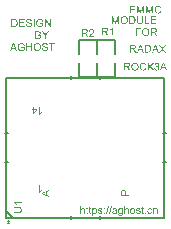
<source format=gto>
G04*
G04 #@! TF.GenerationSoftware,Altium Limited,Altium Designer,22.2.1 (43)*
G04*
G04 Layer_Color=65535*
%FSLAX25Y25*%
%MOIN*%
G70*
G04*
G04 #@! TF.SameCoordinates,4B28361B-3754-4690-972C-136B69916877*
G04*
G04*
G04 #@! TF.FilePolarity,Positive*
G04*
G01*
G75*
%ADD10C,0.00500*%
%ADD11C,0.00600*%
%ADD12C,0.00787*%
G36*
X4703Y4086D02*
Y4080D01*
Y4069D01*
X4701Y4056D01*
Y4040D01*
X4699Y4019D01*
X4697Y3995D01*
X4696Y3969D01*
X4694Y3938D01*
X4690Y3906D01*
X4688Y3870D01*
X4683Y3833D01*
X4679Y3792D01*
X4673Y3747D01*
X4668Y3703D01*
X4662Y3655D01*
X4664Y3657D01*
X4670Y3659D01*
X4681Y3664D01*
X4694Y3670D01*
X4710Y3679D01*
X4731Y3688D01*
X4755Y3697D01*
X4781Y3710D01*
X4810Y3721D01*
X4842Y3736D01*
X4875Y3749D01*
X4912Y3764D01*
X4949Y3779D01*
X4990Y3792D01*
X5073Y3821D01*
X5154Y3575D01*
X5153D01*
X5145Y3572D01*
X5132Y3568D01*
X5116Y3564D01*
X5097Y3557D01*
X5073Y3551D01*
X5047Y3544D01*
X5017Y3535D01*
X4984Y3527D01*
X4951Y3520D01*
X4877Y3503D01*
X4799Y3488D01*
X4720Y3477D01*
X4721Y3475D01*
X4725Y3474D01*
X4731Y3468D01*
X4740Y3459D01*
X4749Y3449D01*
X4764Y3435D01*
X4779Y3420D01*
X4797Y3401D01*
X4818Y3381D01*
X4840Y3357D01*
X4864Y3329D01*
X4890Y3300D01*
X4919Y3266D01*
X4951Y3229D01*
X4984Y3191D01*
X5019Y3148D01*
X4810Y3000D01*
X4808Y3002D01*
X4807Y3005D01*
X4799Y3015D01*
X4792Y3026D01*
X4783Y3039D01*
X4772Y3056D01*
X4757Y3076D01*
X4742Y3098D01*
X4725Y3124D01*
X4707Y3152D01*
X4688Y3181D01*
X4666Y3215D01*
X4644Y3252D01*
X4622Y3290D01*
X4597Y3331D01*
X4572Y3374D01*
X4570Y3372D01*
X4566Y3363D01*
X4559Y3350D01*
X4549Y3333D01*
X4538Y3313D01*
X4525Y3289D01*
X4511Y3263D01*
X4494Y3235D01*
X4459Y3174D01*
X4422Y3113D01*
X4383Y3054D01*
X4363Y3026D01*
X4344Y3000D01*
X4137Y3148D01*
X4139Y3152D01*
X4146Y3159D01*
X4155Y3172D01*
X4170Y3189D01*
X4187Y3207D01*
X4205Y3231D01*
X4228Y3255D01*
X4250Y3283D01*
X4298Y3337D01*
X4346Y3392D01*
X4368Y3416D01*
X4390Y3440D01*
X4411Y3461D01*
X4427Y3477D01*
X4425D01*
X4418Y3479D01*
X4405Y3481D01*
X4389Y3485D01*
X4368Y3488D01*
X4346Y3494D01*
X4318Y3500D01*
X4289Y3505D01*
X4257Y3512D01*
X4224Y3520D01*
X4152Y3537D01*
X4076Y3555D01*
X4000Y3575D01*
X4079Y3821D01*
X4083Y3820D01*
X4092Y3818D01*
X4105Y3812D01*
X4126Y3805D01*
X4148Y3797D01*
X4174Y3788D01*
X4203Y3777D01*
X4235Y3764D01*
X4300Y3738D01*
X4366Y3710D01*
X4400Y3696D01*
X4429Y3681D01*
X4457Y3666D01*
X4483Y3653D01*
Y3657D01*
X4481Y3666D01*
X4479Y3683D01*
X4477Y3705D01*
X4476Y3729D01*
X4472Y3759D01*
X4470Y3792D01*
X4466Y3825D01*
X4461Y3897D01*
X4455Y3969D01*
X4453Y4003D01*
X4451Y4034D01*
X4450Y4064D01*
Y4088D01*
X4703D01*
Y4086D01*
D02*
G37*
G36*
X18173Y13804D02*
X17398Y13508D01*
Y12433D01*
X18173Y12154D01*
Y11797D01*
X15613Y12779D01*
Y13142D01*
X18173Y14189D01*
Y13804D01*
D02*
G37*
G36*
X42886Y14247D02*
X42908Y14245D01*
X42938Y14243D01*
X42969Y14238D01*
X43006Y14232D01*
X43045Y14223D01*
X43088Y14212D01*
X43132Y14197D01*
X43178Y14180D01*
X43225Y14160D01*
X43271Y14136D01*
X43317Y14108D01*
X43363Y14077D01*
X43406Y14040D01*
X43408Y14038D01*
X43415Y14031D01*
X43426Y14018D01*
X43441Y13999D01*
X43458Y13975D01*
X43478Y13946D01*
X43499Y13910D01*
X43519Y13868D01*
X43539Y13820D01*
X43560Y13766D01*
X43580Y13703D01*
X43597Y13636D01*
X43611Y13561D01*
X43617Y13520D01*
X43622Y13477D01*
X43626Y13433D01*
X43630Y13387D01*
X43632Y13339D01*
Y12634D01*
X44673D01*
Y12295D01*
X42113D01*
Y13322D01*
X42115Y13348D01*
Y13374D01*
X42116Y13403D01*
X42118Y13466D01*
X42124Y13531D01*
X42129Y13594D01*
X42135Y13624D01*
X42139Y13649D01*
Y13651D01*
X42141Y13659D01*
X42142Y13668D01*
X42144Y13681D01*
X42148Y13698D01*
X42153Y13716D01*
X42159Y13736D01*
X42165Y13760D01*
X42181Y13810D01*
X42204Y13862D01*
X42228Y13916D01*
X42259Y13966D01*
X42261Y13968D01*
X42263Y13971D01*
X42268Y13979D01*
X42276Y13986D01*
X42283Y13997D01*
X42294Y14010D01*
X42307Y14025D01*
X42322Y14040D01*
X42338Y14055D01*
X42357Y14071D01*
X42400Y14106D01*
X42450Y14140D01*
X42505Y14171D01*
X42507Y14173D01*
X42512Y14175D01*
X42522Y14179D01*
X42533Y14184D01*
X42548Y14190D01*
X42566Y14195D01*
X42586Y14203D01*
X42609Y14210D01*
X42633Y14217D01*
X42660Y14225D01*
X42688Y14230D01*
X42720Y14236D01*
X42784Y14245D01*
X42855Y14249D01*
X42858D01*
X42869D01*
X42886Y14247D01*
D02*
G37*
G36*
X15044Y13794D02*
X15046Y13795D01*
X15050Y13799D01*
X15055Y13805D01*
X15065Y13812D01*
X15076Y13821D01*
X15090Y13834D01*
X15107Y13847D01*
X15124Y13862D01*
X15146Y13877D01*
X15168Y13895D01*
X15192Y13912D01*
X15218Y13932D01*
X15248Y13951D01*
X15277Y13971D01*
X15344Y14012D01*
X15346Y14014D01*
X15351Y14017D01*
X15362Y14023D01*
X15375Y14029D01*
X15390Y14038D01*
X15409Y14049D01*
X15431Y14060D01*
X15453Y14073D01*
X15505Y14099D01*
X15560Y14125D01*
X15618Y14151D01*
X15673Y14173D01*
Y13869D01*
X15669Y13868D01*
X15662Y13864D01*
X15647Y13857D01*
X15629Y13847D01*
X15607Y13836D01*
X15579Y13821D01*
X15549Y13805D01*
X15518Y13786D01*
X15483Y13764D01*
X15446Y13742D01*
X15368Y13690D01*
X15288Y13633D01*
X15213Y13570D01*
X15211Y13568D01*
X15203Y13562D01*
X15194Y13553D01*
X15181Y13540D01*
X15165Y13523D01*
X15146Y13505D01*
X15126Y13483D01*
X15103Y13461D01*
X15081Y13435D01*
X15057Y13407D01*
X15011Y13350D01*
X14968Y13288D01*
X14950Y13257D01*
X14933Y13226D01*
X14730D01*
Y15795D01*
X15044D01*
Y13794D01*
D02*
G37*
G36*
X12917Y41183D02*
X14027D01*
Y40894D01*
X12859Y39235D01*
X12602D01*
Y40894D01*
X12256D01*
Y41183D01*
X12602D01*
Y41795D01*
X12917D01*
Y41183D01*
D02*
G37*
G36*
X15044Y39794D02*
X15046Y39795D01*
X15050Y39799D01*
X15055Y39805D01*
X15065Y39812D01*
X15076Y39821D01*
X15090Y39834D01*
X15107Y39847D01*
X15124Y39862D01*
X15146Y39877D01*
X15168Y39895D01*
X15192Y39912D01*
X15218Y39932D01*
X15248Y39951D01*
X15277Y39971D01*
X15344Y40012D01*
X15346Y40014D01*
X15351Y40017D01*
X15362Y40023D01*
X15375Y40029D01*
X15390Y40038D01*
X15409Y40049D01*
X15431Y40060D01*
X15453Y40073D01*
X15505Y40099D01*
X15560Y40125D01*
X15618Y40151D01*
X15673Y40173D01*
Y39869D01*
X15669Y39868D01*
X15662Y39864D01*
X15647Y39856D01*
X15629Y39847D01*
X15607Y39836D01*
X15579Y39821D01*
X15549Y39805D01*
X15518Y39786D01*
X15483Y39764D01*
X15446Y39742D01*
X15368Y39690D01*
X15288Y39633D01*
X15213Y39570D01*
X15211Y39568D01*
X15203Y39562D01*
X15194Y39553D01*
X15181Y39540D01*
X15165Y39524D01*
X15146Y39505D01*
X15126Y39483D01*
X15103Y39461D01*
X15081Y39435D01*
X15057Y39407D01*
X15011Y39350D01*
X14968Y39288D01*
X14950Y39257D01*
X14933Y39226D01*
X14730D01*
Y41795D01*
X15044D01*
Y39794D01*
D02*
G37*
G36*
X33340Y8145D02*
X33360Y8144D01*
X33384Y8140D01*
X33410Y8136D01*
X33439Y8133D01*
X33471Y8125D01*
X33504Y8118D01*
X33539Y8107D01*
X33575Y8096D01*
X33612Y8081D01*
X33647Y8064D01*
X33682Y8046D01*
X33717Y8023D01*
X33719Y8022D01*
X33724Y8018D01*
X33734Y8010D01*
X33747Y8001D01*
X33763Y7988D01*
X33780Y7973D01*
X33798Y7955D01*
X33821Y7935D01*
X33843Y7912D01*
X33865Y7886D01*
X33887Y7857D01*
X33911Y7827D01*
X33933Y7794D01*
X33954Y7757D01*
X33974Y7720D01*
X33993Y7679D01*
X33994Y7677D01*
X33996Y7670D01*
X34002Y7657D01*
X34007Y7640D01*
X34015Y7620D01*
X34022Y7596D01*
X34030Y7566D01*
X34039Y7535D01*
X34048Y7500D01*
X34056Y7463D01*
X34063Y7422D01*
X34070Y7380D01*
X34076Y7335D01*
X34082Y7289D01*
X34083Y7243D01*
X34085Y7193D01*
Y7189D01*
Y7180D01*
Y7165D01*
X34083Y7145D01*
X34082Y7121D01*
X34080Y7091D01*
X34076Y7058D01*
X34072Y7023D01*
X34067Y6984D01*
X34059Y6943D01*
X34041Y6856D01*
X34030Y6812D01*
X34017Y6767D01*
X34000Y6723D01*
X33981Y6680D01*
X33980Y6678D01*
X33976Y6671D01*
X33970Y6658D01*
X33963Y6643D01*
X33952Y6623D01*
X33939Y6603D01*
X33924Y6577D01*
X33906Y6551D01*
X33887Y6523D01*
X33865Y6495D01*
X33841Y6466D01*
X33813Y6436D01*
X33785Y6408D01*
X33754Y6381D01*
X33721Y6355D01*
X33686Y6331D01*
X33684Y6329D01*
X33676Y6325D01*
X33667Y6320D01*
X33652Y6312D01*
X33634Y6303D01*
X33613Y6292D01*
X33589Y6283D01*
X33562Y6272D01*
X33532Y6259D01*
X33500Y6249D01*
X33467Y6238D01*
X33432Y6229D01*
X33395Y6222D01*
X33356Y6216D01*
X33317Y6212D01*
X33277Y6210D01*
X33262D01*
X33251Y6212D01*
X33236D01*
X33221Y6214D01*
X33203Y6216D01*
X33182Y6218D01*
X33138Y6227D01*
X33092Y6238D01*
X33042Y6253D01*
X32994Y6275D01*
X32992D01*
X32988Y6279D01*
X32983Y6283D01*
X32973Y6288D01*
X32962Y6294D01*
X32951Y6301D01*
X32921Y6321D01*
X32890Y6346D01*
X32855Y6375D01*
X32822Y6407D01*
X32790Y6443D01*
Y5541D01*
X32476D01*
Y8107D01*
X32762D01*
Y7864D01*
X32764Y7866D01*
X32766Y7870D01*
X32772Y7877D01*
X32781Y7888D01*
X32790Y7899D01*
X32801Y7912D01*
X32829Y7944D01*
X32862Y7977D01*
X32901Y8012D01*
X32944Y8046D01*
X32990Y8075D01*
X32992D01*
X32996Y8079D01*
X33003Y8083D01*
X33012Y8086D01*
X33025Y8092D01*
X33040Y8097D01*
X33057Y8105D01*
X33077Y8112D01*
X33097Y8118D01*
X33121Y8125D01*
X33147Y8131D01*
X33175Y8136D01*
X33234Y8144D01*
X33299Y8147D01*
X33321D01*
X33340Y8145D01*
D02*
G37*
G36*
X53669D02*
X53688Y8144D01*
X53706Y8142D01*
X53728Y8140D01*
X53775Y8133D01*
X53826Y8122D01*
X53880Y8107D01*
X53934Y8086D01*
X53936D01*
X53939Y8084D01*
X53947Y8081D01*
X53958Y8075D01*
X53969Y8070D01*
X53982Y8062D01*
X54013Y8044D01*
X54047Y8022D01*
X54082Y7994D01*
X54115Y7962D01*
X54145Y7927D01*
Y7925D01*
X54148Y7924D01*
X54152Y7918D01*
X54156Y7911D01*
X54161Y7901D01*
X54169Y7890D01*
X54184Y7862D01*
X54200Y7829D01*
X54215Y7789D01*
X54230Y7744D01*
X54243Y7696D01*
Y7694D01*
Y7692D01*
X54245Y7687D01*
X54246Y7679D01*
Y7670D01*
X54248Y7657D01*
X54250Y7642D01*
X54252Y7626D01*
X54254Y7605D01*
X54256Y7583D01*
X54258Y7559D01*
Y7531D01*
X54259Y7500D01*
X54261Y7467D01*
Y7430D01*
Y7391D01*
Y6251D01*
X53947D01*
Y7378D01*
Y7380D01*
Y7387D01*
Y7396D01*
Y7409D01*
X53945Y7426D01*
Y7444D01*
X53943Y7465D01*
Y7485D01*
X53938Y7533D01*
X53932Y7579D01*
X53923Y7626D01*
X53917Y7646D01*
X53910Y7665D01*
Y7666D01*
X53908Y7668D01*
X53906Y7674D01*
X53902Y7681D01*
X53893Y7698D01*
X53880Y7720D01*
X53862Y7744D01*
X53839Y7770D01*
X53812Y7796D01*
X53778Y7818D01*
X53777D01*
X53775Y7820D01*
X53769Y7824D01*
X53762Y7827D01*
X53743Y7836D01*
X53717Y7848D01*
X53684Y7857D01*
X53647Y7866D01*
X53606Y7874D01*
X53560Y7875D01*
X53540D01*
X53527Y7874D01*
X53508Y7872D01*
X53488Y7868D01*
X53466Y7864D01*
X53442Y7859D01*
X53414Y7853D01*
X53386Y7844D01*
X53359Y7835D01*
X53329Y7822D01*
X53299Y7807D01*
X53270Y7790D01*
X53240Y7770D01*
X53212Y7748D01*
X53211Y7746D01*
X53207Y7742D01*
X53199Y7733D01*
X53190Y7722D01*
X53179Y7707D01*
X53166Y7688D01*
X53153Y7666D01*
X53140Y7639D01*
X53127Y7609D01*
X53114Y7574D01*
X53101Y7533D01*
X53090Y7489D01*
X53081Y7441D01*
X53074Y7387D01*
X53070Y7328D01*
X53068Y7263D01*
Y6251D01*
X52754D01*
Y8107D01*
X53036D01*
Y7842D01*
X53038Y7846D01*
X53046Y7855D01*
X53059Y7870D01*
X53074Y7890D01*
X53096Y7912D01*
X53122Y7938D01*
X53151Y7966D01*
X53186Y7996D01*
X53225Y8023D01*
X53270Y8051D01*
X53318Y8077D01*
X53371Y8099D01*
X53429Y8120D01*
X53490Y8134D01*
X53556Y8144D01*
X53627Y8147D01*
X53654D01*
X53669Y8145D01*
D02*
G37*
G36*
X36699Y7750D02*
X36342D01*
Y8107D01*
X36699D01*
Y7750D01*
D02*
G37*
G36*
X47853Y8145D02*
X47875Y8144D01*
X47901Y8142D01*
X47929Y8140D01*
X47956Y8136D01*
X47988Y8133D01*
X48053Y8122D01*
X48119Y8105D01*
X48182Y8084D01*
X48184D01*
X48190Y8081D01*
X48199Y8079D01*
X48210Y8073D01*
X48223Y8066D01*
X48238Y8059D01*
X48275Y8040D01*
X48314Y8016D01*
X48354Y7986D01*
X48391Y7953D01*
X48410Y7935D01*
X48425Y7914D01*
X48426Y7912D01*
X48428Y7909D01*
X48432Y7903D01*
X48438Y7894D01*
X48445Y7885D01*
X48452Y7872D01*
X48460Y7855D01*
X48469Y7838D01*
X48478Y7818D01*
X48487Y7798D01*
X48497Y7774D01*
X48504Y7748D01*
X48513Y7720D01*
X48523Y7692D01*
X48535Y7627D01*
X48228Y7585D01*
Y7587D01*
X48226Y7591D01*
Y7598D01*
X48223Y7609D01*
X48221Y7620D01*
X48215Y7635D01*
X48204Y7666D01*
X48188Y7701D01*
X48167Y7739D01*
X48140Y7775D01*
X48123Y7792D01*
X48105Y7807D01*
X48103Y7809D01*
X48101Y7811D01*
X48093Y7814D01*
X48086Y7820D01*
X48075Y7825D01*
X48064Y7833D01*
X48049Y7840D01*
X48032Y7848D01*
X48012Y7855D01*
X47992Y7862D01*
X47967Y7870D01*
X47943Y7875D01*
X47916Y7881D01*
X47886Y7885D01*
X47855Y7888D01*
X47801D01*
X47786Y7886D01*
X47768D01*
X47747Y7885D01*
X47725Y7883D01*
X47701Y7879D01*
X47649Y7872D01*
X47598Y7859D01*
X47574Y7850D01*
X47551Y7840D01*
X47529Y7829D01*
X47511Y7816D01*
X47509D01*
X47507Y7812D01*
X47496Y7803D01*
X47481Y7789D01*
X47464Y7768D01*
X47448Y7744D01*
X47433Y7716D01*
X47422Y7685D01*
X47420Y7666D01*
X47418Y7650D01*
Y7648D01*
Y7639D01*
X47420Y7627D01*
X47424Y7613D01*
X47427Y7596D01*
X47433Y7577D01*
X47442Y7557D01*
X47455Y7539D01*
X47457Y7537D01*
X47462Y7531D01*
X47472Y7522D01*
X47485Y7509D01*
X47501Y7496D01*
X47524Y7483D01*
X47548Y7468D01*
X47577Y7456D01*
X47579D01*
X47583Y7454D01*
X47588Y7452D01*
X47596Y7450D01*
X47605Y7446D01*
X47616Y7444D01*
X47629Y7439D01*
X47646Y7435D01*
X47666Y7430D01*
X47688Y7422D01*
X47714Y7415D01*
X47744Y7407D01*
X47777Y7398D01*
X47816Y7387D01*
X47857Y7376D01*
X47858D01*
X47860Y7374D01*
X47871Y7372D01*
X47888Y7367D01*
X47910Y7361D01*
X47938Y7354D01*
X47969Y7344D01*
X48005Y7335D01*
X48040Y7324D01*
X48117Y7302D01*
X48195Y7276D01*
X48230Y7265D01*
X48265Y7252D01*
X48295Y7241D01*
X48323Y7230D01*
X48325D01*
X48328Y7228D01*
X48336Y7224D01*
X48345Y7219D01*
X48356Y7213D01*
X48369Y7206D01*
X48399Y7187D01*
X48432Y7163D01*
X48465Y7135D01*
X48498Y7102D01*
X48530Y7063D01*
Y7061D01*
X48534Y7058D01*
X48537Y7052D01*
X48541Y7045D01*
X48548Y7034D01*
X48554Y7021D01*
X48561Y7006D01*
X48569Y6989D01*
X48574Y6971D01*
X48582Y6950D01*
X48595Y6906D01*
X48602Y6854D01*
X48606Y6797D01*
Y6795D01*
Y6789D01*
Y6782D01*
X48604Y6771D01*
Y6756D01*
X48600Y6740D01*
X48598Y6721D01*
X48595Y6701D01*
X48584Y6656D01*
X48567Y6606D01*
X48556Y6580D01*
X48545Y6553D01*
X48530Y6527D01*
X48513Y6501D01*
X48511Y6499D01*
X48510Y6495D01*
X48504Y6488D01*
X48497Y6479D01*
X48487Y6466D01*
X48474Y6453D01*
X48461Y6438D01*
X48445Y6421D01*
X48428Y6405D01*
X48408Y6388D01*
X48386Y6369D01*
X48362Y6351D01*
X48336Y6334D01*
X48308Y6318D01*
X48278Y6301D01*
X48247Y6286D01*
X48245D01*
X48239Y6283D01*
X48230Y6279D01*
X48217Y6275D01*
X48201Y6270D01*
X48180Y6262D01*
X48158Y6255D01*
X48134Y6249D01*
X48106Y6242D01*
X48077Y6234D01*
X48043Y6229D01*
X48010Y6222D01*
X47936Y6214D01*
X47857Y6210D01*
X47840D01*
X47821Y6212D01*
X47797D01*
X47766Y6216D01*
X47733Y6218D01*
X47694Y6223D01*
X47651Y6229D01*
X47607Y6236D01*
X47562Y6247D01*
X47516Y6259D01*
X47470Y6273D01*
X47425Y6290D01*
X47381Y6310D01*
X47340Y6334D01*
X47303Y6360D01*
X47302Y6362D01*
X47296Y6368D01*
X47285Y6377D01*
X47274Y6388D01*
X47259Y6405D01*
X47240Y6423D01*
X47222Y6445D01*
X47203Y6473D01*
X47183Y6503D01*
X47161Y6534D01*
X47142Y6571D01*
X47122Y6612D01*
X47104Y6654D01*
X47089Y6702D01*
X47074Y6752D01*
X47063Y6806D01*
X47374Y6854D01*
Y6852D01*
X47376Y6847D01*
X47377Y6836D01*
X47379Y6823D01*
X47383Y6808D01*
X47388Y6789D01*
X47394Y6769D01*
X47401Y6749D01*
X47420Y6702D01*
X47446Y6654D01*
X47461Y6630D01*
X47477Y6608D01*
X47498Y6588D01*
X47518Y6567D01*
X47520Y6566D01*
X47524Y6564D01*
X47531Y6558D01*
X47540Y6553D01*
X47553Y6545D01*
X47568Y6536D01*
X47585Y6527D01*
X47605Y6519D01*
X47627Y6510D01*
X47653Y6501D01*
X47681Y6492D01*
X47710Y6484D01*
X47744Y6479D01*
X47779Y6473D01*
X47816Y6471D01*
X47855Y6469D01*
X47875D01*
X47890Y6471D01*
X47908D01*
X47929Y6475D01*
X47951Y6477D01*
X47977Y6481D01*
X48029Y6492D01*
X48082Y6506D01*
X48132Y6529D01*
X48156Y6542D01*
X48177Y6556D01*
X48178Y6558D01*
X48180Y6560D01*
X48186Y6566D01*
X48193Y6573D01*
X48210Y6592D01*
X48230Y6616D01*
X48249Y6645D01*
X48265Y6682D01*
X48273Y6701D01*
X48278Y6721D01*
X48280Y6741D01*
X48282Y6763D01*
Y6765D01*
Y6769D01*
Y6775D01*
X48280Y6780D01*
X48276Y6801D01*
X48271Y6825D01*
X48260Y6850D01*
X48243Y6878D01*
X48232Y6891D01*
X48219Y6906D01*
X48204Y6919D01*
X48188Y6930D01*
X48184Y6932D01*
X48180Y6934D01*
X48175Y6937D01*
X48166Y6941D01*
X48154Y6947D01*
X48140Y6952D01*
X48125Y6960D01*
X48105Y6967D01*
X48082Y6974D01*
X48055Y6984D01*
X48025Y6993D01*
X47992Y7002D01*
X47955Y7013D01*
X47912Y7024D01*
X47866Y7035D01*
X47864D01*
X47862Y7037D01*
X47851Y7039D01*
X47833Y7045D01*
X47810Y7050D01*
X47781Y7058D01*
X47749Y7067D01*
X47714Y7076D01*
X47675Y7087D01*
X47596Y7111D01*
X47516Y7137D01*
X47479Y7150D01*
X47444Y7163D01*
X47412Y7176D01*
X47385Y7187D01*
X47383D01*
X47379Y7191D01*
X47372Y7195D01*
X47363Y7198D01*
X47352Y7206D01*
X47339Y7213D01*
X47309Y7233D01*
X47278Y7258D01*
X47244Y7287D01*
X47211Y7322D01*
X47183Y7363D01*
Y7365D01*
X47179Y7368D01*
X47178Y7374D01*
X47172Y7383D01*
X47166Y7393D01*
X47161Y7406D01*
X47155Y7420D01*
X47150Y7437D01*
X47137Y7474D01*
X47126Y7517D01*
X47118Y7563D01*
X47115Y7613D01*
Y7615D01*
Y7618D01*
Y7626D01*
X47117Y7633D01*
Y7644D01*
X47118Y7657D01*
X47122Y7688D01*
X47128Y7724D01*
X47139Y7763D01*
X47152Y7801D01*
X47170Y7842D01*
Y7844D01*
X47172Y7848D01*
X47176Y7853D01*
X47181Y7861D01*
X47194Y7879D01*
X47211Y7903D01*
X47233Y7931D01*
X47261Y7960D01*
X47290Y7990D01*
X47326Y8018D01*
X47329Y8020D01*
X47339Y8027D01*
X47355Y8036D01*
X47379Y8049D01*
X47407Y8064D01*
X47440Y8079D01*
X47481Y8094D01*
X47525Y8108D01*
X47527D01*
X47531Y8110D01*
X47538Y8112D01*
X47548Y8114D01*
X47559Y8118D01*
X47574Y8122D01*
X47590Y8125D01*
X47607Y8129D01*
X47648Y8134D01*
X47694Y8142D01*
X47744Y8145D01*
X47797Y8147D01*
X47834D01*
X47853Y8145D01*
D02*
G37*
G36*
X35129D02*
X35151Y8144D01*
X35177Y8142D01*
X35204Y8140D01*
X35232Y8136D01*
X35264Y8133D01*
X35328Y8122D01*
X35395Y8105D01*
X35458Y8084D01*
X35460D01*
X35465Y8081D01*
X35475Y8079D01*
X35486Y8073D01*
X35499Y8066D01*
X35513Y8059D01*
X35550Y8040D01*
X35589Y8016D01*
X35630Y7986D01*
X35667Y7953D01*
X35685Y7935D01*
X35700Y7914D01*
X35702Y7912D01*
X35704Y7909D01*
X35708Y7903D01*
X35713Y7894D01*
X35721Y7885D01*
X35728Y7872D01*
X35735Y7855D01*
X35745Y7838D01*
X35754Y7818D01*
X35763Y7798D01*
X35772Y7774D01*
X35780Y7748D01*
X35789Y7720D01*
X35798Y7692D01*
X35811Y7627D01*
X35504Y7585D01*
Y7587D01*
X35502Y7591D01*
Y7598D01*
X35499Y7609D01*
X35497Y7620D01*
X35491Y7635D01*
X35480Y7666D01*
X35463Y7701D01*
X35443Y7739D01*
X35415Y7775D01*
X35399Y7792D01*
X35380Y7807D01*
X35378Y7809D01*
X35376Y7811D01*
X35369Y7814D01*
X35362Y7820D01*
X35350Y7825D01*
X35339Y7833D01*
X35325Y7840D01*
X35308Y7848D01*
X35288Y7855D01*
X35267Y7862D01*
X35243Y7870D01*
X35219Y7875D01*
X35191Y7881D01*
X35162Y7885D01*
X35130Y7888D01*
X35077D01*
X35062Y7886D01*
X35043D01*
X35023Y7885D01*
X35001Y7883D01*
X34977Y7879D01*
X34925Y7872D01*
X34873Y7859D01*
X34849Y7850D01*
X34827Y7840D01*
X34805Y7829D01*
X34786Y7816D01*
X34784D01*
X34783Y7812D01*
X34771Y7803D01*
X34757Y7789D01*
X34740Y7768D01*
X34723Y7744D01*
X34709Y7716D01*
X34697Y7685D01*
X34696Y7666D01*
X34694Y7650D01*
Y7648D01*
Y7639D01*
X34696Y7627D01*
X34699Y7613D01*
X34703Y7596D01*
X34709Y7577D01*
X34718Y7557D01*
X34731Y7539D01*
X34733Y7537D01*
X34738Y7531D01*
X34747Y7522D01*
X34760Y7509D01*
X34777Y7496D01*
X34799Y7483D01*
X34823Y7468D01*
X34853Y7456D01*
X34855D01*
X34858Y7454D01*
X34864Y7452D01*
X34871Y7450D01*
X34881Y7446D01*
X34892Y7444D01*
X34905Y7439D01*
X34921Y7435D01*
X34942Y7430D01*
X34964Y7422D01*
X34990Y7415D01*
X35019Y7407D01*
X35053Y7398D01*
X35092Y7387D01*
X35132Y7376D01*
X35134D01*
X35136Y7374D01*
X35147Y7372D01*
X35164Y7367D01*
X35186Y7361D01*
X35214Y7354D01*
X35245Y7344D01*
X35280Y7335D01*
X35315Y7324D01*
X35393Y7302D01*
X35471Y7276D01*
X35506Y7265D01*
X35541Y7252D01*
X35571Y7241D01*
X35598Y7230D01*
X35600D01*
X35604Y7228D01*
X35611Y7224D01*
X35621Y7219D01*
X35632Y7213D01*
X35645Y7206D01*
X35674Y7187D01*
X35708Y7163D01*
X35741Y7135D01*
X35774Y7102D01*
X35806Y7063D01*
Y7061D01*
X35809Y7058D01*
X35813Y7052D01*
X35817Y7045D01*
X35824Y7034D01*
X35830Y7021D01*
X35837Y7006D01*
X35844Y6989D01*
X35850Y6971D01*
X35857Y6950D01*
X35870Y6906D01*
X35878Y6854D01*
X35882Y6797D01*
Y6795D01*
Y6789D01*
Y6782D01*
X35880Y6771D01*
Y6756D01*
X35876Y6740D01*
X35874Y6721D01*
X35870Y6701D01*
X35859Y6656D01*
X35843Y6606D01*
X35831Y6580D01*
X35820Y6553D01*
X35806Y6527D01*
X35789Y6501D01*
X35787Y6499D01*
X35785Y6495D01*
X35780Y6488D01*
X35772Y6479D01*
X35763Y6466D01*
X35750Y6453D01*
X35737Y6438D01*
X35721Y6421D01*
X35704Y6405D01*
X35684Y6388D01*
X35661Y6369D01*
X35637Y6351D01*
X35611Y6334D01*
X35584Y6318D01*
X35554Y6301D01*
X35523Y6286D01*
X35521D01*
X35515Y6283D01*
X35506Y6279D01*
X35493Y6275D01*
X35476Y6270D01*
X35456Y6262D01*
X35434Y6255D01*
X35410Y6249D01*
X35382Y6242D01*
X35352Y6234D01*
X35319Y6229D01*
X35286Y6222D01*
X35212Y6214D01*
X35132Y6210D01*
X35116D01*
X35097Y6212D01*
X35073D01*
X35042Y6216D01*
X35008Y6218D01*
X34969Y6223D01*
X34927Y6229D01*
X34883Y6236D01*
X34838Y6247D01*
X34792Y6259D01*
X34746Y6273D01*
X34701Y6290D01*
X34657Y6310D01*
X34616Y6334D01*
X34579Y6360D01*
X34577Y6362D01*
X34572Y6368D01*
X34561Y6377D01*
X34549Y6388D01*
X34535Y6405D01*
X34516Y6423D01*
X34498Y6445D01*
X34479Y6473D01*
X34459Y6503D01*
X34437Y6534D01*
X34418Y6571D01*
X34398Y6612D01*
X34379Y6654D01*
X34365Y6702D01*
X34350Y6752D01*
X34339Y6806D01*
X34649Y6854D01*
Y6852D01*
X34651Y6847D01*
X34653Y6836D01*
X34655Y6823D01*
X34659Y6808D01*
X34664Y6789D01*
X34670Y6769D01*
X34677Y6749D01*
X34696Y6702D01*
X34722Y6654D01*
X34736Y6630D01*
X34753Y6608D01*
X34773Y6588D01*
X34794Y6567D01*
X34795Y6566D01*
X34799Y6564D01*
X34807Y6558D01*
X34816Y6553D01*
X34829Y6545D01*
X34844Y6536D01*
X34860Y6527D01*
X34881Y6519D01*
X34903Y6510D01*
X34929Y6501D01*
X34956Y6492D01*
X34986Y6484D01*
X35019Y6479D01*
X35055Y6473D01*
X35092Y6471D01*
X35130Y6469D01*
X35151D01*
X35166Y6471D01*
X35184D01*
X35204Y6475D01*
X35227Y6477D01*
X35252Y6481D01*
X35304Y6492D01*
X35358Y6506D01*
X35408Y6529D01*
X35432Y6542D01*
X35452Y6556D01*
X35454Y6558D01*
X35456Y6560D01*
X35462Y6566D01*
X35469Y6573D01*
X35486Y6592D01*
X35506Y6616D01*
X35524Y6645D01*
X35541Y6682D01*
X35548Y6701D01*
X35554Y6721D01*
X35556Y6741D01*
X35558Y6763D01*
Y6765D01*
Y6769D01*
Y6775D01*
X35556Y6780D01*
X35552Y6801D01*
X35547Y6825D01*
X35536Y6850D01*
X35519Y6878D01*
X35508Y6891D01*
X35495Y6906D01*
X35480Y6919D01*
X35463Y6930D01*
X35460Y6932D01*
X35456Y6934D01*
X35451Y6937D01*
X35441Y6941D01*
X35430Y6947D01*
X35415Y6952D01*
X35401Y6960D01*
X35380Y6967D01*
X35358Y6974D01*
X35330Y6984D01*
X35301Y6993D01*
X35267Y7002D01*
X35230Y7013D01*
X35188Y7024D01*
X35142Y7035D01*
X35140D01*
X35138Y7037D01*
X35127Y7039D01*
X35108Y7045D01*
X35086Y7050D01*
X35056Y7058D01*
X35025Y7067D01*
X34990Y7076D01*
X34951Y7087D01*
X34871Y7111D01*
X34792Y7137D01*
X34755Y7150D01*
X34720Y7163D01*
X34688Y7176D01*
X34661Y7187D01*
X34659D01*
X34655Y7191D01*
X34648Y7195D01*
X34638Y7198D01*
X34627Y7206D01*
X34614Y7213D01*
X34585Y7233D01*
X34553Y7258D01*
X34520Y7287D01*
X34487Y7322D01*
X34459Y7363D01*
Y7365D01*
X34455Y7368D01*
X34453Y7374D01*
X34448Y7383D01*
X34442Y7393D01*
X34437Y7406D01*
X34431Y7420D01*
X34426Y7437D01*
X34413Y7474D01*
X34402Y7517D01*
X34394Y7563D01*
X34390Y7613D01*
Y7615D01*
Y7618D01*
Y7626D01*
X34392Y7633D01*
Y7644D01*
X34394Y7657D01*
X34398Y7688D01*
X34403Y7724D01*
X34414Y7763D01*
X34427Y7801D01*
X34446Y7842D01*
Y7844D01*
X34448Y7848D01*
X34451Y7853D01*
X34457Y7861D01*
X34470Y7879D01*
X34487Y7903D01*
X34509Y7931D01*
X34536Y7960D01*
X34566Y7990D01*
X34601Y8018D01*
X34605Y8020D01*
X34614Y8027D01*
X34631Y8036D01*
X34655Y8049D01*
X34683Y8064D01*
X34716Y8079D01*
X34757Y8094D01*
X34801Y8108D01*
X34803D01*
X34807Y8110D01*
X34814Y8112D01*
X34823Y8114D01*
X34834Y8118D01*
X34849Y8122D01*
X34866Y8125D01*
X34883Y8129D01*
X34923Y8134D01*
X34969Y8142D01*
X35019Y8145D01*
X35073Y8147D01*
X35110D01*
X35129Y8145D01*
D02*
G37*
G36*
X51743D02*
X51764D01*
X51790Y8142D01*
X51819Y8140D01*
X51853Y8134D01*
X51889Y8129D01*
X51928Y8120D01*
X51967Y8110D01*
X52008Y8097D01*
X52051Y8083D01*
X52091Y8066D01*
X52132Y8044D01*
X52171Y8022D01*
X52208Y7994D01*
X52210Y7992D01*
X52217Y7986D01*
X52226Y7977D01*
X52239Y7966D01*
X52254Y7949D01*
X52272Y7931D01*
X52291Y7909D01*
X52311Y7883D01*
X52332Y7853D01*
X52352Y7820D01*
X52374Y7785D01*
X52393Y7746D01*
X52413Y7705D01*
X52430Y7659D01*
X52445Y7613D01*
X52456Y7561D01*
X52150Y7515D01*
Y7517D01*
X52149Y7522D01*
X52145Y7533D01*
X52141Y7544D01*
X52138Y7561D01*
X52130Y7577D01*
X52123Y7598D01*
X52115Y7618D01*
X52093Y7665D01*
X52065Y7711D01*
X52034Y7755D01*
X52015Y7775D01*
X51995Y7794D01*
X51993Y7796D01*
X51989Y7798D01*
X51984Y7803D01*
X51975Y7809D01*
X51965Y7816D01*
X51952Y7824D01*
X51938Y7833D01*
X51919Y7842D01*
X51880Y7859D01*
X51836Y7874D01*
X51784Y7885D01*
X51756Y7886D01*
X51727Y7888D01*
X51716D01*
X51705Y7886D01*
X51688D01*
X51668Y7883D01*
X51644Y7879D01*
X51618Y7874D01*
X51590Y7868D01*
X51560Y7859D01*
X51529Y7848D01*
X51497Y7833D01*
X51464Y7816D01*
X51433Y7798D01*
X51401Y7774D01*
X51372Y7748D01*
X51342Y7718D01*
X51340Y7716D01*
X51336Y7711D01*
X51329Y7700D01*
X51320Y7687D01*
X51307Y7668D01*
X51296Y7644D01*
X51281Y7618D01*
X51268Y7587D01*
X51255Y7552D01*
X51240Y7513D01*
X51229Y7468D01*
X51218Y7418D01*
X51207Y7367D01*
X51200Y7309D01*
X51196Y7246D01*
X51194Y7180D01*
Y7178D01*
Y7176D01*
Y7171D01*
Y7163D01*
X51196Y7145D01*
Y7119D01*
X51198Y7087D01*
X51201Y7052D01*
X51205Y7013D01*
X51213Y6973D01*
X51220Y6928D01*
X51229Y6884D01*
X51240Y6838D01*
X51255Y6793D01*
X51270Y6751D01*
X51290Y6710D01*
X51310Y6671D01*
X51336Y6638D01*
X51338Y6636D01*
X51344Y6630D01*
X51351Y6623D01*
X51362Y6612D01*
X51377Y6599D01*
X51394Y6584D01*
X51414Y6569D01*
X51436Y6555D01*
X51462Y6538D01*
X51490Y6523D01*
X51521Y6508D01*
X51555Y6495D01*
X51590Y6484D01*
X51627Y6477D01*
X51668Y6471D01*
X51710Y6469D01*
X51729D01*
X51741Y6471D01*
X51756Y6473D01*
X51775Y6475D01*
X51795Y6479D01*
X51817Y6484D01*
X51867Y6497D01*
X51893Y6506D01*
X51919Y6517D01*
X51945Y6531D01*
X51971Y6545D01*
X51995Y6562D01*
X52019Y6582D01*
X52021Y6584D01*
X52025Y6588D01*
X52030Y6595D01*
X52039Y6604D01*
X52049Y6616D01*
X52060Y6630D01*
X52073Y6649D01*
X52086Y6669D01*
X52099Y6691D01*
X52112Y6717D01*
X52125Y6745D01*
X52138Y6778D01*
X52150Y6812D01*
X52160Y6849D01*
X52169Y6889D01*
X52176Y6932D01*
X52485Y6889D01*
Y6886D01*
X52483Y6875D01*
X52480Y6858D01*
X52474Y6836D01*
X52467Y6810D01*
X52457Y6778D01*
X52446Y6745D01*
X52434Y6706D01*
X52417Y6667D01*
X52398Y6627D01*
X52378Y6586D01*
X52354Y6543D01*
X52326Y6503D01*
X52297Y6462D01*
X52261Y6425D01*
X52224Y6390D01*
X52223Y6388D01*
X52215Y6382D01*
X52204Y6373D01*
X52187Y6362D01*
X52167Y6349D01*
X52143Y6333D01*
X52115Y6318D01*
X52082Y6301D01*
X52047Y6283D01*
X52008Y6268D01*
X51965Y6253D01*
X51921Y6238D01*
X51873Y6227D01*
X51821Y6218D01*
X51767Y6212D01*
X51712Y6210D01*
X51695D01*
X51675Y6212D01*
X51649Y6214D01*
X51618Y6218D01*
X51581Y6223D01*
X51538Y6231D01*
X51494Y6242D01*
X51446Y6255D01*
X51396Y6272D01*
X51346Y6292D01*
X51294Y6316D01*
X51244Y6344D01*
X51194Y6377D01*
X51146Y6414D01*
X51101Y6458D01*
X51100Y6462D01*
X51092Y6469D01*
X51079Y6484D01*
X51066Y6505D01*
X51048Y6531D01*
X51027Y6562D01*
X51007Y6599D01*
X50987Y6640D01*
X50965Y6688D01*
X50944Y6741D01*
X50924Y6801D01*
X50907Y6864D01*
X50892Y6932D01*
X50880Y7006D01*
X50872Y7085D01*
X50870Y7171D01*
Y7174D01*
Y7183D01*
Y7200D01*
X50872Y7220D01*
X50874Y7246D01*
X50876Y7278D01*
X50878Y7311D01*
X50883Y7348D01*
X50887Y7389D01*
X50894Y7431D01*
X50911Y7518D01*
X50922Y7565D01*
X50937Y7609D01*
X50952Y7653D01*
X50968Y7696D01*
X50970Y7698D01*
X50974Y7705D01*
X50979Y7718D01*
X50987Y7733D01*
X50998Y7751D01*
X51011Y7774D01*
X51026Y7798D01*
X51044Y7824D01*
X51064Y7850D01*
X51087Y7877D01*
X51111Y7907D01*
X51139Y7935D01*
X51168Y7960D01*
X51200Y7988D01*
X51235Y8012D01*
X51272Y8034D01*
X51274Y8036D01*
X51281Y8040D01*
X51292Y8046D01*
X51307Y8053D01*
X51325Y8060D01*
X51349Y8070D01*
X51375Y8081D01*
X51403Y8092D01*
X51434Y8101D01*
X51470Y8112D01*
X51505Y8122D01*
X51544Y8131D01*
X51584Y8136D01*
X51627Y8142D01*
X51669Y8145D01*
X51714Y8147D01*
X51727D01*
X51743Y8145D01*
D02*
G37*
G36*
X50419Y6251D02*
X50062D01*
Y6608D01*
X50419D01*
Y6251D01*
D02*
G37*
G36*
X43526Y7892D02*
X43528Y7896D01*
X43535Y7903D01*
X43548Y7916D01*
X43565Y7933D01*
X43587Y7951D01*
X43613Y7973D01*
X43644Y7996D01*
X43677Y8020D01*
X43716Y8044D01*
X43759Y8066D01*
X43803Y8088D01*
X43853Y8107D01*
X43905Y8123D01*
X43960Y8136D01*
X44020Y8144D01*
X44081Y8147D01*
X44101D01*
X44116Y8145D01*
X44133D01*
X44153Y8144D01*
X44177Y8140D01*
X44203Y8138D01*
X44258Y8127D01*
X44317Y8112D01*
X44379Y8094D01*
X44408Y8081D01*
X44438Y8066D01*
X44440D01*
X44445Y8062D01*
X44453Y8057D01*
X44464Y8051D01*
X44475Y8042D01*
X44490Y8033D01*
X44523Y8007D01*
X44558Y7975D01*
X44595Y7937D01*
X44628Y7892D01*
X44643Y7866D01*
X44656Y7840D01*
Y7838D01*
X44660Y7833D01*
X44662Y7825D01*
X44667Y7814D01*
X44671Y7800D01*
X44676Y7781D01*
X44684Y7759D01*
X44689Y7735D01*
X44695Y7707D01*
X44702Y7677D01*
X44708Y7642D01*
X44712Y7605D01*
X44717Y7565D01*
X44719Y7522D01*
X44723Y7476D01*
Y7426D01*
Y6251D01*
X44408D01*
Y7426D01*
Y7428D01*
Y7437D01*
Y7448D01*
X44406Y7465D01*
X44405Y7483D01*
X44403Y7505D01*
X44399Y7531D01*
X44395Y7557D01*
X44382Y7613D01*
X44364Y7670D01*
X44353Y7696D01*
X44340Y7722D01*
X44323Y7746D01*
X44305Y7768D01*
X44303Y7770D01*
X44299Y7774D01*
X44293Y7777D01*
X44286Y7785D01*
X44275Y7794D01*
X44262Y7803D01*
X44247Y7812D01*
X44230Y7824D01*
X44210Y7833D01*
X44190Y7842D01*
X44166Y7851D01*
X44140Y7861D01*
X44112Y7868D01*
X44082Y7872D01*
X44049Y7875D01*
X44016Y7877D01*
X44003D01*
X43992Y7875D01*
X43979D01*
X43964Y7874D01*
X43949Y7872D01*
X43931Y7868D01*
X43890Y7859D01*
X43846Y7846D01*
X43798Y7827D01*
X43751Y7803D01*
X43749D01*
X43746Y7800D01*
X43740Y7796D01*
X43731Y7790D01*
X43711Y7774D01*
X43685Y7751D01*
X43655Y7724D01*
X43627Y7690D01*
X43600Y7652D01*
X43578Y7607D01*
Y7605D01*
X43576Y7602D01*
X43572Y7594D01*
X43570Y7585D01*
X43566Y7572D01*
X43561Y7557D01*
X43557Y7539D01*
X43552Y7518D01*
X43546Y7494D01*
X43542Y7468D01*
X43539Y7441D01*
X43533Y7411D01*
X43531Y7378D01*
X43528Y7343D01*
X43526Y7306D01*
Y7265D01*
Y6251D01*
X43211D01*
Y8811D01*
X43526D01*
Y7892D01*
D02*
G37*
G36*
X40077Y8145D02*
X40101Y8144D01*
X40127Y8142D01*
X40155Y8140D01*
X40216Y8133D01*
X40281Y8123D01*
X40344Y8108D01*
X40375Y8099D01*
X40403Y8090D01*
X40405D01*
X40410Y8088D01*
X40418Y8084D01*
X40427Y8081D01*
X40440Y8075D01*
X40453Y8068D01*
X40486Y8051D01*
X40521Y8031D01*
X40558Y8007D01*
X40592Y7981D01*
X40621Y7949D01*
Y7948D01*
X40625Y7946D01*
X40629Y7940D01*
X40632Y7935D01*
X40645Y7916D01*
X40660Y7890D01*
X40677Y7859D01*
X40692Y7824D01*
X40706Y7781D01*
X40719Y7735D01*
Y7731D01*
X40721Y7726D01*
Y7720D01*
X40723Y7711D01*
X40725Y7698D01*
X40727Y7685D01*
X40729Y7668D01*
Y7650D01*
X40730Y7629D01*
X40732Y7605D01*
X40734Y7579D01*
Y7550D01*
X40736Y7518D01*
Y7483D01*
Y7446D01*
Y7028D01*
Y7026D01*
Y7023D01*
Y7017D01*
Y7010D01*
Y6999D01*
Y6987D01*
Y6958D01*
Y6923D01*
X40738Y6884D01*
Y6839D01*
Y6795D01*
X40740Y6701D01*
X40741Y6654D01*
X40743Y6608D01*
X40745Y6567D01*
X40749Y6531D01*
X40751Y6499D01*
X40753Y6484D01*
X40754Y6473D01*
Y6471D01*
X40756Y6468D01*
Y6462D01*
X40758Y6453D01*
X40762Y6443D01*
X40764Y6431D01*
X40773Y6401D01*
X40784Y6368D01*
X40797Y6331D01*
X40815Y6292D01*
X40836Y6251D01*
X40508D01*
Y6253D01*
X40507Y6255D01*
X40503Y6260D01*
X40501Y6268D01*
X40495Y6277D01*
X40492Y6290D01*
X40481Y6316D01*
X40470Y6351D01*
X40458Y6390D01*
X40451Y6432D01*
X40444Y6481D01*
X40442Y6479D01*
X40436Y6473D01*
X40427Y6466D01*
X40414Y6456D01*
X40397Y6443D01*
X40379Y6431D01*
X40358Y6414D01*
X40336Y6397D01*
X40310Y6381D01*
X40284Y6364D01*
X40227Y6329D01*
X40168Y6295D01*
X40137Y6283D01*
X40107Y6270D01*
X40105D01*
X40099Y6268D01*
X40090Y6264D01*
X40079Y6260D01*
X40064Y6257D01*
X40046Y6251D01*
X40025Y6246D01*
X40003Y6240D01*
X39979Y6234D01*
X39952Y6229D01*
X39892Y6220D01*
X39829Y6212D01*
X39761Y6210D01*
X39748D01*
X39731Y6212D01*
X39711D01*
X39685Y6214D01*
X39656Y6218D01*
X39622Y6223D01*
X39587Y6229D01*
X39550Y6236D01*
X39513Y6247D01*
X39472Y6259D01*
X39434Y6273D01*
X39397Y6290D01*
X39358Y6310D01*
X39324Y6333D01*
X39291Y6358D01*
X39289Y6360D01*
X39284Y6366D01*
X39276Y6373D01*
X39265Y6386D01*
X39254Y6401D01*
X39239Y6418D01*
X39224Y6438D01*
X39210Y6462D01*
X39195Y6488D01*
X39180Y6517D01*
X39165Y6549D01*
X39154Y6582D01*
X39143Y6619D01*
X39136Y6656D01*
X39130Y6697D01*
X39128Y6740D01*
Y6741D01*
Y6745D01*
Y6752D01*
X39130Y6763D01*
Y6775D01*
X39132Y6789D01*
X39136Y6823D01*
X39143Y6860D01*
X39154Y6902D01*
X39169Y6945D01*
X39189Y6987D01*
Y6989D01*
X39193Y6993D01*
X39195Y6999D01*
X39200Y7006D01*
X39213Y7026D01*
X39232Y7052D01*
X39256Y7082D01*
X39284Y7111D01*
X39315Y7141D01*
X39350Y7169D01*
X39352D01*
X39356Y7172D01*
X39361Y7176D01*
X39369Y7180D01*
X39378Y7185D01*
X39389Y7193D01*
X39417Y7208D01*
X39450Y7224D01*
X39489Y7241D01*
X39531Y7258D01*
X39578Y7272D01*
X39580D01*
X39582Y7274D01*
X39587D01*
X39595Y7276D01*
X39606Y7278D01*
X39617Y7282D01*
X39632Y7283D01*
X39648Y7287D01*
X39667Y7291D01*
X39687Y7294D01*
X39709Y7298D01*
X39735Y7302D01*
X39763Y7306D01*
X39792Y7311D01*
X39824Y7315D01*
X39857Y7319D01*
X39861D01*
X39866Y7320D01*
X39874D01*
X39894Y7324D01*
X39920Y7326D01*
X39952Y7332D01*
X39987Y7337D01*
X40027Y7343D01*
X40070Y7350D01*
X40114Y7357D01*
X40161Y7365D01*
X40253Y7383D01*
X40299Y7394D01*
X40342Y7406D01*
X40381Y7417D01*
X40418Y7428D01*
Y7431D01*
Y7439D01*
Y7448D01*
X40420Y7461D01*
Y7489D01*
Y7500D01*
Y7509D01*
Y7511D01*
Y7518D01*
Y7528D01*
X40418Y7541D01*
Y7555D01*
X40414Y7574D01*
X40408Y7615D01*
X40397Y7659D01*
X40381Y7705D01*
X40371Y7726D01*
X40358Y7746D01*
X40345Y7763D01*
X40329Y7779D01*
X40327Y7781D01*
X40323Y7785D01*
X40316Y7789D01*
X40307Y7796D01*
X40294Y7803D01*
X40279Y7812D01*
X40260Y7824D01*
X40240Y7833D01*
X40216Y7842D01*
X40188Y7853D01*
X40161Y7862D01*
X40127Y7870D01*
X40092Y7877D01*
X40055Y7883D01*
X40014Y7885D01*
X39972Y7886D01*
X39952D01*
X39935Y7885D01*
X39916D01*
X39896Y7883D01*
X39872Y7879D01*
X39848Y7877D01*
X39794Y7868D01*
X39741Y7853D01*
X39689Y7833D01*
X39665Y7822D01*
X39644Y7807D01*
X39643D01*
X39641Y7803D01*
X39635Y7798D01*
X39628Y7792D01*
X39619Y7783D01*
X39609Y7772D01*
X39598Y7759D01*
X39585Y7744D01*
X39572Y7726D01*
X39559Y7705D01*
X39546Y7683D01*
X39535Y7659D01*
X39522Y7631D01*
X39509Y7602D01*
X39498Y7568D01*
X39489Y7533D01*
X39182Y7576D01*
Y7577D01*
X39184Y7585D01*
X39186Y7594D01*
X39189Y7609D01*
X39195Y7626D01*
X39200Y7644D01*
X39206Y7666D01*
X39215Y7688D01*
X39234Y7740D01*
X39258Y7792D01*
X39285Y7846D01*
X39319Y7894D01*
X39321Y7896D01*
X39323Y7899D01*
X39328Y7905D01*
X39337Y7914D01*
X39347Y7924D01*
X39360Y7937D01*
X39372Y7949D01*
X39389Y7962D01*
X39408Y7977D01*
X39430Y7994D01*
X39452Y8009D01*
X39476Y8023D01*
X39504Y8040D01*
X39531Y8055D01*
X39563Y8068D01*
X39596Y8081D01*
X39598D01*
X39604Y8084D01*
X39615Y8086D01*
X39628Y8092D01*
X39646Y8096D01*
X39667Y8101D01*
X39691Y8108D01*
X39717Y8114D01*
X39746Y8120D01*
X39779Y8127D01*
X39815Y8133D01*
X39852Y8136D01*
X39890Y8142D01*
X39931Y8144D01*
X40018Y8147D01*
X40057D01*
X40077Y8145D01*
D02*
G37*
G36*
X36699Y6251D02*
X36342D01*
Y6608D01*
X36699D01*
Y6251D01*
D02*
G37*
G36*
X28815Y7892D02*
X28816Y7896D01*
X28824Y7903D01*
X28837Y7916D01*
X28853Y7933D01*
X28875Y7951D01*
X28901Y7973D01*
X28933Y7996D01*
X28966Y8020D01*
X29005Y8044D01*
X29048Y8066D01*
X29092Y8088D01*
X29142Y8107D01*
X29194Y8123D01*
X29249Y8136D01*
X29308Y8144D01*
X29370Y8147D01*
X29390D01*
X29405Y8145D01*
X29421D01*
X29442Y8144D01*
X29466Y8140D01*
X29492Y8138D01*
X29547Y8127D01*
X29606Y8112D01*
X29667Y8094D01*
X29697Y8081D01*
X29726Y8066D01*
X29728D01*
X29734Y8062D01*
X29741Y8057D01*
X29752Y8051D01*
X29763Y8042D01*
X29778Y8033D01*
X29812Y8007D01*
X29847Y7975D01*
X29884Y7937D01*
X29917Y7892D01*
X29932Y7866D01*
X29945Y7840D01*
Y7838D01*
X29949Y7833D01*
X29950Y7825D01*
X29956Y7814D01*
X29960Y7800D01*
X29965Y7781D01*
X29973Y7759D01*
X29978Y7735D01*
X29984Y7707D01*
X29991Y7677D01*
X29997Y7642D01*
X30000Y7605D01*
X30006Y7565D01*
X30008Y7522D01*
X30011Y7476D01*
Y7426D01*
Y6251D01*
X29697D01*
Y7426D01*
Y7428D01*
Y7437D01*
Y7448D01*
X29695Y7465D01*
X29693Y7483D01*
X29691Y7505D01*
X29688Y7531D01*
X29684Y7557D01*
X29671Y7613D01*
X29653Y7670D01*
X29641Y7696D01*
X29629Y7722D01*
X29612Y7746D01*
X29593Y7768D01*
X29592Y7770D01*
X29588Y7774D01*
X29582Y7777D01*
X29575Y7785D01*
X29564Y7794D01*
X29551Y7803D01*
X29536Y7812D01*
X29519Y7824D01*
X29499Y7833D01*
X29479Y7842D01*
X29455Y7851D01*
X29429Y7861D01*
X29401Y7868D01*
X29371Y7872D01*
X29338Y7875D01*
X29305Y7877D01*
X29292D01*
X29281Y7875D01*
X29268D01*
X29253Y7874D01*
X29238Y7872D01*
X29220Y7868D01*
X29179Y7859D01*
X29135Y7846D01*
X29087Y7827D01*
X29040Y7803D01*
X29038D01*
X29035Y7800D01*
X29029Y7796D01*
X29020Y7790D01*
X29000Y7774D01*
X28974Y7751D01*
X28944Y7724D01*
X28916Y7690D01*
X28888Y7652D01*
X28866Y7607D01*
Y7605D01*
X28864Y7602D01*
X28861Y7594D01*
X28859Y7585D01*
X28855Y7572D01*
X28850Y7557D01*
X28846Y7539D01*
X28840Y7518D01*
X28835Y7494D01*
X28831Y7468D01*
X28827Y7441D01*
X28822Y7411D01*
X28820Y7378D01*
X28816Y7343D01*
X28815Y7306D01*
Y7265D01*
Y6251D01*
X28500D01*
Y8811D01*
X28815D01*
Y7892D01*
D02*
G37*
G36*
X49351Y8107D02*
X49664D01*
Y7862D01*
X49351D01*
Y6776D01*
Y6775D01*
Y6771D01*
Y6763D01*
Y6754D01*
Y6732D01*
X49353Y6704D01*
X49355Y6677D01*
X49357Y6647D01*
X49361Y6623D01*
X49364Y6614D01*
X49366Y6604D01*
Y6603D01*
X49370Y6599D01*
X49374Y6592D01*
X49379Y6582D01*
X49396Y6562D01*
X49407Y6553D01*
X49420Y6543D01*
X49422D01*
X49427Y6540D01*
X49435Y6536D01*
X49448Y6532D01*
X49462Y6529D01*
X49481Y6525D01*
X49503Y6523D01*
X49527Y6521D01*
X49547D01*
X49564Y6523D01*
X49583D01*
X49607Y6527D01*
X49634Y6529D01*
X49664Y6532D01*
X49710Y6255D01*
X49708D01*
X49705Y6253D01*
X49697D01*
X49688Y6251D01*
X49677Y6249D01*
X49662Y6246D01*
X49631Y6242D01*
X49594Y6236D01*
X49553Y6231D01*
X49512Y6229D01*
X49472Y6227D01*
X49444D01*
X49429Y6229D01*
X49412Y6231D01*
X49375Y6234D01*
X49333Y6240D01*
X49288Y6249D01*
X49246Y6262D01*
X49207Y6281D01*
X49205D01*
X49203Y6283D01*
X49192Y6290D01*
X49176Y6303D01*
X49155Y6318D01*
X49133Y6338D01*
X49111Y6362D01*
X49090Y6390D01*
X49074Y6421D01*
Y6423D01*
X49072Y6425D01*
X49070Y6431D01*
X49068Y6440D01*
X49065Y6451D01*
X49063Y6464D01*
X49059Y6481D01*
X49055Y6501D01*
X49052Y6525D01*
X49048Y6551D01*
X49046Y6582D01*
X49042Y6616D01*
X49041Y6654D01*
X49039Y6695D01*
X49037Y6743D01*
Y6793D01*
Y7862D01*
X48804D01*
Y8107D01*
X49037D01*
Y8565D01*
X49351Y8754D01*
Y8107D01*
D02*
G37*
G36*
X31856D02*
X32168D01*
Y7862D01*
X31856D01*
Y6776D01*
Y6775D01*
Y6771D01*
Y6763D01*
Y6754D01*
Y6732D01*
X31858Y6704D01*
X31860Y6677D01*
X31861Y6647D01*
X31865Y6623D01*
X31869Y6614D01*
X31871Y6604D01*
Y6603D01*
X31874Y6599D01*
X31878Y6592D01*
X31884Y6582D01*
X31900Y6562D01*
X31911Y6553D01*
X31924Y6543D01*
X31926D01*
X31932Y6540D01*
X31939Y6536D01*
X31952Y6532D01*
X31967Y6529D01*
X31985Y6525D01*
X32008Y6523D01*
X32032Y6521D01*
X32052D01*
X32069Y6523D01*
X32087D01*
X32111Y6527D01*
X32139Y6529D01*
X32168Y6532D01*
X32215Y6255D01*
X32213D01*
X32209Y6253D01*
X32202D01*
X32193Y6251D01*
X32182Y6249D01*
X32167Y6246D01*
X32135Y6242D01*
X32098Y6236D01*
X32057Y6231D01*
X32017Y6229D01*
X31976Y6227D01*
X31948D01*
X31934Y6229D01*
X31917Y6231D01*
X31880Y6234D01*
X31837Y6240D01*
X31793Y6249D01*
X31751Y6262D01*
X31712Y6281D01*
X31710D01*
X31708Y6283D01*
X31697Y6290D01*
X31680Y6303D01*
X31660Y6318D01*
X31638Y6338D01*
X31615Y6362D01*
X31595Y6390D01*
X31578Y6421D01*
Y6423D01*
X31576Y6425D01*
X31575Y6431D01*
X31573Y6440D01*
X31569Y6451D01*
X31567Y6464D01*
X31564Y6481D01*
X31560Y6501D01*
X31556Y6525D01*
X31552Y6551D01*
X31551Y6582D01*
X31547Y6616D01*
X31545Y6654D01*
X31543Y6695D01*
X31541Y6743D01*
Y6793D01*
Y7862D01*
X31308D01*
Y8107D01*
X31541D01*
Y8565D01*
X31856Y8754D01*
Y8107D01*
D02*
G37*
G36*
X30863D02*
X31175D01*
Y7862D01*
X30863D01*
Y6776D01*
Y6775D01*
Y6771D01*
Y6763D01*
Y6754D01*
Y6732D01*
X30864Y6704D01*
X30866Y6677D01*
X30868Y6647D01*
X30872Y6623D01*
X30875Y6614D01*
X30877Y6604D01*
Y6603D01*
X30881Y6599D01*
X30885Y6592D01*
X30890Y6582D01*
X30907Y6562D01*
X30918Y6553D01*
X30931Y6543D01*
X30933D01*
X30938Y6540D01*
X30946Y6536D01*
X30959Y6532D01*
X30974Y6529D01*
X30992Y6525D01*
X31014Y6523D01*
X31038Y6521D01*
X31059D01*
X31075Y6523D01*
X31094D01*
X31118Y6527D01*
X31146Y6529D01*
X31175Y6532D01*
X31221Y6255D01*
X31220D01*
X31216Y6253D01*
X31208D01*
X31199Y6251D01*
X31188Y6249D01*
X31173Y6246D01*
X31142Y6242D01*
X31105Y6236D01*
X31064Y6231D01*
X31023Y6229D01*
X30983Y6227D01*
X30955D01*
X30940Y6229D01*
X30924Y6231D01*
X30887Y6234D01*
X30844Y6240D01*
X30799Y6249D01*
X30757Y6262D01*
X30718Y6281D01*
X30716D01*
X30714Y6283D01*
X30703Y6290D01*
X30687Y6303D01*
X30666Y6318D01*
X30644Y6338D01*
X30622Y6362D01*
X30602Y6390D01*
X30585Y6421D01*
Y6423D01*
X30583Y6425D01*
X30581Y6431D01*
X30579Y6440D01*
X30576Y6451D01*
X30574Y6464D01*
X30570Y6481D01*
X30566Y6501D01*
X30563Y6525D01*
X30559Y6551D01*
X30557Y6582D01*
X30553Y6616D01*
X30552Y6654D01*
X30550Y6695D01*
X30548Y6743D01*
Y6793D01*
Y7862D01*
X30315D01*
Y8107D01*
X30548D01*
Y8565D01*
X30863Y8754D01*
Y8107D01*
D02*
G37*
G36*
X45988Y8145D02*
X46014Y8144D01*
X46047Y8140D01*
X46084Y8134D01*
X46127Y8127D01*
X46173Y8116D01*
X46221Y8103D01*
X46273Y8086D01*
X46325Y8066D01*
X46376Y8042D01*
X46428Y8012D01*
X46480Y7979D01*
X46530Y7940D01*
X46576Y7896D01*
X46580Y7892D01*
X46587Y7885D01*
X46599Y7870D01*
X46615Y7850D01*
X46634Y7824D01*
X46654Y7794D01*
X46676Y7757D01*
X46698Y7716D01*
X46721Y7668D01*
X46743Y7616D01*
X46763Y7561D01*
X46782Y7498D01*
X46798Y7431D01*
X46809Y7361D01*
X46819Y7285D01*
X46821Y7204D01*
Y7202D01*
Y7200D01*
Y7195D01*
Y7189D01*
Y7169D01*
X46819Y7145D01*
X46817Y7115D01*
X46815Y7080D01*
X46811Y7041D01*
X46808Y7000D01*
X46802Y6956D01*
X46795Y6910D01*
X46785Y6864D01*
X46774Y6815D01*
X46761Y6769D01*
X46748Y6725D01*
X46730Y6682D01*
X46711Y6641D01*
X46710Y6640D01*
X46706Y6632D01*
X46700Y6621D01*
X46691Y6608D01*
X46680Y6590D01*
X46667Y6571D01*
X46650Y6549D01*
X46632Y6525D01*
X46611Y6499D01*
X46587Y6473D01*
X46562Y6447D01*
X46534Y6421D01*
X46504Y6395D01*
X46471Y6369D01*
X46436Y6346D01*
X46399Y6323D01*
X46397Y6321D01*
X46389Y6318D01*
X46378Y6312D01*
X46364Y6307D01*
X46343Y6297D01*
X46321Y6288D01*
X46295Y6277D01*
X46267Y6268D01*
X46234Y6257D01*
X46201Y6246D01*
X46164Y6236D01*
X46125Y6229D01*
X46082Y6222D01*
X46040Y6216D01*
X45997Y6212D01*
X45951Y6210D01*
X45934D01*
X45925Y6212D01*
X45914D01*
X45886Y6214D01*
X45853Y6218D01*
X45816Y6223D01*
X45774Y6231D01*
X45727Y6242D01*
X45677Y6255D01*
X45627Y6272D01*
X45574Y6292D01*
X45522Y6316D01*
X45470Y6344D01*
X45418Y6377D01*
X45368Y6414D01*
X45322Y6458D01*
X45320Y6462D01*
X45311Y6469D01*
X45300Y6484D01*
X45285Y6505D01*
X45267Y6531D01*
X45246Y6562D01*
X45226Y6599D01*
X45204Y6641D01*
X45182Y6690D01*
X45159Y6743D01*
X45139Y6802D01*
X45120Y6867D01*
X45106Y6937D01*
X45094Y7012D01*
X45085Y7093D01*
X45083Y7178D01*
Y7180D01*
Y7183D01*
Y7191D01*
Y7200D01*
X45085Y7213D01*
Y7228D01*
X45087Y7244D01*
Y7263D01*
X45089Y7283D01*
X45093Y7306D01*
X45098Y7354D01*
X45107Y7407D01*
X45118Y7467D01*
X45133Y7528D01*
X45154Y7591D01*
X45176Y7653D01*
X45204Y7716D01*
X45237Y7777D01*
X45274Y7836D01*
X45318Y7890D01*
X45368Y7940D01*
X45372Y7942D01*
X45379Y7949D01*
X45392Y7959D01*
X45411Y7973D01*
X45435Y7988D01*
X45463Y8005D01*
X45494Y8025D01*
X45531Y8044D01*
X45572Y8062D01*
X45616Y8083D01*
X45664Y8099D01*
X45716Y8116D01*
X45770Y8129D01*
X45827Y8138D01*
X45888Y8145D01*
X45951Y8147D01*
X45977D01*
X45988Y8145D01*
D02*
G37*
G36*
X38257Y6207D02*
X38005D01*
X38747Y8854D01*
X38999D01*
X38257Y6207D01*
D02*
G37*
G36*
X37264D02*
X37012D01*
X37754Y8854D01*
X38005D01*
X37264Y6207D01*
D02*
G37*
G36*
X41935Y8145D02*
X41959Y8144D01*
X41987Y8140D01*
X42018Y8133D01*
X42055Y8125D01*
X42094Y8114D01*
X42136Y8101D01*
X42181Y8083D01*
X42225Y8062D01*
X42271Y8036D01*
X42316Y8005D01*
X42360Y7970D01*
X42405Y7929D01*
X42445Y7883D01*
Y8107D01*
X42736D01*
Y6503D01*
Y6501D01*
Y6497D01*
Y6492D01*
Y6484D01*
Y6473D01*
Y6462D01*
X42734Y6432D01*
Y6397D01*
X42732Y6357D01*
X42728Y6312D01*
X42725Y6264D01*
X42719Y6216D01*
X42713Y6164D01*
X42706Y6114D01*
X42699Y6064D01*
X42688Y6016D01*
X42676Y5970D01*
X42662Y5929D01*
X42647Y5892D01*
X42645Y5890D01*
X42643Y5885D01*
X42638Y5875D01*
X42630Y5863D01*
X42621Y5848D01*
X42608Y5829D01*
X42595Y5809D01*
X42579Y5789D01*
X42560Y5766D01*
X42540Y5742D01*
X42518Y5718D01*
X42492Y5694D01*
X42464Y5672D01*
X42434Y5648D01*
X42403Y5626D01*
X42368Y5605D01*
X42366Y5604D01*
X42358Y5602D01*
X42349Y5596D01*
X42334Y5589D01*
X42316Y5581D01*
X42292Y5572D01*
X42266Y5563D01*
X42238Y5554D01*
X42205Y5542D01*
X42170Y5533D01*
X42131Y5524D01*
X42088Y5517D01*
X42046Y5509D01*
X41998Y5504D01*
X41949Y5502D01*
X41898Y5500D01*
X41883D01*
X41866Y5502D01*
X41842D01*
X41814Y5506D01*
X41783Y5507D01*
X41746Y5513D01*
X41707Y5519D01*
X41665Y5526D01*
X41622Y5537D01*
X41576Y5548D01*
X41531Y5563D01*
X41487Y5579D01*
X41443Y5600D01*
X41402Y5624D01*
X41361Y5650D01*
X41359Y5652D01*
X41352Y5657D01*
X41343Y5666D01*
X41330Y5678D01*
X41315Y5694D01*
X41296Y5713D01*
X41280Y5737D01*
X41261Y5763D01*
X41241Y5792D01*
X41224Y5826D01*
X41208Y5863D01*
X41193Y5903D01*
X41180Y5946D01*
X41171Y5994D01*
X41167Y6046D01*
X41165Y6099D01*
X41470Y6053D01*
Y6051D01*
X41472Y6048D01*
Y6040D01*
X41474Y6031D01*
X41478Y6018D01*
X41482Y6005D01*
X41491Y5976D01*
X41504Y5942D01*
X41522Y5909D01*
X41546Y5877D01*
X41576Y5850D01*
X41578Y5848D01*
X41581Y5846D01*
X41589Y5842D01*
X41598Y5837D01*
X41609Y5829D01*
X41624Y5822D01*
X41641Y5815D01*
X41659Y5805D01*
X41681Y5798D01*
X41705Y5789D01*
X41731Y5781D01*
X41761Y5776D01*
X41790Y5768D01*
X41824Y5765D01*
X41859Y5763D01*
X41896Y5761D01*
X41916D01*
X41931Y5763D01*
X41949D01*
X41972Y5766D01*
X41994Y5768D01*
X42020Y5772D01*
X42074Y5783D01*
X42131Y5798D01*
X42184Y5820D01*
X42208Y5835D01*
X42232Y5850D01*
X42234Y5852D01*
X42238Y5853D01*
X42244Y5859D01*
X42251Y5866D01*
X42262Y5874D01*
X42271Y5885D01*
X42284Y5898D01*
X42297Y5913D01*
X42323Y5948D01*
X42351Y5988D01*
X42375Y6036D01*
X42393Y6092D01*
Y6094D01*
X42395Y6098D01*
Y6103D01*
X42397Y6112D01*
X42399Y6123D01*
X42401Y6138D01*
X42403Y6157D01*
X42405Y6179D01*
X42408Y6203D01*
X42410Y6233D01*
X42412Y6266D01*
X42414Y6303D01*
Y6344D01*
X42416Y6388D01*
Y6438D01*
Y6493D01*
X42414Y6492D01*
X42406Y6482D01*
X42395Y6471D01*
X42379Y6456D01*
X42358Y6438D01*
X42334Y6418D01*
X42307Y6395D01*
X42275Y6373D01*
X42240Y6349D01*
X42201Y6327D01*
X42159Y6307D01*
X42112Y6290D01*
X42064Y6273D01*
X42014Y6262D01*
X41959Y6255D01*
X41903Y6251D01*
X41887D01*
X41866Y6253D01*
X41840Y6255D01*
X41809Y6260D01*
X41772Y6266D01*
X41729Y6275D01*
X41685Y6286D01*
X41639Y6301D01*
X41591Y6318D01*
X41541Y6340D01*
X41493Y6368D01*
X41445Y6399D01*
X41396Y6436D01*
X41352Y6479D01*
X41311Y6527D01*
X41309Y6531D01*
X41302Y6540D01*
X41293Y6555D01*
X41278Y6577D01*
X41263Y6603D01*
X41245Y6634D01*
X41226Y6671D01*
X41208Y6714D01*
X41187Y6758D01*
X41169Y6810D01*
X41150Y6864D01*
X41135Y6923D01*
X41121Y6984D01*
X41111Y7048D01*
X41104Y7117D01*
X41102Y7187D01*
Y7191D01*
Y7198D01*
Y7213D01*
X41104Y7232D01*
X41106Y7256D01*
X41108Y7283D01*
X41110Y7315D01*
X41113Y7348D01*
X41119Y7385D01*
X41124Y7424D01*
X41143Y7507D01*
X41152Y7550D01*
X41165Y7592D01*
X41180Y7635D01*
X41197Y7677D01*
X41198Y7679D01*
X41200Y7687D01*
X41206Y7700D01*
X41215Y7714D01*
X41224Y7733D01*
X41237Y7755D01*
X41250Y7779D01*
X41267Y7805D01*
X41287Y7833D01*
X41308Y7861D01*
X41330Y7888D01*
X41356Y7918D01*
X41381Y7946D01*
X41411Y7973D01*
X41443Y7999D01*
X41476Y8023D01*
X41478Y8025D01*
X41485Y8029D01*
X41494Y8034D01*
X41509Y8044D01*
X41526Y8053D01*
X41546Y8062D01*
X41570Y8073D01*
X41598Y8086D01*
X41628Y8097D01*
X41661Y8108D01*
X41696Y8118D01*
X41733Y8129D01*
X41774Y8136D01*
X41814Y8142D01*
X41859Y8145D01*
X41903Y8147D01*
X41918D01*
X41935Y8145D01*
D02*
G37*
G36*
X49507Y56649D02*
X49534Y56647D01*
X49567Y56646D01*
X49604Y56640D01*
X49647Y56634D01*
X49695Y56627D01*
X49745Y56616D01*
X49797Y56603D01*
X49850Y56588D01*
X49904Y56568D01*
X49958Y56546D01*
X50013Y56520D01*
X50065Y56490D01*
X50115Y56455D01*
X50119Y56453D01*
X50126Y56446D01*
X50141Y56435D01*
X50158Y56418D01*
X50180Y56400D01*
X50204Y56374D01*
X50230Y56346D01*
X50259Y56313D01*
X50289Y56275D01*
X50320Y56235D01*
X50350Y56188D01*
X50380Y56140D01*
X50409Y56087D01*
X50435Y56029D01*
X50461Y55968D01*
X50481Y55904D01*
X50148Y55826D01*
X50147Y55830D01*
X50145Y55839D01*
X50139Y55852D01*
X50132Y55872D01*
X50122Y55894D01*
X50111Y55920D01*
X50097Y55950D01*
X50082Y55981D01*
X50065Y56015D01*
X50045Y56048D01*
X50024Y56081D01*
X50000Y56116D01*
X49975Y56148D01*
X49949Y56179D01*
X49919Y56207D01*
X49887Y56233D01*
X49886Y56235D01*
X49880Y56239D01*
X49871Y56244D01*
X49858Y56253D01*
X49841Y56262D01*
X49821Y56274D01*
X49797Y56285D01*
X49771Y56298D01*
X49741Y56309D01*
X49710Y56320D01*
X49675Y56331D01*
X49638Y56340D01*
X49597Y56349D01*
X49555Y56355D01*
X49510Y56359D01*
X49462Y56361D01*
X49434D01*
X49414Y56359D01*
X49388Y56357D01*
X49358Y56353D01*
X49325Y56349D01*
X49290Y56342D01*
X49251Y56335D01*
X49212Y56326D01*
X49172Y56314D01*
X49129Y56301D01*
X49088Y56285D01*
X49048Y56264D01*
X49007Y56244D01*
X48968Y56218D01*
X48966Y56216D01*
X48959Y56213D01*
X48950Y56203D01*
X48937Y56192D01*
X48920Y56177D01*
X48902Y56161D01*
X48881Y56140D01*
X48859Y56118D01*
X48837Y56092D01*
X48813Y56065D01*
X48790Y56033D01*
X48768Y55998D01*
X48746Y55963D01*
X48726Y55924D01*
X48707Y55883D01*
X48691Y55839D01*
Y55837D01*
X48687Y55828D01*
X48683Y55815D01*
X48678Y55798D01*
X48672Y55776D01*
X48665Y55750D01*
X48659Y55721D01*
X48652Y55687D01*
X48644Y55652D01*
X48637Y55613D01*
X48630Y55572D01*
X48624Y55530D01*
X48615Y55441D01*
X48613Y55395D01*
X48611Y55347D01*
Y55343D01*
Y55332D01*
Y55315D01*
X48613Y55291D01*
X48615Y55264D01*
X48617Y55230D01*
X48619Y55193D01*
X48622Y55154D01*
X48628Y55110D01*
X48633Y55064D01*
X48652Y54969D01*
X48661Y54919D01*
X48674Y54871D01*
X48689Y54823D01*
X48705Y54777D01*
X48707Y54775D01*
X48709Y54766D01*
X48715Y54755D01*
X48724Y54738D01*
X48733Y54718D01*
X48746Y54694D01*
X48761Y54668D01*
X48778Y54640D01*
X48798Y54612D01*
X48820Y54583D01*
X48844Y54551D01*
X48870Y54522D01*
X48900Y54492D01*
X48931Y54464D01*
X48964Y54439D01*
X49001Y54414D01*
X49003Y54413D01*
X49011Y54409D01*
X49022Y54403D01*
X49036Y54396D01*
X49055Y54387D01*
X49077Y54375D01*
X49103Y54366D01*
X49131Y54355D01*
X49162Y54342D01*
X49196Y54333D01*
X49233Y54322D01*
X49270Y54313D01*
X49310Y54305D01*
X49351Y54300D01*
X49394Y54296D01*
X49436Y54294D01*
X49449D01*
X49464Y54296D01*
X49484D01*
X49508Y54300D01*
X49536Y54303D01*
X49569Y54307D01*
X49603Y54315D01*
X49640Y54324D01*
X49679Y54335D01*
X49719Y54348D01*
X49760Y54363D01*
X49801Y54381D01*
X49841Y54403D01*
X49880Y54429D01*
X49919Y54457D01*
X49921Y54459D01*
X49928Y54464D01*
X49937Y54474D01*
X49951Y54488D01*
X49967Y54505D01*
X49986Y54525D01*
X50006Y54551D01*
X50026Y54579D01*
X50049Y54612D01*
X50071Y54647D01*
X50095Y54688D01*
X50115Y54733D01*
X50137Y54779D01*
X50156Y54831D01*
X50172Y54884D01*
X50187Y54944D01*
X50526Y54858D01*
Y54857D01*
X50524Y54853D01*
X50522Y54847D01*
X50520Y54840D01*
X50518Y54831D01*
X50515Y54818D01*
X50506Y54790D01*
X50493Y54755D01*
X50478Y54716D01*
X50459Y54672D01*
X50437Y54624D01*
X50413Y54572D01*
X50385Y54520D01*
X50354Y54468D01*
X50319Y54414D01*
X50280Y54363D01*
X50237Y54313D01*
X50191Y54266D01*
X50141Y54222D01*
X50137Y54220D01*
X50128Y54213D01*
X50113Y54202D01*
X50091Y54189D01*
X50065Y54172D01*
X50032Y54154D01*
X49995Y54133D01*
X49952Y54113D01*
X49906Y54093D01*
X49854Y54072D01*
X49799Y54054D01*
X49740Y54037D01*
X49675Y54024D01*
X49608Y54013D01*
X49538Y54006D01*
X49464Y54004D01*
X49436D01*
X49423Y54006D01*
X49395D01*
X49360Y54009D01*
X49320Y54013D01*
X49273Y54018D01*
X49225Y54024D01*
X49172Y54033D01*
X49118Y54044D01*
X49061Y54059D01*
X49005Y54074D01*
X48950Y54094D01*
X48894Y54116D01*
X48840Y54142D01*
X48790Y54172D01*
X48787Y54174D01*
X48779Y54179D01*
X48766Y54190D01*
X48748Y54203D01*
X48726Y54220D01*
X48702Y54242D01*
X48674Y54266D01*
X48644Y54296D01*
X48613Y54329D01*
X48581Y54364D01*
X48548Y54405D01*
X48515Y54448D01*
X48483Y54496D01*
X48452Y54546D01*
X48422Y54601D01*
X48396Y54659D01*
Y54660D01*
X48395Y54662D01*
X48391Y54673D01*
X48384Y54690D01*
X48376Y54714D01*
X48365Y54744D01*
X48354Y54779D01*
X48341Y54820D01*
X48330Y54864D01*
X48317Y54914D01*
X48304Y54968D01*
X48293Y55023D01*
X48282Y55084D01*
X48274Y55145D01*
X48267Y55210D01*
X48263Y55277D01*
X48261Y55345D01*
Y55347D01*
Y55351D01*
Y55356D01*
Y55364D01*
Y55373D01*
X48263Y55384D01*
Y55411D01*
X48267Y55447D01*
X48269Y55487D01*
X48274Y55534D01*
X48280Y55584D01*
X48289Y55635D01*
X48298Y55691D01*
X48311Y55750D01*
X48326Y55809D01*
X48343Y55869D01*
X48363Y55928D01*
X48387Y55985D01*
X48413Y56042D01*
X48415Y56046D01*
X48421Y56055D01*
X48430Y56070D01*
X48441Y56092D01*
X48458Y56116D01*
X48476Y56144D01*
X48500Y56177D01*
X48526Y56211D01*
X48554Y56246D01*
X48587Y56285D01*
X48622Y56322D01*
X48661Y56359D01*
X48704Y56396D01*
X48748Y56431D01*
X48796Y56464D01*
X48848Y56496D01*
X48851Y56498D01*
X48861Y56503D01*
X48876Y56511D01*
X48898Y56520D01*
X48924Y56533D01*
X48955Y56546D01*
X48992Y56559D01*
X49031Y56573D01*
X49075Y56588D01*
X49123Y56601D01*
X49175Y56616D01*
X49229Y56627D01*
X49286Y56636D01*
X49345Y56644D01*
X49406Y56649D01*
X49470Y56651D01*
X49495D01*
X49507Y56649D01*
D02*
G37*
G36*
X54037Y56614D02*
X54056D01*
X54078Y56610D01*
X54102Y56608D01*
X54128Y56605D01*
X54157Y56599D01*
X54187Y56594D01*
X54252Y56577D01*
X54287Y56568D01*
X54320Y56555D01*
X54353Y56542D01*
X54387Y56525D01*
X54389Y56523D01*
X54394Y56522D01*
X54403Y56516D01*
X54416Y56509D01*
X54431Y56499D01*
X54448Y56488D01*
X54466Y56475D01*
X54487Y56460D01*
X54531Y56425D01*
X54576Y56383D01*
X54618Y56335D01*
X54638Y56307D01*
X54657Y56279D01*
X54659Y56277D01*
X54661Y56272D01*
X54666Y56264D01*
X54672Y56251D01*
X54679Y56239D01*
X54686Y56220D01*
X54696Y56201D01*
X54705Y56179D01*
X54712Y56155D01*
X54722Y56131D01*
X54736Y56076D01*
X54747Y56015D01*
X54749Y55983D01*
X54751Y55950D01*
Y55948D01*
Y55942D01*
Y55933D01*
X54749Y55922D01*
Y55907D01*
X54746Y55891D01*
X54744Y55870D01*
X54740Y55850D01*
X54729Y55802D01*
X54712Y55752D01*
X54703Y55726D01*
X54690Y55698D01*
X54677Y55672D01*
X54661Y55647D01*
X54659Y55645D01*
X54657Y55641D01*
X54651Y55634D01*
X54644Y55624D01*
X54635Y55613D01*
X54624Y55600D01*
X54611Y55585D01*
X54594Y55569D01*
X54577Y55552D01*
X54557Y55536D01*
X54537Y55517D01*
X54513Y55498D01*
X54487Y55482D01*
X54459Y55463D01*
X54429Y55447D01*
X54398Y55432D01*
X54400D01*
X54407Y55430D01*
X54420Y55426D01*
X54435Y55421D01*
X54455Y55415D01*
X54477Y55406D01*
X54501Y55397D01*
X54527Y55384D01*
X54555Y55371D01*
X54585Y55354D01*
X54614Y55338D01*
X54644Y55317D01*
X54672Y55295D01*
X54699Y55271D01*
X54727Y55243D01*
X54751Y55214D01*
X54753Y55212D01*
X54757Y55206D01*
X54762Y55197D01*
X54772Y55184D01*
X54781Y55167D01*
X54792Y55149D01*
X54803Y55127D01*
X54814Y55101D01*
X54825Y55071D01*
X54838Y55040D01*
X54847Y55006D01*
X54857Y54969D01*
X54866Y54931D01*
X54871Y54890D01*
X54875Y54847D01*
X54877Y54801D01*
Y54797D01*
Y54786D01*
X54875Y54768D01*
X54873Y54746D01*
X54870Y54716D01*
X54864Y54683D01*
X54857Y54646D01*
X54846Y54605D01*
X54833Y54561D01*
X54818Y54516D01*
X54798Y54468D01*
X54773Y54420D01*
X54746Y54372D01*
X54712Y54324D01*
X54673Y54277D01*
X54631Y54233D01*
X54627Y54231D01*
X54620Y54224D01*
X54607Y54211D01*
X54586Y54196D01*
X54562Y54179D01*
X54535Y54159D01*
X54500Y54139D01*
X54463Y54116D01*
X54420Y54094D01*
X54372Y54074D01*
X54322Y54054D01*
X54267Y54037D01*
X54209Y54022D01*
X54146Y54009D01*
X54081Y54002D01*
X54013Y54000D01*
X53998D01*
X53980Y54002D01*
X53958Y54004D01*
X53928Y54006D01*
X53895Y54011D01*
X53858Y54017D01*
X53817Y54026D01*
X53774Y54035D01*
X53728Y54048D01*
X53682Y54065D01*
X53634Y54085D01*
X53588Y54107D01*
X53541Y54133D01*
X53495Y54165D01*
X53452Y54200D01*
X53451Y54202D01*
X53443Y54209D01*
X53432Y54220D01*
X53417Y54237D01*
X53401Y54257D01*
X53380Y54281D01*
X53360Y54309D01*
X53338Y54340D01*
X53316Y54375D01*
X53293Y54416D01*
X53273Y54459D01*
X53253Y54505D01*
X53236Y54555D01*
X53219Y54607D01*
X53208Y54662D01*
X53201Y54721D01*
X53515Y54764D01*
Y54760D01*
X53517Y54753D01*
X53521Y54738D01*
X53527Y54720D01*
X53532Y54698D01*
X53539Y54673D01*
X53549Y54646D01*
X53558Y54616D01*
X53584Y54551D01*
X53615Y54488D01*
X53634Y54457D01*
X53654Y54427D01*
X53675Y54401D01*
X53699Y54377D01*
X53700Y54375D01*
X53704Y54372D01*
X53711Y54366D01*
X53723Y54359D01*
X53734Y54350D01*
X53750Y54340D01*
X53767Y54329D01*
X53787Y54320D01*
X53810Y54309D01*
X53834Y54298D01*
X53860Y54289D01*
X53887Y54279D01*
X53917Y54272D01*
X53948Y54266D01*
X53980Y54263D01*
X54015Y54261D01*
X54024D01*
X54037Y54263D01*
X54052D01*
X54072Y54266D01*
X54094Y54268D01*
X54119Y54274D01*
X54146Y54279D01*
X54174Y54289D01*
X54205Y54298D01*
X54237Y54311D01*
X54268Y54326D01*
X54300Y54344D01*
X54331Y54364D01*
X54361Y54387D01*
X54390Y54414D01*
X54392Y54416D01*
X54398Y54422D01*
X54405Y54429D01*
X54414Y54442D01*
X54426Y54457D01*
X54439Y54475D01*
X54453Y54496D01*
X54468Y54520D01*
X54481Y54546D01*
X54496Y54575D01*
X54509Y54605D01*
X54520Y54640D01*
X54529Y54675D01*
X54537Y54712D01*
X54542Y54753D01*
X54544Y54794D01*
Y54795D01*
Y54803D01*
Y54814D01*
X54542Y54831D01*
X54540Y54847D01*
X54537Y54870D01*
X54533Y54894D01*
X54526Y54919D01*
X54518Y54947D01*
X54509Y54977D01*
X54498Y55006D01*
X54485Y55036D01*
X54468Y55066D01*
X54448Y55095D01*
X54427Y55123D01*
X54401Y55151D01*
X54400Y55152D01*
X54396Y55156D01*
X54387Y55164D01*
X54376Y55173D01*
X54363Y55184D01*
X54346Y55195D01*
X54326Y55208D01*
X54303Y55221D01*
X54279Y55234D01*
X54252Y55247D01*
X54222Y55258D01*
X54191Y55269D01*
X54157Y55278D01*
X54120Y55286D01*
X54083Y55289D01*
X54043Y55291D01*
X54026D01*
X54008Y55289D01*
X53982Y55288D01*
X53948Y55284D01*
X53911Y55277D01*
X53869Y55269D01*
X53821Y55258D01*
X53856Y55534D01*
X53861D01*
X53867Y55532D01*
X53874D01*
X53891Y55530D01*
X53926D01*
X53939Y55532D01*
X53958Y55534D01*
X53978Y55536D01*
X54000Y55539D01*
X54026Y55543D01*
X54054Y55549D01*
X54081Y55556D01*
X54143Y55574D01*
X54174Y55585D01*
X54205Y55600D01*
X54237Y55615D01*
X54267Y55634D01*
X54268Y55635D01*
X54274Y55639D01*
X54281Y55645D01*
X54292Y55654D01*
X54303Y55665D01*
X54318Y55678D01*
X54331Y55695D01*
X54348Y55713D01*
X54363Y55735D01*
X54378Y55759D01*
X54390Y55785D01*
X54401Y55815D01*
X54413Y55846D01*
X54420Y55881D01*
X54426Y55918D01*
X54427Y55957D01*
Y55959D01*
Y55965D01*
Y55974D01*
X54426Y55987D01*
X54424Y56000D01*
X54422Y56018D01*
X54418Y56037D01*
X54413Y56057D01*
X54398Y56102D01*
X54389Y56126D01*
X54378Y56150D01*
X54365Y56174D01*
X54348Y56198D01*
X54329Y56220D01*
X54309Y56242D01*
X54307Y56244D01*
X54303Y56248D01*
X54298Y56253D01*
X54289Y56261D01*
X54276Y56268D01*
X54263Y56279D01*
X54246Y56288D01*
X54228Y56300D01*
X54207Y56311D01*
X54185Y56320D01*
X54159Y56331D01*
X54133Y56338D01*
X54104Y56346D01*
X54074Y56351D01*
X54041Y56355D01*
X54008Y56357D01*
X53989D01*
X53978Y56355D01*
X53961Y56353D01*
X53943Y56351D01*
X53922Y56348D01*
X53900Y56342D01*
X53852Y56329D01*
X53828Y56320D01*
X53802Y56307D01*
X53776Y56294D01*
X53750Y56279D01*
X53726Y56261D01*
X53702Y56240D01*
X53700Y56239D01*
X53697Y56235D01*
X53691Y56227D01*
X53682Y56218D01*
X53673Y56207D01*
X53662Y56192D01*
X53650Y56174D01*
X53637Y56155D01*
X53624Y56131D01*
X53612Y56105D01*
X53597Y56077D01*
X53586Y56046D01*
X53573Y56013D01*
X53563Y55978D01*
X53554Y55939D01*
X53547Y55896D01*
X53232Y55952D01*
Y55954D01*
Y55955D01*
X53236Y55967D01*
X53240Y55981D01*
X53245Y56003D01*
X53253Y56031D01*
X53262Y56061D01*
X53273Y56094D01*
X53286Y56131D01*
X53303Y56170D01*
X53321Y56211D01*
X53343Y56251D01*
X53367Y56292D01*
X53393Y56333D01*
X53423Y56372D01*
X53456Y56409D01*
X53493Y56442D01*
X53495Y56444D01*
X53502Y56449D01*
X53513Y56459D01*
X53530Y56470D01*
X53550Y56483D01*
X53575Y56498D01*
X53602Y56512D01*
X53634Y56529D01*
X53669Y56546D01*
X53708Y56560D01*
X53749Y56575D01*
X53793Y56588D01*
X53841Y56599D01*
X53893Y56608D01*
X53947Y56614D01*
X54002Y56616D01*
X54022D01*
X54037Y56614D01*
D02*
G37*
G36*
X51923Y55567D02*
X53045Y54046D01*
X52598D01*
X51686Y55338D01*
X51268Y54934D01*
Y54046D01*
X50929D01*
Y56607D01*
X51268D01*
Y55336D01*
X52539Y56607D01*
X52999D01*
X51923Y55567D01*
D02*
G37*
G36*
X57430Y54046D02*
X57045D01*
X56749Y54821D01*
X55674D01*
X55395Y54046D01*
X55038D01*
X56020Y56607D01*
X56383D01*
X57430Y54046D01*
D02*
G37*
G36*
X44190Y56605D02*
X44219D01*
X44252Y56603D01*
X44288Y56601D01*
X44328Y56597D01*
X44369Y56594D01*
X44412Y56590D01*
X44499Y56577D01*
X44539Y56570D01*
X44580Y56560D01*
X44619Y56549D01*
X44654Y56536D01*
X44656D01*
X44661Y56533D01*
X44671Y56529D01*
X44684Y56523D01*
X44698Y56516D01*
X44715Y56505D01*
X44735Y56494D01*
X44756Y56481D01*
X44778Y56464D01*
X44802Y56448D01*
X44826Y56427D01*
X44850Y56405D01*
X44872Y56379D01*
X44896Y56353D01*
X44919Y56324D01*
X44939Y56292D01*
X44941Y56290D01*
X44944Y56285D01*
X44948Y56275D01*
X44956Y56262D01*
X44963Y56246D01*
X44972Y56226D01*
X44983Y56203D01*
X44993Y56179D01*
X45002Y56151D01*
X45013Y56122D01*
X45022Y56090D01*
X45030Y56057D01*
X45037Y56022D01*
X45042Y55985D01*
X45044Y55946D01*
X45046Y55907D01*
Y55904D01*
Y55896D01*
X45044Y55881D01*
Y55861D01*
X45041Y55839D01*
X45037Y55811D01*
X45031Y55782D01*
X45024Y55748D01*
X45015Y55713D01*
X45004Y55676D01*
X44989Y55637D01*
X44972Y55598D01*
X44952Y55560D01*
X44928Y55523D01*
X44900Y55484D01*
X44868Y55449D01*
X44867Y55447D01*
X44861Y55441D01*
X44850Y55432D01*
X44835Y55419D01*
X44817Y55404D01*
X44793Y55388D01*
X44767Y55369D01*
X44735Y55349D01*
X44698Y55328D01*
X44659Y55308D01*
X44613Y55289D01*
X44565Y55269D01*
X44512Y55252D01*
X44454Y55236D01*
X44391Y55223D01*
X44325Y55212D01*
X44326D01*
X44330Y55208D01*
X44337Y55206D01*
X44347Y55201D01*
X44358Y55195D01*
X44371Y55188D01*
X44401Y55171D01*
X44434Y55152D01*
X44467Y55130D01*
X44499Y55108D01*
X44528Y55084D01*
X44530Y55082D01*
X44535Y55079D01*
X44543Y55069D01*
X44554Y55060D01*
X44567Y55045D01*
X44582Y55030D01*
X44600Y55012D01*
X44619Y54990D01*
X44639Y54966D01*
X44661Y54940D01*
X44685Y54912D01*
X44709Y54882D01*
X44733Y54849D01*
X44759Y54816D01*
X44809Y54742D01*
X45251Y54046D01*
X44828D01*
X44489Y54579D01*
X44487Y54581D01*
X44482Y54588D01*
X44475Y54601D01*
X44465Y54616D01*
X44452Y54636D01*
X44438Y54659D01*
X44421Y54683D01*
X44404Y54709D01*
X44365Y54766D01*
X44325Y54825D01*
X44284Y54881D01*
X44263Y54906D01*
X44245Y54931D01*
X44243Y54932D01*
X44241Y54936D01*
X44236Y54942D01*
X44228Y54951D01*
X44210Y54973D01*
X44188Y54999D01*
X44160Y55027D01*
X44132Y55056D01*
X44103Y55082D01*
X44073Y55103D01*
X44069Y55104D01*
X44060Y55110D01*
X44045Y55119D01*
X44025Y55129D01*
X44003Y55140D01*
X43977Y55152D01*
X43949Y55162D01*
X43920Y55171D01*
X43918D01*
X43908Y55173D01*
X43894Y55175D01*
X43875Y55178D01*
X43849Y55180D01*
X43816Y55182D01*
X43777Y55184D01*
X43339D01*
Y54046D01*
X43000D01*
Y56607D01*
X44167D01*
X44190Y56605D01*
D02*
G37*
G36*
X46733Y56649D02*
X46757D01*
X46789Y56646D01*
X46826Y56642D01*
X46867Y56636D01*
X46911Y56631D01*
X46959Y56621D01*
X47011Y56610D01*
X47064Y56596D01*
X47118Y56579D01*
X47174Y56560D01*
X47229Y56536D01*
X47285Y56511D01*
X47338Y56481D01*
X47342Y56479D01*
X47351Y56473D01*
X47366Y56464D01*
X47385Y56449D01*
X47409Y56433D01*
X47436Y56412D01*
X47466Y56387D01*
X47499Y56359D01*
X47534Y56327D01*
X47570Y56292D01*
X47607Y56253D01*
X47642Y56211D01*
X47677Y56164D01*
X47712Y56116D01*
X47743Y56065D01*
X47773Y56009D01*
X47775Y56005D01*
X47780Y55996D01*
X47788Y55980D01*
X47797Y55955D01*
X47808Y55928D01*
X47821Y55893D01*
X47834Y55854D01*
X47849Y55809D01*
X47862Y55761D01*
X47875Y55708D01*
X47888Y55652D01*
X47899Y55591D01*
X47910Y55528D01*
X47917Y55462D01*
X47921Y55393D01*
X47923Y55323D01*
Y55321D01*
Y55319D01*
Y55313D01*
Y55306D01*
Y55297D01*
X47921Y55284D01*
Y55256D01*
X47917Y55223D01*
X47915Y55184D01*
X47910Y55138D01*
X47903Y55090D01*
X47895Y55036D01*
X47884Y54980D01*
X47871Y54923D01*
X47856Y54864D01*
X47838Y54803D01*
X47817Y54744D01*
X47793Y54685D01*
X47766Y54625D01*
X47764Y54622D01*
X47758Y54612D01*
X47749Y54596D01*
X47736Y54575D01*
X47721Y54549D01*
X47701Y54520D01*
X47677Y54487D01*
X47651Y54451D01*
X47621Y54414D01*
X47588Y54377D01*
X47551Y54339D01*
X47512Y54300D01*
X47468Y54263D01*
X47422Y54226D01*
X47372Y54192D01*
X47320Y54161D01*
X47316Y54159D01*
X47307Y54154D01*
X47290Y54146D01*
X47270Y54137D01*
X47242Y54124D01*
X47211Y54111D01*
X47175Y54096D01*
X47135Y54083D01*
X47089Y54068D01*
X47040Y54054D01*
X46990Y54041D01*
X46935Y54028D01*
X46880Y54018D01*
X46820Y54011D01*
X46759Y54006D01*
X46698Y54004D01*
X46681D01*
X46663Y54006D01*
X46637Y54007D01*
X46606Y54009D01*
X46569Y54013D01*
X46526Y54018D01*
X46482Y54026D01*
X46432Y54035D01*
X46380Y54046D01*
X46326Y54061D01*
X46273Y54078D01*
X46217Y54096D01*
X46160Y54120D01*
X46104Y54146D01*
X46051Y54178D01*
X46047Y54179D01*
X46038Y54185D01*
X46023Y54196D01*
X46004Y54209D01*
X45980Y54228D01*
X45953Y54248D01*
X45923Y54274D01*
X45890Y54302D01*
X45856Y54335D01*
X45819Y54370D01*
X45784Y54409D01*
X45749Y54451D01*
X45714Y54498D01*
X45681Y54546D01*
X45649Y54598D01*
X45620Y54653D01*
X45618Y54657D01*
X45614Y54666D01*
X45607Y54683D01*
X45597Y54707D01*
X45586Y54734D01*
X45573Y54768D01*
X45560Y54805D01*
X45547Y54847D01*
X45533Y54894D01*
X45520Y54944D01*
X45507Y54995D01*
X45496Y55051D01*
X45486Y55110D01*
X45479Y55169D01*
X45475Y55230D01*
X45474Y55293D01*
Y55295D01*
Y55300D01*
Y55310D01*
Y55321D01*
X45475Y55336D01*
Y55354D01*
X45477Y55374D01*
X45479Y55399D01*
X45481Y55424D01*
X45485Y55452D01*
X45488Y55482D01*
X45492Y55513D01*
X45503Y55582D01*
X45516Y55656D01*
X45535Y55735D01*
X45557Y55817D01*
X45584Y55900D01*
X45618Y55983D01*
X45657Y56065D01*
X45703Y56144D01*
X45729Y56183D01*
X45755Y56220D01*
X45784Y56255D01*
X45816Y56290D01*
X45818Y56292D01*
X45819Y56294D01*
X45825Y56300D01*
X45832Y56305D01*
X45840Y56314D01*
X45851Y56324D01*
X45879Y56348D01*
X45912Y56374D01*
X45953Y56405D01*
X46001Y56437D01*
X46054Y56472D01*
X46115Y56505D01*
X46182Y56536D01*
X46254Y56568D01*
X46332Y56596D01*
X46417Y56618D01*
X46506Y56636D01*
X46552Y56642D01*
X46600Y56647D01*
X46648Y56649D01*
X46698Y56651D01*
X46715D01*
X46733Y56649D01*
D02*
G37*
G36*
X56057Y61343D02*
X57016Y60000D01*
X56596D01*
X55950Y60912D01*
X55948Y60916D01*
X55941Y60925D01*
X55930Y60942D01*
X55917Y60960D01*
X55900Y60984D01*
X55884Y61010D01*
X55845Y61067D01*
Y61066D01*
X55841Y61062D01*
X55837Y61054D01*
X55832Y61047D01*
X55817Y61023D01*
X55799Y60997D01*
X55778Y60966D01*
X55760Y60936D01*
X55741Y60908D01*
X55725Y60886D01*
X55075Y60000D01*
X54668D01*
X55658Y61326D01*
X54785Y62560D01*
X55190D01*
X55656Y61905D01*
X55658Y61904D01*
X55661Y61896D01*
X55671Y61885D01*
X55680Y61872D01*
X55691Y61856D01*
X55706Y61835D01*
X55721Y61813D01*
X55737Y61791D01*
X55771Y61739D01*
X55804Y61687D01*
X55835Y61637D01*
X55850Y61613D01*
X55861Y61591D01*
X55863Y61593D01*
X55865Y61597D01*
X55871Y61604D01*
X55876Y61615D01*
X55885Y61626D01*
X55895Y61641D01*
X55906Y61659D01*
X55919Y61678D01*
X55948Y61721D01*
X55982Y61769D01*
X56020Y61822D01*
X56063Y61878D01*
X56576Y62560D01*
X56946D01*
X56057Y61343D01*
D02*
G37*
G36*
X54659Y60000D02*
X54274D01*
X53978Y60775D01*
X52903D01*
X52624Y60000D01*
X52267D01*
X53249Y62560D01*
X53612D01*
X54659Y60000D01*
D02*
G37*
G36*
X50916Y62559D02*
X50946D01*
X50977Y62557D01*
X51012D01*
X51086Y62551D01*
X51162Y62546D01*
X51199Y62540D01*
X51235Y62536D01*
X51268Y62531D01*
X51299Y62523D01*
X51301D01*
X51309Y62522D01*
X51320Y62518D01*
X51336Y62514D01*
X51355Y62507D01*
X51377Y62499D01*
X51401Y62492D01*
X51429Y62481D01*
X51486Y62457D01*
X51549Y62423D01*
X51612Y62387D01*
X51643Y62364D01*
X51673Y62340D01*
X51675Y62338D01*
X51682Y62333D01*
X51693Y62322D01*
X51706Y62309D01*
X51723Y62292D01*
X51743Y62272D01*
X51764Y62248D01*
X51788Y62222D01*
X51812Y62190D01*
X51836Y62157D01*
X51862Y62122D01*
X51888Y62083D01*
X51912Y62041D01*
X51934Y61998D01*
X51956Y61950D01*
X51976Y61902D01*
X51978Y61898D01*
X51980Y61889D01*
X51986Y61876D01*
X51993Y61856D01*
X52000Y61830D01*
X52008Y61800D01*
X52017Y61765D01*
X52028Y61726D01*
X52037Y61683D01*
X52047Y61635D01*
X52054Y61585D01*
X52061Y61532D01*
X52069Y61476D01*
X52074Y61417D01*
X52076Y61356D01*
X52078Y61293D01*
Y61289D01*
Y61280D01*
Y61265D01*
X52076Y61243D01*
Y61219D01*
X52074Y61190D01*
X52073Y61156D01*
X52069Y61119D01*
X52065Y61080D01*
X52061Y61038D01*
X52048Y60951D01*
X52032Y60862D01*
X52010Y60775D01*
Y60773D01*
X52006Y60766D01*
X52002Y60753D01*
X51997Y60738D01*
X51991Y60720D01*
X51982Y60698D01*
X51973Y60672D01*
X51961Y60646D01*
X51938Y60587D01*
X51906Y60524D01*
X51873Y60462D01*
X51834Y60403D01*
X51832Y60401D01*
X51828Y60398D01*
X51823Y60388D01*
X51815Y60379D01*
X51806Y60366D01*
X51793Y60352D01*
X51765Y60318D01*
X51730Y60281D01*
X51691Y60242D01*
X51647Y60205D01*
X51601Y60170D01*
X51599D01*
X51595Y60167D01*
X51588Y60163D01*
X51579Y60157D01*
X51566Y60150D01*
X51551Y60142D01*
X51534Y60133D01*
X51516Y60124D01*
X51494Y60113D01*
X51471Y60102D01*
X51445Y60093D01*
X51420Y60081D01*
X51360Y60061D01*
X51296Y60043D01*
X51294D01*
X51288Y60041D01*
X51277Y60039D01*
X51264Y60035D01*
X51248Y60033D01*
X51227Y60030D01*
X51203Y60026D01*
X51177Y60022D01*
X51148Y60017D01*
X51116Y60013D01*
X51083Y60009D01*
X51046Y60007D01*
X51009Y60004D01*
X50968Y60002D01*
X50885Y60000D01*
X49962D01*
Y62560D01*
X50892D01*
X50916Y62559D01*
D02*
G37*
G36*
X49692Y60000D02*
X49307D01*
X49011Y60775D01*
X47936D01*
X47657Y60000D01*
X47300D01*
X48282Y62560D01*
X48645D01*
X49692Y60000D01*
D02*
G37*
G36*
X46190Y62559D02*
X46219D01*
X46252Y62557D01*
X46288Y62555D01*
X46328Y62551D01*
X46369Y62547D01*
X46411Y62544D01*
X46499Y62531D01*
X46539Y62523D01*
X46580Y62514D01*
X46619Y62503D01*
X46654Y62490D01*
X46656D01*
X46661Y62486D01*
X46670Y62483D01*
X46683Y62477D01*
X46698Y62470D01*
X46715Y62459D01*
X46735Y62448D01*
X46756Y62435D01*
X46778Y62418D01*
X46802Y62401D01*
X46826Y62381D01*
X46850Y62359D01*
X46872Y62333D01*
X46896Y62307D01*
X46918Y62277D01*
X46939Y62246D01*
X46941Y62244D01*
X46944Y62239D01*
X46948Y62229D01*
X46955Y62216D01*
X46963Y62200D01*
X46972Y62179D01*
X46983Y62157D01*
X46992Y62133D01*
X47002Y62105D01*
X47013Y62076D01*
X47022Y62044D01*
X47030Y62011D01*
X47037Y61976D01*
X47042Y61939D01*
X47044Y61900D01*
X47046Y61861D01*
Y61857D01*
Y61850D01*
X47044Y61835D01*
Y61815D01*
X47041Y61793D01*
X47037Y61765D01*
X47031Y61735D01*
X47024Y61702D01*
X47015Y61667D01*
X47004Y61630D01*
X46989Y61591D01*
X46972Y61552D01*
X46952Y61513D01*
X46928Y61476D01*
X46900Y61437D01*
X46869Y61402D01*
X46867Y61401D01*
X46861Y61395D01*
X46850Y61386D01*
X46835Y61373D01*
X46817Y61358D01*
X46793Y61341D01*
X46767Y61323D01*
X46735Y61302D01*
X46698Y61282D01*
X46659Y61262D01*
X46613Y61243D01*
X46565Y61223D01*
X46512Y61206D01*
X46454Y61190D01*
X46391Y61177D01*
X46325Y61165D01*
X46326D01*
X46330Y61162D01*
X46338Y61160D01*
X46347Y61154D01*
X46358Y61149D01*
X46371Y61141D01*
X46400Y61125D01*
X46434Y61106D01*
X46467Y61084D01*
X46499Y61062D01*
X46528Y61038D01*
X46530Y61036D01*
X46536Y61032D01*
X46543Y61023D01*
X46554Y61014D01*
X46567Y60999D01*
X46582Y60984D01*
X46600Y60966D01*
X46619Y60944D01*
X46639Y60919D01*
X46661Y60894D01*
X46685Y60866D01*
X46709Y60836D01*
X46733Y60803D01*
X46759Y60770D01*
X46809Y60696D01*
X47251Y60000D01*
X46828D01*
X46489Y60533D01*
X46487Y60535D01*
X46482Y60542D01*
X46474Y60555D01*
X46465Y60570D01*
X46452Y60590D01*
X46437Y60612D01*
X46421Y60636D01*
X46404Y60662D01*
X46365Y60720D01*
X46325Y60779D01*
X46284Y60834D01*
X46264Y60860D01*
X46245Y60884D01*
X46243Y60886D01*
X46241Y60890D01*
X46236Y60895D01*
X46228Y60905D01*
X46210Y60927D01*
X46188Y60953D01*
X46160Y60980D01*
X46132Y61010D01*
X46103Y61036D01*
X46073Y61056D01*
X46069Y61058D01*
X46060Y61064D01*
X46045Y61073D01*
X46025Y61082D01*
X46003Y61093D01*
X45977Y61106D01*
X45949Y61115D01*
X45919Y61125D01*
X45918D01*
X45908Y61127D01*
X45893Y61128D01*
X45875Y61132D01*
X45849Y61134D01*
X45816Y61136D01*
X45777Y61138D01*
X45338D01*
Y60000D01*
X45000D01*
Y62560D01*
X46167D01*
X46190Y62559D01*
D02*
G37*
G36*
X53144Y68101D02*
X53174D01*
X53207Y68099D01*
X53242Y68097D01*
X53283Y68094D01*
X53323Y68090D01*
X53366Y68086D01*
X53453Y68073D01*
X53493Y68066D01*
X53534Y68057D01*
X53573Y68046D01*
X53608Y68033D01*
X53610D01*
X53616Y68029D01*
X53625Y68025D01*
X53638Y68020D01*
X53653Y68012D01*
X53669Y68001D01*
X53690Y67990D01*
X53710Y67977D01*
X53732Y67961D01*
X53756Y67944D01*
X53780Y67923D01*
X53804Y67901D01*
X53826Y67875D01*
X53851Y67849D01*
X53873Y67820D01*
X53893Y67788D01*
X53895Y67787D01*
X53899Y67781D01*
X53902Y67772D01*
X53910Y67759D01*
X53917Y67742D01*
X53926Y67722D01*
X53938Y67700D01*
X53947Y67676D01*
X53956Y67648D01*
X53967Y67618D01*
X53976Y67587D01*
X53984Y67554D01*
X53991Y67518D01*
X53997Y67481D01*
X53999Y67443D01*
X54000Y67404D01*
Y67400D01*
Y67393D01*
X53999Y67378D01*
Y67357D01*
X53995Y67335D01*
X53991Y67307D01*
X53986Y67278D01*
X53978Y67245D01*
X53969Y67209D01*
X53958Y67172D01*
X53943Y67134D01*
X53926Y67095D01*
X53906Y67056D01*
X53882Y67019D01*
X53854Y66980D01*
X53823Y66945D01*
X53821Y66943D01*
X53815Y66938D01*
X53804Y66928D01*
X53790Y66915D01*
X53771Y66900D01*
X53747Y66884D01*
X53721Y66865D01*
X53690Y66845D01*
X53653Y66825D01*
X53614Y66804D01*
X53567Y66786D01*
X53519Y66765D01*
X53466Y66749D01*
X53408Y66732D01*
X53346Y66719D01*
X53279Y66708D01*
X53281D01*
X53285Y66704D01*
X53292Y66703D01*
X53301Y66697D01*
X53312Y66691D01*
X53325Y66684D01*
X53355Y66667D01*
X53388Y66649D01*
X53421Y66627D01*
X53453Y66604D01*
X53482Y66580D01*
X53484Y66579D01*
X53490Y66575D01*
X53497Y66566D01*
X53508Y66556D01*
X53521Y66541D01*
X53536Y66527D01*
X53554Y66508D01*
X53573Y66486D01*
X53593Y66462D01*
X53616Y66436D01*
X53640Y66408D01*
X53664Y66379D01*
X53688Y66346D01*
X53714Y66312D01*
X53764Y66238D01*
X54206Y65543D01*
X53782D01*
X53444Y66075D01*
X53442Y66077D01*
X53436Y66085D01*
X53429Y66098D01*
X53420Y66112D01*
X53407Y66133D01*
X53392Y66155D01*
X53375Y66179D01*
X53359Y66205D01*
X53320Y66262D01*
X53279Y66321D01*
X53238Y66377D01*
X53218Y66403D01*
X53199Y66427D01*
X53197Y66429D01*
X53196Y66432D01*
X53190Y66438D01*
X53183Y66447D01*
X53164Y66469D01*
X53142Y66495D01*
X53114Y66523D01*
X53087Y66553D01*
X53057Y66579D01*
X53027Y66599D01*
X53024Y66601D01*
X53014Y66606D01*
X53000Y66615D01*
X52979Y66625D01*
X52957Y66636D01*
X52931Y66649D01*
X52903Y66658D01*
X52874Y66667D01*
X52872D01*
X52863Y66669D01*
X52848Y66671D01*
X52829Y66675D01*
X52803Y66677D01*
X52770Y66678D01*
X52731Y66680D01*
X52293D01*
Y65543D01*
X51954D01*
Y68103D01*
X53122D01*
X53144Y68101D01*
D02*
G37*
G36*
X48726Y67801D02*
X47339D01*
Y67008D01*
X48539D01*
Y66706D01*
X47339D01*
Y65543D01*
X47000D01*
Y68103D01*
X48726D01*
Y67801D01*
D02*
G37*
G36*
X50323Y68146D02*
X50347D01*
X50378Y68142D01*
X50415Y68138D01*
X50456Y68133D01*
X50500Y68127D01*
X50548Y68118D01*
X50600Y68107D01*
X50654Y68092D01*
X50707Y68075D01*
X50763Y68057D01*
X50818Y68033D01*
X50874Y68007D01*
X50928Y67977D01*
X50931Y67975D01*
X50941Y67970D01*
X50955Y67961D01*
X50974Y67946D01*
X50998Y67929D01*
X51026Y67909D01*
X51055Y67883D01*
X51089Y67855D01*
X51124Y67824D01*
X51159Y67788D01*
X51196Y67750D01*
X51231Y67707D01*
X51266Y67661D01*
X51301Y67613D01*
X51333Y67561D01*
X51362Y67505D01*
X51364Y67502D01*
X51370Y67492D01*
X51377Y67476D01*
X51386Y67452D01*
X51398Y67424D01*
X51410Y67389D01*
X51423Y67350D01*
X51438Y67306D01*
X51451Y67257D01*
X51464Y67204D01*
X51477Y67148D01*
X51488Y67087D01*
X51499Y67024D01*
X51507Y66958D01*
X51510Y66889D01*
X51512Y66819D01*
Y66817D01*
Y66815D01*
Y66810D01*
Y66802D01*
Y66793D01*
X51510Y66780D01*
Y66752D01*
X51507Y66719D01*
X51505Y66680D01*
X51499Y66634D01*
X51492Y66586D01*
X51484Y66532D01*
X51473Y66477D01*
X51460Y66419D01*
X51446Y66360D01*
X51427Y66299D01*
X51407Y66240D01*
X51383Y66181D01*
X51355Y66122D01*
X51353Y66118D01*
X51348Y66109D01*
X51338Y66092D01*
X51325Y66072D01*
X51310Y66046D01*
X51290Y66016D01*
X51266Y65983D01*
X51240Y65948D01*
X51211Y65911D01*
X51177Y65874D01*
X51140Y65835D01*
X51101Y65796D01*
X51057Y65759D01*
X51011Y65722D01*
X50961Y65689D01*
X50909Y65657D01*
X50905Y65655D01*
X50896Y65650D01*
X50880Y65642D01*
X50859Y65633D01*
X50831Y65620D01*
X50800Y65607D01*
X50765Y65592D01*
X50724Y65579D01*
X50678Y65565D01*
X50630Y65550D01*
X50580Y65537D01*
X50524Y65524D01*
X50469Y65515D01*
X50410Y65507D01*
X50349Y65502D01*
X50287Y65500D01*
X50271D01*
X50252Y65502D01*
X50226Y65504D01*
X50195Y65506D01*
X50158Y65509D01*
X50115Y65515D01*
X50071Y65522D01*
X50021Y65531D01*
X49969Y65543D01*
X49916Y65557D01*
X49862Y65574D01*
X49806Y65592D01*
X49749Y65617D01*
X49694Y65642D01*
X49640Y65674D01*
X49636Y65676D01*
X49627Y65681D01*
X49612Y65692D01*
X49594Y65705D01*
X49570Y65724D01*
X49542Y65744D01*
X49512Y65770D01*
X49479Y65798D01*
X49446Y65831D01*
X49409Y65866D01*
X49374Y65905D01*
X49338Y65948D01*
X49303Y65994D01*
X49270Y66042D01*
X49238Y66094D01*
X49209Y66149D01*
X49207Y66153D01*
X49203Y66162D01*
X49196Y66179D01*
X49187Y66203D01*
X49176Y66231D01*
X49163Y66264D01*
X49150Y66301D01*
X49137Y66344D01*
X49122Y66390D01*
X49109Y66440D01*
X49096Y66492D01*
X49085Y66547D01*
X49076Y66606D01*
X49068Y66666D01*
X49065Y66726D01*
X49063Y66789D01*
Y66791D01*
Y66797D01*
Y66806D01*
Y66817D01*
X49065Y66832D01*
Y66851D01*
X49066Y66871D01*
X49068Y66895D01*
X49070Y66921D01*
X49074Y66949D01*
X49078Y66978D01*
X49081Y67010D01*
X49092Y67078D01*
X49105Y67152D01*
X49124Y67232D01*
X49146Y67313D01*
X49174Y67396D01*
X49207Y67479D01*
X49246Y67561D01*
X49292Y67640D01*
X49318Y67679D01*
X49344Y67716D01*
X49374Y67751D01*
X49405Y67787D01*
X49407Y67788D01*
X49409Y67790D01*
X49414Y67796D01*
X49422Y67801D01*
X49429Y67811D01*
X49440Y67820D01*
X49468Y67844D01*
X49501Y67870D01*
X49542Y67901D01*
X49590Y67933D01*
X49644Y67968D01*
X49705Y68001D01*
X49771Y68033D01*
X49843Y68064D01*
X49921Y68092D01*
X50006Y68114D01*
X50095Y68133D01*
X50141Y68138D01*
X50189Y68144D01*
X50238Y68146D01*
X50287Y68147D01*
X50304D01*
X50323Y68146D01*
D02*
G37*
G36*
X16740Y63146D02*
X16764D01*
X16794Y63142D01*
X16825Y63140D01*
X16862Y63136D01*
X16899Y63131D01*
X16940Y63125D01*
X17023Y63108D01*
X17067Y63097D01*
X17110Y63086D01*
X17153Y63072D01*
X17193Y63055D01*
X17195Y63053D01*
X17203Y63051D01*
X17214Y63046D01*
X17229Y63038D01*
X17247Y63029D01*
X17267Y63016D01*
X17291Y63003D01*
X17315Y62986D01*
X17343Y62970D01*
X17369Y62949D01*
X17397Y62927D01*
X17425Y62903D01*
X17452Y62877D01*
X17478Y62848D01*
X17504Y62818D01*
X17526Y62785D01*
X17528Y62783D01*
X17532Y62777D01*
X17537Y62766D01*
X17545Y62753D01*
X17554Y62737D01*
X17565Y62716D01*
X17574Y62694D01*
X17587Y62668D01*
X17598Y62640D01*
X17610Y62609D01*
X17621Y62576D01*
X17630Y62541D01*
X17639Y62503D01*
X17647Y62465D01*
X17650Y62424D01*
X17654Y62383D01*
X17328Y62359D01*
Y62363D01*
X17327Y62370D01*
X17325Y62383D01*
X17321Y62400D01*
X17317Y62418D01*
X17312Y62442D01*
X17304Y62468D01*
X17295Y62496D01*
X17286Y62526D01*
X17273Y62555D01*
X17258Y62585D01*
X17242Y62616D01*
X17223Y62646D01*
X17201Y62674D01*
X17177Y62701D01*
X17151Y62726D01*
X17149Y62727D01*
X17143Y62731D01*
X17136Y62737D01*
X17123Y62746D01*
X17106Y62755D01*
X17088Y62764D01*
X17066Y62775D01*
X17040Y62788D01*
X17010Y62800D01*
X16977Y62811D01*
X16940Y62820D01*
X16901Y62831D01*
X16857Y62838D01*
X16810Y62844D01*
X16760Y62848D01*
X16707Y62849D01*
X16677D01*
X16657Y62848D01*
X16631Y62846D01*
X16603Y62844D01*
X16570Y62840D01*
X16537Y62835D01*
X16463Y62822D01*
X16426Y62813D01*
X16389Y62801D01*
X16353Y62788D01*
X16318Y62774D01*
X16287Y62757D01*
X16259Y62737D01*
X16257Y62735D01*
X16254Y62731D01*
X16246Y62726D01*
X16237Y62716D01*
X16228Y62705D01*
X16215Y62692D01*
X16204Y62677D01*
X16191Y62661D01*
X16178Y62642D01*
X16165Y62620D01*
X16142Y62574D01*
X16133Y62550D01*
X16126Y62522D01*
X16122Y62494D01*
X16120Y62465D01*
Y62463D01*
Y62459D01*
Y62452D01*
X16122Y62442D01*
X16124Y62429D01*
X16126Y62417D01*
X16133Y62385D01*
X16144Y62348D01*
X16161Y62311D01*
X16172Y62291D01*
X16187Y62272D01*
X16202Y62254D01*
X16218Y62237D01*
X16220Y62235D01*
X16224Y62234D01*
X16229Y62228D01*
X16241Y62222D01*
X16254Y62213D01*
X16272Y62204D01*
X16292Y62193D01*
X16318Y62180D01*
X16350Y62167D01*
X16385Y62152D01*
X16427Y62137D01*
X16474Y62121D01*
X16527Y62104D01*
X16587Y62087D01*
X16653Y62071D01*
X16727Y62052D01*
X16729D01*
X16733Y62050D01*
X16738D01*
X16746Y62049D01*
X16755Y62047D01*
X16766Y62043D01*
X16794Y62037D01*
X16827Y62028D01*
X16866Y62019D01*
X16908Y62010D01*
X16953Y61997D01*
X17047Y61973D01*
X17094Y61960D01*
X17140Y61945D01*
X17184Y61932D01*
X17225Y61917D01*
X17262Y61904D01*
X17293Y61891D01*
X17295Y61889D01*
X17302Y61886D01*
X17315Y61880D01*
X17330Y61873D01*
X17349Y61862D01*
X17369Y61851D01*
X17393Y61836D01*
X17419Y61819D01*
X17445Y61802D01*
X17473Y61782D01*
X17528Y61738D01*
X17580Y61686D01*
X17602Y61658D01*
X17624Y61629D01*
X17626Y61627D01*
X17630Y61621D01*
X17634Y61612D01*
X17641Y61601D01*
X17648Y61586D01*
X17658Y61567D01*
X17669Y61547D01*
X17678Y61525D01*
X17687Y61499D01*
X17698Y61471D01*
X17708Y61442D01*
X17715Y61408D01*
X17722Y61375D01*
X17728Y61340D01*
X17730Y61305D01*
X17732Y61266D01*
Y61264D01*
Y61257D01*
Y61246D01*
X17730Y61231D01*
X17728Y61212D01*
X17726Y61192D01*
X17722Y61168D01*
X17717Y61140D01*
X17711Y61112D01*
X17702Y61081D01*
X17693Y61049D01*
X17682Y61016D01*
X17669Y60983D01*
X17652Y60948D01*
X17634Y60914D01*
X17613Y60879D01*
X17611Y60877D01*
X17608Y60872D01*
X17600Y60863D01*
X17591Y60850D01*
X17580Y60835D01*
X17565Y60816D01*
X17549Y60798D01*
X17528Y60777D01*
X17506Y60755D01*
X17480Y60733D01*
X17452Y60709D01*
X17423Y60685D01*
X17391Y60663D01*
X17356Y60641D01*
X17319Y60620D01*
X17278Y60600D01*
X17277Y60598D01*
X17269Y60596D01*
X17256Y60591D01*
X17240Y60585D01*
X17219Y60578D01*
X17195Y60568D01*
X17167Y60559D01*
X17136Y60550D01*
X17101Y60541D01*
X17062Y60531D01*
X17021Y60524D01*
X16979Y60515D01*
X16934Y60509D01*
X16886Y60504D01*
X16836Y60502D01*
X16786Y60500D01*
X16753D01*
X16729Y60502D01*
X16699Y60504D01*
X16664Y60506D01*
X16625Y60509D01*
X16583Y60513D01*
X16538Y60518D01*
X16492Y60524D01*
X16394Y60543D01*
X16344Y60554D01*
X16296Y60567D01*
X16248Y60583D01*
X16204Y60600D01*
X16202Y60602D01*
X16193Y60605D01*
X16181Y60611D01*
X16165Y60618D01*
X16144Y60629D01*
X16122Y60642D01*
X16096Y60659D01*
X16070Y60676D01*
X16041Y60696D01*
X16011Y60718D01*
X15980Y60744D01*
X15950Y60772D01*
X15919Y60802D01*
X15889Y60833D01*
X15861Y60868D01*
X15835Y60905D01*
X15834Y60907D01*
X15830Y60914D01*
X15822Y60926D01*
X15815Y60940D01*
X15804Y60961D01*
X15793Y60983D01*
X15780Y61009D01*
X15769Y61038D01*
X15756Y61072D01*
X15743Y61107D01*
X15732Y61146D01*
X15721Y61185D01*
X15711Y61227D01*
X15704Y61272D01*
X15699Y61318D01*
X15697Y61366D01*
X16017Y61394D01*
Y61392D01*
X16019Y61384D01*
Y61375D01*
X16022Y61362D01*
X16024Y61345D01*
X16028Y61325D01*
X16033Y61305D01*
X16039Y61281D01*
X16052Y61231D01*
X16070Y61177D01*
X16093Y61125D01*
X16120Y61075D01*
X16122Y61073D01*
X16124Y61070D01*
X16130Y61064D01*
X16137Y61055D01*
X16144Y61044D01*
X16156Y61033D01*
X16169Y61020D01*
X16183Y61005D01*
X16200Y60990D01*
X16220Y60974D01*
X16241Y60957D01*
X16265Y60940D01*
X16289Y60924D01*
X16317Y60907D01*
X16346Y60892D01*
X16377Y60877D01*
X16379D01*
X16385Y60874D01*
X16396Y60870D01*
X16409Y60866D01*
X16426Y60861D01*
X16444Y60853D01*
X16468Y60846D01*
X16492Y60840D01*
X16520Y60833D01*
X16551Y60826D01*
X16583Y60820D01*
X16618Y60813D01*
X16692Y60805D01*
X16771Y60802D01*
X16790D01*
X16805Y60803D01*
X16822D01*
X16840Y60805D01*
X16862Y60807D01*
X16886Y60809D01*
X16940Y60816D01*
X16997Y60826D01*
X17055Y60840D01*
X17112Y60859D01*
X17114D01*
X17119Y60861D01*
X17127Y60864D01*
X17136Y60870D01*
X17149Y60875D01*
X17162Y60883D01*
X17195Y60900D01*
X17230Y60922D01*
X17267Y60949D01*
X17302Y60981D01*
X17332Y61016D01*
Y61018D01*
X17336Y61022D01*
X17339Y61027D01*
X17343Y61035D01*
X17349Y61044D01*
X17356Y61055D01*
X17369Y61083D01*
X17382Y61114D01*
X17395Y61151D01*
X17402Y61194D01*
X17406Y61236D01*
Y61238D01*
Y61242D01*
Y61247D01*
X17404Y61257D01*
Y61268D01*
X17402Y61279D01*
X17397Y61308D01*
X17389Y61340D01*
X17377Y61375D01*
X17358Y61410D01*
X17334Y61445D01*
Y61447D01*
X17330Y61449D01*
X17321Y61460D01*
X17302Y61477D01*
X17291Y61488D01*
X17278Y61499D01*
X17264Y61510D01*
X17247Y61523D01*
X17229Y61536D01*
X17206Y61549D01*
X17184Y61562D01*
X17158Y61575D01*
X17132Y61586D01*
X17103Y61599D01*
X17101D01*
X17097Y61601D01*
X17092Y61603D01*
X17081Y61606D01*
X17067Y61610D01*
X17053Y61616D01*
X17032Y61621D01*
X17008Y61629D01*
X16979Y61638D01*
X16947Y61647D01*
X16910Y61656D01*
X16868Y61667D01*
X16822Y61680D01*
X16768Y61693D01*
X16711Y61708D01*
X16648Y61723D01*
X16646D01*
X16644Y61725D01*
X16638D01*
X16633Y61726D01*
X16614Y61732D01*
X16590Y61738D01*
X16563Y61745D01*
X16529Y61754D01*
X16492Y61764D01*
X16455Y61775D01*
X16374Y61799D01*
X16292Y61826D01*
X16254Y61841D01*
X16217Y61856D01*
X16185Y61869D01*
X16156Y61884D01*
X16154Y61886D01*
X16148Y61888D01*
X16139Y61893D01*
X16126Y61901D01*
X16111Y61910D01*
X16093Y61923D01*
X16074Y61936D01*
X16052Y61950D01*
X16007Y61984D01*
X15963Y62024D01*
X15919Y62071D01*
X15900Y62097D01*
X15882Y62122D01*
X15880Y62124D01*
X15878Y62130D01*
X15874Y62137D01*
X15869Y62148D01*
X15861Y62161D01*
X15854Y62176D01*
X15846Y62195D01*
X15837Y62215D01*
X15830Y62239D01*
X15821Y62263D01*
X15808Y62317D01*
X15797Y62376D01*
X15795Y62407D01*
X15793Y62441D01*
Y62442D01*
Y62450D01*
Y62459D01*
X15795Y62474D01*
X15797Y62491D01*
X15798Y62511D01*
X15802Y62533D01*
X15806Y62559D01*
X15813Y62587D01*
X15819Y62615D01*
X15828Y62644D01*
X15839Y62676D01*
X15852Y62707D01*
X15867Y62739D01*
X15883Y62772D01*
X15902Y62803D01*
X15904Y62805D01*
X15908Y62811D01*
X15913Y62820D01*
X15922Y62831D01*
X15934Y62846D01*
X15948Y62861D01*
X15965Y62879D01*
X15983Y62898D01*
X16004Y62918D01*
X16028Y62940D01*
X16054Y62960D01*
X16083Y62983D01*
X16115Y63003D01*
X16148Y63023D01*
X16183Y63042D01*
X16222Y63059D01*
X16224Y63060D01*
X16231Y63062D01*
X16242Y63066D01*
X16259Y63073D01*
X16279Y63079D01*
X16302Y63086D01*
X16329Y63096D01*
X16361Y63103D01*
X16394Y63112D01*
X16429Y63120D01*
X16468Y63127D01*
X16509Y63134D01*
X16553Y63140D01*
X16598Y63144D01*
X16644Y63146D01*
X16692Y63147D01*
X16720D01*
X16740Y63146D01*
D02*
G37*
G36*
X8903D02*
X8929D01*
X8957Y63142D01*
X8989Y63140D01*
X9024Y63136D01*
X9063Y63131D01*
X9101Y63125D01*
X9187Y63108D01*
X9229Y63099D01*
X9273Y63086D01*
X9316Y63073D01*
X9359Y63057D01*
X9360Y63055D01*
X9368Y63053D01*
X9381Y63047D01*
X9396Y63040D01*
X9414Y63031D01*
X9436Y63020D01*
X9460Y63007D01*
X9488Y62992D01*
X9516Y62973D01*
X9544Y62955D01*
X9603Y62912D01*
X9660Y62862D01*
X9688Y62835D01*
X9712Y62805D01*
X9714Y62803D01*
X9718Y62798D01*
X9725Y62788D01*
X9732Y62775D01*
X9743Y62761D01*
X9756Y62740D01*
X9769Y62718D01*
X9784Y62692D01*
X9799Y62665D01*
X9816Y62631D01*
X9832Y62598D01*
X9847Y62561D01*
X9864Y62520D01*
X9878Y62478D01*
X9893Y62433D01*
X9906Y62385D01*
X9601Y62302D01*
Y62304D01*
X9599Y62311D01*
X9595Y62320D01*
X9590Y62335D01*
X9584Y62350D01*
X9579Y62370D01*
X9569Y62391D01*
X9562Y62415D01*
X9540Y62463D01*
X9516Y62515D01*
X9488Y62565D01*
X9473Y62587D01*
X9457Y62609D01*
X9455Y62611D01*
X9453Y62615D01*
X9447Y62620D01*
X9442Y62628D01*
X9433Y62637D01*
X9421Y62648D01*
X9409Y62661D01*
X9394Y62674D01*
X9377Y62688D01*
X9360Y62703D01*
X9318Y62733D01*
X9268Y62762D01*
X9212Y62788D01*
X9211D01*
X9205Y62792D01*
X9196Y62794D01*
X9185Y62800D01*
X9170Y62805D01*
X9151Y62811D01*
X9131Y62816D01*
X9109Y62824D01*
X9085Y62829D01*
X9057Y62835D01*
X9027Y62840D01*
X8998Y62846D01*
X8931Y62853D01*
X8861Y62857D01*
X8839D01*
X8822Y62855D01*
X8802D01*
X8778Y62853D01*
X8752Y62851D01*
X8724Y62848D01*
X8693Y62844D01*
X8659Y62840D01*
X8593Y62827D01*
X8524Y62809D01*
X8458Y62785D01*
X8456D01*
X8450Y62781D01*
X8441Y62777D01*
X8430Y62772D01*
X8415Y62764D01*
X8398Y62757D01*
X8380Y62746D01*
X8361Y62735D01*
X8317Y62709D01*
X8273Y62676D01*
X8226Y62639D01*
X8186Y62598D01*
X8184Y62596D01*
X8182Y62592D01*
X8176Y62587D01*
X8169Y62577D01*
X8160Y62566D01*
X8151Y62555D01*
X8139Y62541D01*
X8127Y62524D01*
X8101Y62487D01*
X8073Y62444D01*
X8047Y62396D01*
X8023Y62346D01*
X8021Y62344D01*
X8019Y62335D01*
X8014Y62322D01*
X8008Y62306D01*
X8001Y62283D01*
X7993Y62257D01*
X7984Y62226D01*
X7975Y62193D01*
X7966Y62156D01*
X7956Y62117D01*
X7949Y62074D01*
X7942Y62028D01*
X7936Y61982D01*
X7930Y61932D01*
X7929Y61882D01*
X7927Y61830D01*
Y61828D01*
Y61826D01*
Y61815D01*
Y61797D01*
X7929Y61773D01*
X7930Y61743D01*
X7932Y61710D01*
X7936Y61671D01*
X7942Y61630D01*
X7947Y61586D01*
X7954Y61540D01*
X7966Y61492D01*
X7977Y61444D01*
X7990Y61395D01*
X8004Y61347D01*
X8023Y61301D01*
X8043Y61257D01*
X8045Y61255D01*
X8049Y61247D01*
X8056Y61234D01*
X8065Y61220D01*
X8078Y61199D01*
X8093Y61179D01*
X8110Y61155D01*
X8130Y61129D01*
X8154Y61101D01*
X8180Y61073D01*
X8208Y61044D01*
X8239Y61016D01*
X8273Y60988D01*
X8308Y60962D01*
X8347Y60939D01*
X8387Y60916D01*
X8389Y60914D01*
X8398Y60911D01*
X8410Y60905D01*
X8426Y60900D01*
X8447Y60890D01*
X8472Y60881D01*
X8500Y60872D01*
X8532Y60861D01*
X8567Y60850D01*
X8604Y60840D01*
X8643Y60831D01*
X8683Y60822D01*
X8728Y60816D01*
X8772Y60811D01*
X8818Y60807D01*
X8865Y60805D01*
X8887D01*
X8902Y60807D01*
X8922D01*
X8946Y60809D01*
X8972Y60813D01*
X9002Y60816D01*
X9033Y60820D01*
X9066Y60826D01*
X9138Y60840D01*
X9216Y60861D01*
X9255Y60874D01*
X9294Y60888D01*
X9296Y60890D01*
X9303Y60892D01*
X9314Y60898D01*
X9329Y60903D01*
X9346Y60911D01*
X9366Y60920D01*
X9388Y60931D01*
X9412Y60944D01*
X9464Y60970D01*
X9518Y61001D01*
X9569Y61035D01*
X9592Y61051D01*
X9614Y61070D01*
Y61547D01*
X8861D01*
Y61849D01*
X9945D01*
Y60898D01*
X9941Y60896D01*
X9934Y60888D01*
X9921Y60879D01*
X9903Y60864D01*
X9878Y60850D01*
X9853Y60829D01*
X9821Y60809D01*
X9788Y60787D01*
X9749Y60763D01*
X9710Y60739D01*
X9668Y60713D01*
X9621Y60689D01*
X9527Y60641D01*
X9479Y60620D01*
X9429Y60600D01*
X9425Y60598D01*
X9418Y60596D01*
X9403Y60591D01*
X9383Y60585D01*
X9359Y60578D01*
X9331Y60568D01*
X9297Y60559D01*
X9262Y60550D01*
X9222Y60541D01*
X9179Y60531D01*
X9135Y60524D01*
X9088Y60515D01*
X8989Y60504D01*
X8937Y60502D01*
X8885Y60500D01*
X8859D01*
X8848Y60502D01*
X8822D01*
X8789Y60506D01*
X8750Y60509D01*
X8705Y60513D01*
X8658Y60520D01*
X8606Y60530D01*
X8552Y60539D01*
X8495Y60552D01*
X8435Y60568D01*
X8376Y60587D01*
X8317Y60607D01*
X8258Y60633D01*
X8199Y60661D01*
X8195Y60663D01*
X8186Y60668D01*
X8169Y60678D01*
X8149Y60690D01*
X8123Y60707D01*
X8093Y60728D01*
X8060Y60752D01*
X8025Y60779D01*
X7988Y60811D01*
X7949Y60846D01*
X7910Y60883D01*
X7871Y60926D01*
X7834Y60972D01*
X7797Y61020D01*
X7764Y61072D01*
X7733Y61127D01*
X7731Y61131D01*
X7725Y61142D01*
X7718Y61159D01*
X7708Y61181D01*
X7697Y61210D01*
X7683Y61244D01*
X7670Y61284D01*
X7655Y61327D01*
X7640Y61377D01*
X7627Y61429D01*
X7614Y61484D01*
X7601Y61545D01*
X7592Y61608D01*
X7584Y61673D01*
X7579Y61739D01*
X7577Y61810D01*
Y61812D01*
Y61813D01*
Y61819D01*
Y61826D01*
Y61836D01*
X7579Y61847D01*
Y61873D01*
X7583Y61906D01*
X7584Y61945D01*
X7590Y61989D01*
X7597Y62037D01*
X7605Y62089D01*
X7616Y62145D01*
X7627Y62202D01*
X7642Y62261D01*
X7660Y62322D01*
X7681Y62385D01*
X7705Y62446D01*
X7733Y62507D01*
Y62509D01*
X7734Y62511D01*
X7740Y62522D01*
X7749Y62539D01*
X7762Y62561D01*
X7777Y62587D01*
X7797Y62618D01*
X7821Y62653D01*
X7847Y62690D01*
X7877Y62729D01*
X7910Y62768D01*
X7947Y62809D01*
X7988Y62848D01*
X8032Y62887D01*
X8078Y62924D01*
X8128Y62959D01*
X8182Y62990D01*
X8186Y62992D01*
X8195Y62998D01*
X8212Y63005D01*
X8234Y63014D01*
X8262Y63027D01*
X8295Y63040D01*
X8334Y63055D01*
X8376Y63070D01*
X8424Y63083D01*
X8476Y63097D01*
X8532Y63110D01*
X8591Y63123D01*
X8654Y63133D01*
X8719Y63140D01*
X8787Y63146D01*
X8857Y63147D01*
X8885D01*
X8903Y63146D01*
D02*
G37*
G36*
X12463Y60543D02*
X12124D01*
Y61749D01*
X10796D01*
Y60543D01*
X10458D01*
Y63103D01*
X10796D01*
Y62050D01*
X12124D01*
Y63103D01*
X12463D01*
Y60543D01*
D02*
G37*
G36*
X20031Y62801D02*
X19184D01*
Y60543D01*
X18845D01*
Y62801D01*
X18002D01*
Y63103D01*
X20031D01*
Y62801D01*
D02*
G37*
G36*
X7392Y60543D02*
X7007D01*
X6711Y61318D01*
X5636D01*
X5357Y60543D01*
X5000D01*
X5982Y63103D01*
X6345D01*
X7392Y60543D01*
D02*
G37*
G36*
X14183Y63146D02*
X14208D01*
X14239Y63142D01*
X14276Y63138D01*
X14317Y63133D01*
X14361Y63127D01*
X14409Y63118D01*
X14461Y63107D01*
X14514Y63092D01*
X14568Y63075D01*
X14624Y63057D01*
X14679Y63033D01*
X14735Y63007D01*
X14788Y62977D01*
X14792Y62975D01*
X14801Y62970D01*
X14816Y62960D01*
X14835Y62946D01*
X14859Y62929D01*
X14886Y62909D01*
X14916Y62883D01*
X14949Y62855D01*
X14985Y62824D01*
X15020Y62788D01*
X15057Y62750D01*
X15092Y62707D01*
X15127Y62661D01*
X15162Y62613D01*
X15193Y62561D01*
X15223Y62505D01*
X15225Y62502D01*
X15231Y62492D01*
X15238Y62476D01*
X15247Y62452D01*
X15258Y62424D01*
X15271Y62389D01*
X15284Y62350D01*
X15299Y62306D01*
X15312Y62257D01*
X15325Y62204D01*
X15338Y62148D01*
X15349Y62087D01*
X15360Y62024D01*
X15367Y61958D01*
X15371Y61889D01*
X15373Y61819D01*
Y61817D01*
Y61815D01*
Y61810D01*
Y61802D01*
Y61793D01*
X15371Y61780D01*
Y61752D01*
X15367Y61719D01*
X15365Y61680D01*
X15360Y61634D01*
X15353Y61586D01*
X15345Y61532D01*
X15334Y61477D01*
X15321Y61419D01*
X15306Y61360D01*
X15288Y61299D01*
X15268Y61240D01*
X15244Y61181D01*
X15216Y61122D01*
X15214Y61118D01*
X15208Y61109D01*
X15199Y61092D01*
X15186Y61072D01*
X15171Y61046D01*
X15151Y61016D01*
X15127Y60983D01*
X15101Y60948D01*
X15071Y60911D01*
X15038Y60874D01*
X15001Y60835D01*
X14962Y60796D01*
X14918Y60759D01*
X14872Y60722D01*
X14822Y60689D01*
X14770Y60657D01*
X14766Y60655D01*
X14757Y60650D01*
X14740Y60642D01*
X14720Y60633D01*
X14692Y60620D01*
X14661Y60607D01*
X14626Y60593D01*
X14585Y60580D01*
X14539Y60565D01*
X14491Y60550D01*
X14441Y60537D01*
X14385Y60524D01*
X14330Y60515D01*
X14270Y60507D01*
X14209Y60502D01*
X14148Y60500D01*
X14132D01*
X14113Y60502D01*
X14087Y60504D01*
X14056Y60506D01*
X14019Y60509D01*
X13976Y60515D01*
X13932Y60522D01*
X13882Y60531D01*
X13830Y60543D01*
X13776Y60557D01*
X13723Y60574D01*
X13667Y60593D01*
X13610Y60616D01*
X13554Y60642D01*
X13501Y60674D01*
X13497Y60676D01*
X13488Y60681D01*
X13473Y60692D01*
X13454Y60705D01*
X13430Y60724D01*
X13403Y60744D01*
X13373Y60770D01*
X13340Y60798D01*
X13307Y60831D01*
X13270Y60866D01*
X13234Y60905D01*
X13199Y60948D01*
X13164Y60994D01*
X13131Y61042D01*
X13099Y61094D01*
X13070Y61149D01*
X13068Y61153D01*
X13064Y61162D01*
X13057Y61179D01*
X13047Y61203D01*
X13036Y61231D01*
X13023Y61264D01*
X13011Y61301D01*
X12998Y61344D01*
X12983Y61390D01*
X12970Y61440D01*
X12957Y61492D01*
X12946Y61547D01*
X12936Y61606D01*
X12929Y61665D01*
X12925Y61726D01*
X12924Y61789D01*
Y61791D01*
Y61797D01*
Y61806D01*
Y61817D01*
X12925Y61832D01*
Y61851D01*
X12927Y61871D01*
X12929Y61895D01*
X12931Y61921D01*
X12935Y61949D01*
X12938Y61978D01*
X12942Y62010D01*
X12953Y62078D01*
X12966Y62152D01*
X12985Y62232D01*
X13007Y62313D01*
X13035Y62396D01*
X13068Y62480D01*
X13107Y62561D01*
X13153Y62640D01*
X13179Y62679D01*
X13205Y62716D01*
X13234Y62751D01*
X13266Y62787D01*
X13268Y62788D01*
X13270Y62790D01*
X13275Y62796D01*
X13283Y62801D01*
X13290Y62811D01*
X13301Y62820D01*
X13329Y62844D01*
X13362Y62870D01*
X13403Y62901D01*
X13451Y62933D01*
X13504Y62968D01*
X13566Y63001D01*
X13632Y63033D01*
X13704Y63064D01*
X13782Y63092D01*
X13867Y63114D01*
X13956Y63133D01*
X14002Y63138D01*
X14050Y63144D01*
X14098Y63146D01*
X14148Y63147D01*
X14165D01*
X14183Y63146D01*
D02*
G37*
G36*
X16956Y65584D02*
Y64500D01*
X16617D01*
Y65584D01*
X15631Y67060D01*
X16044D01*
X16547Y66287D01*
X16549Y66285D01*
X16553Y66278D01*
X16562Y66265D01*
X16571Y66250D01*
X16584Y66230D01*
X16599Y66208D01*
X16615Y66182D01*
X16634Y66152D01*
X16652Y66121D01*
X16673Y66087D01*
X16695Y66050D01*
X16717Y66013D01*
X16763Y65936D01*
X16808Y65856D01*
X16810Y65858D01*
X16813Y65865D01*
X16819Y65876D01*
X16828Y65891D01*
X16839Y65910D01*
X16854Y65932D01*
X16869Y65958D01*
X16887Y65987D01*
X16906Y66019D01*
X16928Y66052D01*
X16950Y66089D01*
X16974Y66130D01*
X17000Y66171D01*
X17028Y66215D01*
X17087Y66306D01*
X17583Y67060D01*
X17977D01*
X16956Y65584D01*
D02*
G37*
G36*
X14506Y67059D02*
X14532D01*
X14560Y67057D01*
X14593Y67053D01*
X14627Y67051D01*
X14664Y67046D01*
X14703Y67042D01*
X14780Y67027D01*
X14858Y67007D01*
X14895Y66996D01*
X14928Y66981D01*
X14930D01*
X14936Y66977D01*
X14945Y66974D01*
X14958Y66966D01*
X14973Y66959D01*
X14989Y66948D01*
X15010Y66936D01*
X15030Y66922D01*
X15052Y66907D01*
X15074Y66888D01*
X15097Y66870D01*
X15121Y66848D01*
X15143Y66824D01*
X15165Y66799D01*
X15185Y66772D01*
X15206Y66742D01*
X15208Y66740D01*
X15209Y66735D01*
X15215Y66725D01*
X15222Y66714D01*
X15230Y66700D01*
X15237Y66681D01*
X15246Y66663D01*
X15258Y66640D01*
X15267Y66615D01*
X15276Y66589D01*
X15291Y66531D01*
X15304Y66468D01*
X15306Y66437D01*
X15307Y66404D01*
Y66402D01*
Y66396D01*
Y66387D01*
X15306Y66376D01*
Y66361D01*
X15302Y66344D01*
X15300Y66324D01*
X15296Y66304D01*
X15285Y66256D01*
X15269Y66204D01*
X15259Y66176D01*
X15246Y66150D01*
X15233Y66123D01*
X15217Y66095D01*
X15215Y66093D01*
X15213Y66089D01*
X15208Y66082D01*
X15200Y66071D01*
X15191Y66058D01*
X15180Y66045D01*
X15165Y66028D01*
X15150Y66012D01*
X15132Y65993D01*
X15113Y65974D01*
X15091Y65956D01*
X15067Y65936D01*
X15039Y65915D01*
X15011Y65897D01*
X14982Y65878D01*
X14949Y65862D01*
X14950D01*
X14960Y65858D01*
X14971Y65854D01*
X14987Y65849D01*
X15006Y65841D01*
X15028Y65832D01*
X15054Y65821D01*
X15080Y65806D01*
X15110Y65791D01*
X15139Y65775D01*
X15169Y65756D01*
X15198Y65734D01*
X15226Y65712D01*
X15256Y65686D01*
X15281Y65658D01*
X15306Y65628D01*
X15307Y65627D01*
X15311Y65621D01*
X15317Y65612D01*
X15326Y65599D01*
X15335Y65584D01*
X15346Y65566D01*
X15357Y65543D01*
X15369Y65519D01*
X15380Y65492D01*
X15393Y65462D01*
X15402Y65431D01*
X15411Y65395D01*
X15420Y65360D01*
X15426Y65321D01*
X15430Y65283D01*
X15431Y65242D01*
Y65240D01*
Y65235D01*
Y65223D01*
X15430Y65210D01*
Y65196D01*
X15428Y65177D01*
X15426Y65155D01*
X15422Y65133D01*
X15413Y65081D01*
X15398Y65024D01*
X15380Y64964D01*
X15354Y64905D01*
Y64903D01*
X15350Y64898D01*
X15346Y64890D01*
X15341Y64879D01*
X15333Y64866D01*
X15324Y64851D01*
X15302Y64818D01*
X15274Y64779D01*
X15243Y64741D01*
X15208Y64702D01*
X15167Y64668D01*
X15165D01*
X15161Y64665D01*
X15156Y64661D01*
X15146Y64655D01*
X15135Y64648D01*
X15123Y64641D01*
X15108Y64631D01*
X15091Y64622D01*
X15071Y64611D01*
X15050Y64602D01*
X15002Y64579D01*
X14949Y64561D01*
X14887Y64543D01*
X14886D01*
X14880Y64541D01*
X14871Y64539D01*
X14858Y64535D01*
X14841Y64533D01*
X14821Y64530D01*
X14799Y64526D01*
X14773Y64522D01*
X14745Y64517D01*
X14714Y64513D01*
X14679Y64509D01*
X14643Y64507D01*
X14604Y64504D01*
X14564Y64502D01*
X14519Y64500D01*
X13500D01*
Y67060D01*
X14486D01*
X14506Y67059D01*
D02*
G37*
G36*
X11398Y71145D02*
X11422D01*
X11451Y71142D01*
X11483Y71140D01*
X11520Y71136D01*
X11557Y71131D01*
X11598Y71125D01*
X11681Y71109D01*
X11725Y71097D01*
X11768Y71086D01*
X11810Y71071D01*
X11851Y71055D01*
X11853Y71053D01*
X11860Y71051D01*
X11871Y71046D01*
X11886Y71038D01*
X11905Y71029D01*
X11925Y71016D01*
X11949Y71003D01*
X11973Y70986D01*
X12001Y70970D01*
X12027Y70949D01*
X12055Y70927D01*
X12082Y70903D01*
X12110Y70877D01*
X12136Y70848D01*
X12162Y70818D01*
X12184Y70785D01*
X12186Y70783D01*
X12190Y70777D01*
X12195Y70766D01*
X12202Y70753D01*
X12212Y70737D01*
X12223Y70716D01*
X12232Y70694D01*
X12245Y70668D01*
X12256Y70640D01*
X12267Y70609D01*
X12278Y70576D01*
X12288Y70540D01*
X12297Y70503D01*
X12304Y70465D01*
X12308Y70424D01*
X12312Y70383D01*
X11986Y70359D01*
Y70363D01*
X11984Y70370D01*
X11982Y70383D01*
X11979Y70400D01*
X11975Y70418D01*
X11970Y70442D01*
X11962Y70468D01*
X11953Y70496D01*
X11944Y70526D01*
X11931Y70555D01*
X11916Y70585D01*
X11899Y70616D01*
X11881Y70646D01*
X11858Y70674D01*
X11834Y70701D01*
X11808Y70726D01*
X11807Y70727D01*
X11801Y70731D01*
X11794Y70737D01*
X11781Y70746D01*
X11764Y70755D01*
X11746Y70764D01*
X11723Y70776D01*
X11698Y70789D01*
X11668Y70799D01*
X11635Y70811D01*
X11598Y70820D01*
X11559Y70831D01*
X11514Y70838D01*
X11468Y70844D01*
X11418Y70848D01*
X11365Y70850D01*
X11335D01*
X11315Y70848D01*
X11289Y70846D01*
X11261Y70844D01*
X11228Y70840D01*
X11194Y70835D01*
X11120Y70822D01*
X11083Y70812D01*
X11046Y70801D01*
X11011Y70789D01*
X10976Y70774D01*
X10944Y70757D01*
X10917Y70737D01*
X10915Y70735D01*
X10911Y70731D01*
X10904Y70726D01*
X10895Y70716D01*
X10885Y70705D01*
X10872Y70692D01*
X10861Y70677D01*
X10848Y70661D01*
X10835Y70642D01*
X10823Y70620D01*
X10800Y70574D01*
X10791Y70550D01*
X10784Y70522D01*
X10780Y70494D01*
X10778Y70465D01*
Y70463D01*
Y70459D01*
Y70452D01*
X10780Y70442D01*
X10782Y70429D01*
X10784Y70417D01*
X10791Y70385D01*
X10802Y70348D01*
X10819Y70311D01*
X10830Y70291D01*
X10845Y70272D01*
X10859Y70254D01*
X10876Y70237D01*
X10878Y70235D01*
X10882Y70234D01*
X10887Y70228D01*
X10898Y70222D01*
X10911Y70213D01*
X10930Y70204D01*
X10950Y70193D01*
X10976Y70180D01*
X11007Y70167D01*
X11043Y70152D01*
X11085Y70137D01*
X11131Y70121D01*
X11185Y70104D01*
X11244Y70087D01*
X11311Y70071D01*
X11385Y70052D01*
X11387D01*
X11390Y70050D01*
X11396D01*
X11403Y70048D01*
X11413Y70047D01*
X11424Y70043D01*
X11451Y70037D01*
X11485Y70028D01*
X11524Y70019D01*
X11566Y70010D01*
X11611Y69997D01*
X11705Y69973D01*
X11751Y69960D01*
X11797Y69945D01*
X11842Y69932D01*
X11883Y69917D01*
X11919Y69904D01*
X11951Y69891D01*
X11953Y69889D01*
X11960Y69886D01*
X11973Y69880D01*
X11988Y69873D01*
X12006Y69862D01*
X12027Y69850D01*
X12051Y69836D01*
X12077Y69819D01*
X12103Y69802D01*
X12130Y69782D01*
X12186Y69738D01*
X12238Y69686D01*
X12260Y69658D01*
X12282Y69629D01*
X12284Y69627D01*
X12288Y69621D01*
X12291Y69612D01*
X12299Y69601D01*
X12306Y69586D01*
X12315Y69567D01*
X12326Y69547D01*
X12336Y69525D01*
X12345Y69499D01*
X12356Y69471D01*
X12365Y69442D01*
X12373Y69408D01*
X12380Y69375D01*
X12386Y69340D01*
X12388Y69305D01*
X12389Y69266D01*
Y69264D01*
Y69257D01*
Y69246D01*
X12388Y69231D01*
X12386Y69212D01*
X12384Y69192D01*
X12380Y69168D01*
X12375Y69140D01*
X12369Y69112D01*
X12360Y69081D01*
X12350Y69050D01*
X12339Y69016D01*
X12326Y68983D01*
X12310Y68948D01*
X12291Y68914D01*
X12271Y68879D01*
X12269Y68877D01*
X12265Y68872D01*
X12258Y68863D01*
X12249Y68850D01*
X12238Y68835D01*
X12223Y68816D01*
X12206Y68798D01*
X12186Y68778D01*
X12164Y68755D01*
X12138Y68733D01*
X12110Y68709D01*
X12081Y68685D01*
X12049Y68663D01*
X12014Y68641D01*
X11977Y68620D01*
X11936Y68600D01*
X11934Y68598D01*
X11927Y68596D01*
X11914Y68591D01*
X11897Y68585D01*
X11877Y68578D01*
X11853Y68568D01*
X11825Y68559D01*
X11794Y68550D01*
X11759Y68541D01*
X11720Y68531D01*
X11679Y68524D01*
X11637Y68515D01*
X11592Y68509D01*
X11544Y68504D01*
X11494Y68502D01*
X11444Y68500D01*
X11411D01*
X11387Y68502D01*
X11357Y68504D01*
X11322Y68506D01*
X11283Y68509D01*
X11241Y68513D01*
X11196Y68519D01*
X11150Y68524D01*
X11052Y68543D01*
X11002Y68554D01*
X10954Y68567D01*
X10906Y68583D01*
X10861Y68600D01*
X10859Y68602D01*
X10850Y68605D01*
X10839Y68611D01*
X10823Y68618D01*
X10802Y68629D01*
X10780Y68642D01*
X10754Y68659D01*
X10728Y68676D01*
X10699Y68696D01*
X10669Y68718D01*
X10637Y68744D01*
X10608Y68772D01*
X10576Y68801D01*
X10547Y68833D01*
X10519Y68868D01*
X10493Y68905D01*
X10491Y68907D01*
X10488Y68914D01*
X10480Y68925D01*
X10473Y68940D01*
X10462Y68961D01*
X10451Y68983D01*
X10438Y69009D01*
X10427Y69038D01*
X10414Y69072D01*
X10401Y69107D01*
X10390Y69146D01*
X10378Y69184D01*
X10369Y69227D01*
X10362Y69271D01*
X10356Y69318D01*
X10354Y69366D01*
X10674Y69394D01*
Y69392D01*
X10676Y69384D01*
Y69375D01*
X10680Y69362D01*
X10682Y69345D01*
X10686Y69325D01*
X10691Y69305D01*
X10697Y69281D01*
X10710Y69231D01*
X10728Y69177D01*
X10750Y69125D01*
X10778Y69075D01*
X10780Y69073D01*
X10782Y69070D01*
X10787Y69064D01*
X10795Y69055D01*
X10802Y69044D01*
X10813Y69033D01*
X10826Y69020D01*
X10841Y69005D01*
X10858Y68990D01*
X10878Y68974D01*
X10898Y68957D01*
X10922Y68940D01*
X10946Y68924D01*
X10974Y68907D01*
X11004Y68892D01*
X11035Y68877D01*
X11037D01*
X11043Y68874D01*
X11054Y68870D01*
X11067Y68866D01*
X11083Y68861D01*
X11102Y68853D01*
X11126Y68846D01*
X11150Y68840D01*
X11178Y68833D01*
X11209Y68826D01*
X11241Y68820D01*
X11276Y68813D01*
X11350Y68805D01*
X11429Y68801D01*
X11448D01*
X11463Y68803D01*
X11479D01*
X11498Y68805D01*
X11520Y68807D01*
X11544Y68809D01*
X11598Y68816D01*
X11655Y68826D01*
X11712Y68840D01*
X11770Y68859D01*
X11772D01*
X11777Y68861D01*
X11784Y68864D01*
X11794Y68870D01*
X11807Y68875D01*
X11820Y68883D01*
X11853Y68900D01*
X11888Y68922D01*
X11925Y68950D01*
X11960Y68981D01*
X11990Y69016D01*
Y69018D01*
X11993Y69022D01*
X11997Y69027D01*
X12001Y69035D01*
X12006Y69044D01*
X12014Y69055D01*
X12027Y69083D01*
X12040Y69114D01*
X12053Y69151D01*
X12060Y69194D01*
X12064Y69236D01*
Y69238D01*
Y69242D01*
Y69247D01*
X12062Y69257D01*
Y69268D01*
X12060Y69279D01*
X12055Y69309D01*
X12047Y69340D01*
X12034Y69375D01*
X12016Y69410D01*
X11992Y69445D01*
Y69447D01*
X11988Y69449D01*
X11979Y69460D01*
X11960Y69477D01*
X11949Y69488D01*
X11936Y69499D01*
X11921Y69510D01*
X11905Y69523D01*
X11886Y69536D01*
X11864Y69549D01*
X11842Y69562D01*
X11816Y69575D01*
X11790Y69586D01*
X11760Y69599D01*
X11759D01*
X11755Y69601D01*
X11749Y69603D01*
X11738Y69606D01*
X11725Y69610D01*
X11710Y69616D01*
X11690Y69621D01*
X11666Y69629D01*
X11637Y69638D01*
X11605Y69647D01*
X11568Y69656D01*
X11525Y69667D01*
X11479Y69680D01*
X11426Y69693D01*
X11368Y69708D01*
X11305Y69723D01*
X11303D01*
X11302Y69725D01*
X11296D01*
X11291Y69727D01*
X11272Y69732D01*
X11248Y69738D01*
X11220Y69745D01*
X11187Y69754D01*
X11150Y69763D01*
X11113Y69775D01*
X11032Y69799D01*
X10950Y69826D01*
X10911Y69841D01*
X10874Y69856D01*
X10843Y69869D01*
X10813Y69884D01*
X10811Y69886D01*
X10806Y69888D01*
X10797Y69893D01*
X10784Y69901D01*
X10769Y69910D01*
X10750Y69923D01*
X10732Y69936D01*
X10710Y69950D01*
X10665Y69984D01*
X10621Y70024D01*
X10576Y70071D01*
X10558Y70097D01*
X10539Y70122D01*
X10538Y70124D01*
X10536Y70130D01*
X10532Y70137D01*
X10526Y70148D01*
X10519Y70161D01*
X10512Y70176D01*
X10504Y70195D01*
X10495Y70215D01*
X10488Y70239D01*
X10478Y70263D01*
X10465Y70317D01*
X10454Y70376D01*
X10452Y70407D01*
X10451Y70441D01*
Y70442D01*
Y70450D01*
Y70459D01*
X10452Y70474D01*
X10454Y70491D01*
X10456Y70511D01*
X10460Y70533D01*
X10464Y70559D01*
X10471Y70587D01*
X10476Y70614D01*
X10486Y70644D01*
X10497Y70676D01*
X10510Y70707D01*
X10525Y70739D01*
X10541Y70772D01*
X10560Y70803D01*
X10562Y70805D01*
X10565Y70811D01*
X10571Y70820D01*
X10580Y70831D01*
X10591Y70846D01*
X10606Y70861D01*
X10623Y70879D01*
X10641Y70898D01*
X10661Y70918D01*
X10686Y70940D01*
X10712Y70960D01*
X10741Y70983D01*
X10773Y71003D01*
X10806Y71023D01*
X10841Y71042D01*
X10880Y71059D01*
X10882Y71060D01*
X10889Y71062D01*
X10900Y71066D01*
X10917Y71073D01*
X10937Y71079D01*
X10959Y71086D01*
X10987Y71096D01*
X11019Y71103D01*
X11052Y71112D01*
X11087Y71120D01*
X11126Y71127D01*
X11167Y71134D01*
X11211Y71140D01*
X11255Y71144D01*
X11302Y71145D01*
X11350Y71147D01*
X11377D01*
X11398Y71145D01*
D02*
G37*
G36*
X15087D02*
X15113D01*
X15140Y71142D01*
X15172Y71140D01*
X15207Y71136D01*
X15246Y71131D01*
X15285Y71125D01*
X15370Y71109D01*
X15412Y71099D01*
X15457Y71086D01*
X15499Y71073D01*
X15542Y71057D01*
X15544Y71055D01*
X15551Y71053D01*
X15564Y71048D01*
X15579Y71040D01*
X15597Y71031D01*
X15619Y71020D01*
X15643Y71007D01*
X15671Y70992D01*
X15699Y70973D01*
X15727Y70955D01*
X15786Y70912D01*
X15843Y70863D01*
X15871Y70835D01*
X15895Y70805D01*
X15897Y70803D01*
X15901Y70798D01*
X15908Y70789D01*
X15915Y70776D01*
X15927Y70761D01*
X15939Y70740D01*
X15953Y70718D01*
X15967Y70692D01*
X15982Y70665D01*
X15999Y70631D01*
X16015Y70598D01*
X16030Y70561D01*
X16047Y70520D01*
X16062Y70478D01*
X16076Y70433D01*
X16089Y70385D01*
X15784Y70302D01*
Y70304D01*
X15782Y70311D01*
X15779Y70320D01*
X15773Y70335D01*
X15767Y70350D01*
X15762Y70370D01*
X15753Y70391D01*
X15745Y70415D01*
X15723Y70463D01*
X15699Y70515D01*
X15671Y70565D01*
X15656Y70587D01*
X15640Y70609D01*
X15638Y70611D01*
X15636Y70614D01*
X15631Y70620D01*
X15625Y70627D01*
X15616Y70637D01*
X15605Y70648D01*
X15592Y70661D01*
X15577Y70674D01*
X15560Y70688D01*
X15544Y70703D01*
X15501Y70733D01*
X15451Y70762D01*
X15396Y70789D01*
X15394D01*
X15388Y70792D01*
X15379Y70794D01*
X15368Y70799D01*
X15353Y70805D01*
X15335Y70811D01*
X15314Y70816D01*
X15292Y70824D01*
X15268Y70829D01*
X15240Y70835D01*
X15211Y70840D01*
X15181Y70846D01*
X15114Y70853D01*
X15044Y70857D01*
X15022D01*
X15005Y70855D01*
X14985D01*
X14961Y70853D01*
X14935Y70851D01*
X14907Y70848D01*
X14876Y70844D01*
X14842Y70840D01*
X14776Y70827D01*
X14707Y70809D01*
X14641Y70785D01*
X14639D01*
X14633Y70781D01*
X14624Y70777D01*
X14613Y70772D01*
X14598Y70764D01*
X14582Y70757D01*
X14563Y70746D01*
X14545Y70735D01*
X14500Y70709D01*
X14456Y70676D01*
X14410Y70639D01*
X14369Y70598D01*
X14367Y70596D01*
X14365Y70592D01*
X14360Y70587D01*
X14352Y70578D01*
X14343Y70566D01*
X14334Y70555D01*
X14323Y70540D01*
X14310Y70524D01*
X14284Y70487D01*
X14256Y70444D01*
X14230Y70396D01*
X14206Y70346D01*
X14204Y70344D01*
X14202Y70335D01*
X14197Y70322D01*
X14191Y70306D01*
X14184Y70283D01*
X14176Y70258D01*
X14167Y70226D01*
X14158Y70193D01*
X14149Y70156D01*
X14140Y70117D01*
X14132Y70074D01*
X14125Y70028D01*
X14119Y69982D01*
X14114Y69932D01*
X14112Y69882D01*
X14110Y69830D01*
Y69828D01*
Y69826D01*
Y69815D01*
Y69797D01*
X14112Y69773D01*
X14114Y69743D01*
X14116Y69710D01*
X14119Y69671D01*
X14125Y69630D01*
X14130Y69586D01*
X14138Y69540D01*
X14149Y69492D01*
X14160Y69444D01*
X14173Y69395D01*
X14188Y69347D01*
X14206Y69301D01*
X14226Y69257D01*
X14228Y69255D01*
X14232Y69247D01*
X14239Y69235D01*
X14249Y69220D01*
X14262Y69199D01*
X14276Y69179D01*
X14293Y69155D01*
X14313Y69129D01*
X14337Y69101D01*
X14363Y69073D01*
X14391Y69044D01*
X14423Y69016D01*
X14456Y68988D01*
X14491Y68963D01*
X14530Y68938D01*
X14571Y68916D01*
X14572Y68914D01*
X14582Y68911D01*
X14593Y68905D01*
X14609Y68900D01*
X14630Y68890D01*
X14656Y68881D01*
X14683Y68872D01*
X14715Y68861D01*
X14750Y68850D01*
X14787Y68840D01*
X14826Y68831D01*
X14867Y68822D01*
X14911Y68816D01*
X14955Y68811D01*
X15002Y68807D01*
X15048Y68805D01*
X15070D01*
X15085Y68807D01*
X15105D01*
X15129Y68809D01*
X15155Y68813D01*
X15185Y68816D01*
X15216Y68820D01*
X15249Y68826D01*
X15322Y68840D01*
X15399Y68861D01*
X15438Y68874D01*
X15477Y68888D01*
X15479Y68890D01*
X15486Y68892D01*
X15497Y68898D01*
X15512Y68903D01*
X15529Y68911D01*
X15549Y68920D01*
X15571Y68931D01*
X15595Y68944D01*
X15647Y68970D01*
X15701Y69001D01*
X15753Y69035D01*
X15775Y69051D01*
X15797Y69070D01*
Y69547D01*
X15044D01*
Y69849D01*
X16128D01*
Y68898D01*
X16125Y68896D01*
X16117Y68888D01*
X16104Y68879D01*
X16086Y68864D01*
X16062Y68850D01*
X16036Y68829D01*
X16004Y68809D01*
X15971Y68787D01*
X15932Y68763D01*
X15893Y68739D01*
X15851Y68713D01*
X15804Y68689D01*
X15710Y68641D01*
X15662Y68620D01*
X15612Y68600D01*
X15608Y68598D01*
X15601Y68596D01*
X15586Y68591D01*
X15566Y68585D01*
X15542Y68578D01*
X15514Y68568D01*
X15481Y68559D01*
X15446Y68550D01*
X15405Y68541D01*
X15362Y68531D01*
X15318Y68524D01*
X15272Y68515D01*
X15172Y68504D01*
X15120Y68502D01*
X15068Y68500D01*
X15042D01*
X15031Y68502D01*
X15005D01*
X14972Y68506D01*
X14933Y68509D01*
X14889Y68513D01*
X14841Y68520D01*
X14789Y68530D01*
X14735Y68539D01*
X14678Y68552D01*
X14619Y68568D01*
X14559Y68587D01*
X14500Y68607D01*
X14441Y68633D01*
X14382Y68661D01*
X14378Y68663D01*
X14369Y68668D01*
X14352Y68678D01*
X14332Y68691D01*
X14306Y68707D01*
X14276Y68727D01*
X14243Y68752D01*
X14208Y68779D01*
X14171Y68811D01*
X14132Y68846D01*
X14093Y68883D01*
X14054Y68925D01*
X14017Y68972D01*
X13980Y69020D01*
X13947Y69072D01*
X13916Y69127D01*
X13914Y69131D01*
X13908Y69142D01*
X13901Y69159D01*
X13892Y69181D01*
X13881Y69210D01*
X13866Y69244D01*
X13853Y69284D01*
X13838Y69327D01*
X13823Y69377D01*
X13810Y69429D01*
X13797Y69484D01*
X13784Y69545D01*
X13775Y69608D01*
X13768Y69673D01*
X13762Y69740D01*
X13760Y69810D01*
Y69812D01*
Y69814D01*
Y69819D01*
Y69826D01*
Y69836D01*
X13762Y69847D01*
Y69873D01*
X13766Y69906D01*
X13768Y69945D01*
X13773Y69989D01*
X13781Y70037D01*
X13788Y70089D01*
X13799Y70145D01*
X13810Y70202D01*
X13825Y70261D01*
X13844Y70322D01*
X13864Y70385D01*
X13888Y70446D01*
X13916Y70507D01*
Y70509D01*
X13917Y70511D01*
X13923Y70522D01*
X13932Y70539D01*
X13945Y70561D01*
X13960Y70587D01*
X13980Y70618D01*
X14004Y70653D01*
X14030Y70690D01*
X14060Y70729D01*
X14093Y70768D01*
X14130Y70809D01*
X14171Y70848D01*
X14215Y70886D01*
X14262Y70924D01*
X14311Y70959D01*
X14365Y70990D01*
X14369Y70992D01*
X14378Y70998D01*
X14395Y71005D01*
X14417Y71014D01*
X14445Y71027D01*
X14478Y71040D01*
X14517Y71055D01*
X14559Y71070D01*
X14608Y71083D01*
X14659Y71097D01*
X14715Y71110D01*
X14774Y71123D01*
X14837Y71133D01*
X14902Y71140D01*
X14970Y71145D01*
X15041Y71147D01*
X15068D01*
X15087Y71145D01*
D02*
G37*
G36*
X18641Y68543D02*
X18291D01*
X16950Y70552D01*
Y68543D01*
X16624D01*
Y71103D01*
X16972D01*
X18315Y69092D01*
Y71103D01*
X18641D01*
Y68543D01*
D02*
G37*
G36*
X13248D02*
X12909D01*
Y71103D01*
X13248D01*
Y68543D01*
D02*
G37*
G36*
X9940Y70801D02*
X8428D01*
Y70017D01*
X9844D01*
Y69715D01*
X8428D01*
Y68844D01*
X9999D01*
Y68543D01*
X8090D01*
Y71103D01*
X9940D01*
Y70801D01*
D02*
G37*
G36*
X6455Y71101D02*
X6484D01*
X6516Y71099D01*
X6551D01*
X6625Y71094D01*
X6701Y71088D01*
X6738Y71083D01*
X6773Y71079D01*
X6806Y71073D01*
X6838Y71066D01*
X6839D01*
X6847Y71064D01*
X6858Y71060D01*
X6875Y71057D01*
X6893Y71049D01*
X6915Y71042D01*
X6939Y71034D01*
X6967Y71023D01*
X7024Y70999D01*
X7087Y70966D01*
X7150Y70929D01*
X7182Y70907D01*
X7211Y70883D01*
X7213Y70881D01*
X7220Y70875D01*
X7232Y70864D01*
X7244Y70851D01*
X7261Y70835D01*
X7282Y70814D01*
X7302Y70790D01*
X7326Y70764D01*
X7350Y70733D01*
X7374Y70700D01*
X7400Y70665D01*
X7426Y70626D01*
X7450Y70583D01*
X7472Y70540D01*
X7494Y70492D01*
X7515Y70444D01*
X7517Y70441D01*
X7518Y70431D01*
X7524Y70418D01*
X7531Y70398D01*
X7539Y70372D01*
X7546Y70343D01*
X7555Y70307D01*
X7566Y70269D01*
X7576Y70226D01*
X7585Y70178D01*
X7592Y70128D01*
X7600Y70074D01*
X7607Y70019D01*
X7613Y69960D01*
X7615Y69899D01*
X7616Y69836D01*
Y69832D01*
Y69823D01*
Y69808D01*
X7615Y69786D01*
Y69762D01*
X7613Y69732D01*
X7611Y69699D01*
X7607Y69662D01*
X7603Y69623D01*
X7600Y69580D01*
X7587Y69493D01*
X7570Y69405D01*
X7548Y69318D01*
Y69316D01*
X7544Y69309D01*
X7541Y69296D01*
X7535Y69281D01*
X7529Y69262D01*
X7520Y69240D01*
X7511Y69214D01*
X7500Y69188D01*
X7476Y69129D01*
X7444Y69066D01*
X7411Y69005D01*
X7372Y68946D01*
X7370Y68944D01*
X7367Y68940D01*
X7361Y68931D01*
X7354Y68922D01*
X7344Y68909D01*
X7332Y68894D01*
X7304Y68861D01*
X7269Y68824D01*
X7230Y68785D01*
X7185Y68748D01*
X7139Y68713D01*
X7137D01*
X7134Y68709D01*
X7126Y68705D01*
X7117Y68700D01*
X7104Y68692D01*
X7089Y68685D01*
X7073Y68676D01*
X7054Y68666D01*
X7032Y68655D01*
X7010Y68644D01*
X6984Y68635D01*
X6958Y68624D01*
X6899Y68604D01*
X6834Y68585D01*
X6832D01*
X6826Y68583D01*
X6815Y68581D01*
X6802Y68578D01*
X6786Y68576D01*
X6765Y68572D01*
X6741Y68568D01*
X6715Y68565D01*
X6686Y68559D01*
X6654Y68555D01*
X6621Y68552D01*
X6584Y68550D01*
X6547Y68546D01*
X6506Y68544D01*
X6423Y68543D01*
X5500D01*
Y71103D01*
X6431D01*
X6455Y71101D01*
D02*
G37*
G36*
X41446Y69543D02*
X41118D01*
Y71685D01*
X40373Y69543D01*
X40066D01*
X39327Y71722D01*
Y69543D01*
X39000D01*
Y72103D01*
X39509D01*
X40116Y70290D01*
X40117Y70286D01*
X40119Y70279D01*
X40123Y70266D01*
X40128Y70249D01*
X40136Y70227D01*
X40143Y70203D01*
X40153Y70177D01*
X40162Y70148D01*
X40182Y70086D01*
X40203Y70024D01*
X40212Y69992D01*
X40221Y69963D01*
X40230Y69937D01*
X40238Y69911D01*
Y69912D01*
X40240Y69918D01*
X40243Y69925D01*
X40247Y69937D01*
X40251Y69951D01*
X40256Y69970D01*
X40264Y69990D01*
X40271Y70014D01*
X40280Y70042D01*
X40291Y70072D01*
X40302Y70105D01*
X40314Y70142D01*
X40328Y70183D01*
X40341Y70225D01*
X40358Y70271D01*
X40374Y70321D01*
X40989Y72103D01*
X41446D01*
Y69543D01*
D02*
G37*
G36*
X49373Y70623D02*
Y70621D01*
Y70619D01*
Y70614D01*
Y70606D01*
Y70597D01*
Y70586D01*
X49371Y70560D01*
Y70527D01*
X49369Y70490D01*
X49366Y70447D01*
X49362Y70403D01*
X49356Y70355D01*
X49351Y70305D01*
X49336Y70203D01*
X49325Y70151D01*
X49314Y70103D01*
X49299Y70055D01*
X49284Y70011D01*
X49282Y70009D01*
X49281Y70001D01*
X49275Y69988D01*
X49268Y69974D01*
X49256Y69953D01*
X49245Y69931D01*
X49231Y69907D01*
X49212Y69879D01*
X49192Y69850D01*
X49169Y69820D01*
X49143Y69790D01*
X49114Y69759D01*
X49082Y69727D01*
X49049Y69698D01*
X49010Y69668D01*
X48970Y69641D01*
X48968Y69639D01*
X48959Y69635D01*
X48946Y69628D01*
X48929Y69618D01*
X48905Y69607D01*
X48879Y69596D01*
X48846Y69583D01*
X48811Y69570D01*
X48768Y69557D01*
X48724Y69544D01*
X48676Y69533D01*
X48622Y69522D01*
X48564Y69513D01*
X48503Y69506D01*
X48441Y69502D01*
X48372Y69500D01*
X48337D01*
X48313Y69502D01*
X48281Y69504D01*
X48246Y69507D01*
X48206Y69511D01*
X48163Y69515D01*
X48117Y69522D01*
X48069Y69530D01*
X48021Y69541D01*
X47971Y69552D01*
X47923Y69567D01*
X47873Y69583D01*
X47826Y69602D01*
X47782Y69624D01*
X47780Y69626D01*
X47773Y69630D01*
X47760Y69637D01*
X47745Y69646D01*
X47726Y69659D01*
X47704Y69676D01*
X47682Y69694D01*
X47656Y69715D01*
X47630Y69739D01*
X47602Y69766D01*
X47575Y69794D01*
X47549Y69827D01*
X47523Y69861D01*
X47499Y69900D01*
X47477Y69938D01*
X47456Y69981D01*
X47455Y69985D01*
X47453Y69992D01*
X47447Y70005D01*
X47442Y70024D01*
X47434Y70048D01*
X47427Y70077D01*
X47418Y70110D01*
X47408Y70149D01*
X47399Y70194D01*
X47390Y70242D01*
X47382Y70294D01*
X47375Y70351D01*
X47369Y70412D01*
X47364Y70479D01*
X47362Y70549D01*
X47360Y70623D01*
Y72103D01*
X47699D01*
Y70625D01*
Y70621D01*
Y70610D01*
Y70593D01*
X47701Y70571D01*
Y70543D01*
X47702Y70512D01*
X47704Y70477D01*
X47706Y70438D01*
X47710Y70399D01*
X47714Y70358D01*
X47725Y70277D01*
X47732Y70238D01*
X47739Y70199D01*
X47749Y70164D01*
X47760Y70133D01*
Y70131D01*
X47763Y70125D01*
X47767Y70118D01*
X47773Y70107D01*
X47778Y70094D01*
X47787Y70079D01*
X47810Y70044D01*
X47839Y70005D01*
X47856Y69985D01*
X47876Y69964D01*
X47897Y69944D01*
X47921Y69925D01*
X47945Y69907D01*
X47973Y69890D01*
X47974D01*
X47980Y69887D01*
X47987Y69883D01*
X48000Y69877D01*
X48015Y69870D01*
X48032Y69863D01*
X48052Y69855D01*
X48076Y69848D01*
X48102Y69840D01*
X48130Y69833D01*
X48159Y69826D01*
X48193Y69818D01*
X48228Y69813D01*
X48265Y69809D01*
X48302Y69807D01*
X48342Y69805D01*
X48359D01*
X48378Y69807D01*
X48404D01*
X48435Y69811D01*
X48468Y69814D01*
X48507Y69820D01*
X48550Y69826D01*
X48592Y69835D01*
X48637Y69846D01*
X48681Y69861D01*
X48726Y69876D01*
X48768Y69896D01*
X48807Y69918D01*
X48844Y69944D01*
X48875Y69974D01*
X48877Y69976D01*
X48883Y69981D01*
X48890Y69992D01*
X48899Y70007D01*
X48912Y70027D01*
X48925Y70053D01*
X48940Y70083D01*
X48955Y70120D01*
X48970Y70161D01*
X48984Y70207D01*
X48997Y70260D01*
X49010Y70320D01*
X49020Y70386D01*
X49027Y70458D01*
X49033Y70538D01*
X49034Y70625D01*
Y72103D01*
X49373D01*
Y70623D01*
D02*
G37*
G36*
X53783Y71801D02*
X52272D01*
Y71017D01*
X53687D01*
Y70715D01*
X52272D01*
Y69844D01*
X53843D01*
Y69543D01*
X51933D01*
Y72103D01*
X53783D01*
Y71801D01*
D02*
G37*
G36*
X50263Y69844D02*
X51523D01*
Y69543D01*
X49924D01*
Y72103D01*
X50263D01*
Y69844D01*
D02*
G37*
G36*
X45727Y72101D02*
X45756D01*
X45788Y72099D01*
X45823D01*
X45897Y72094D01*
X45973Y72088D01*
X46010Y72083D01*
X46045Y72079D01*
X46078Y72073D01*
X46110Y72066D01*
X46111D01*
X46119Y72064D01*
X46130Y72060D01*
X46147Y72057D01*
X46165Y72049D01*
X46187Y72042D01*
X46211Y72035D01*
X46239Y72023D01*
X46296Y71999D01*
X46359Y71966D01*
X46422Y71929D01*
X46454Y71907D01*
X46483Y71883D01*
X46485Y71881D01*
X46492Y71875D01*
X46504Y71864D01*
X46517Y71851D01*
X46533Y71835D01*
X46554Y71814D01*
X46574Y71790D01*
X46598Y71764D01*
X46622Y71733D01*
X46646Y71700D01*
X46672Y71665D01*
X46698Y71626D01*
X46722Y71583D01*
X46744Y71540D01*
X46766Y71492D01*
X46787Y71444D01*
X46788Y71441D01*
X46790Y71431D01*
X46796Y71418D01*
X46803Y71398D01*
X46811Y71372D01*
X46818Y71343D01*
X46827Y71307D01*
X46839Y71269D01*
X46848Y71226D01*
X46857Y71178D01*
X46864Y71128D01*
X46872Y71074D01*
X46879Y71019D01*
X46885Y70960D01*
X46887Y70899D01*
X46888Y70836D01*
Y70832D01*
Y70823D01*
Y70808D01*
X46887Y70786D01*
Y70762D01*
X46885Y70732D01*
X46883Y70699D01*
X46879Y70662D01*
X46876Y70623D01*
X46872Y70580D01*
X46859Y70493D01*
X46842Y70405D01*
X46820Y70318D01*
Y70316D01*
X46816Y70309D01*
X46812Y70296D01*
X46807Y70281D01*
X46801Y70262D01*
X46792Y70240D01*
X46783Y70214D01*
X46772Y70188D01*
X46748Y70129D01*
X46716Y70066D01*
X46683Y70005D01*
X46644Y69946D01*
X46642Y69944D01*
X46639Y69940D01*
X46633Y69931D01*
X46626Y69922D01*
X46616Y69909D01*
X46604Y69894D01*
X46576Y69861D01*
X46541Y69824D01*
X46502Y69785D01*
X46457Y69748D01*
X46411Y69713D01*
X46409D01*
X46406Y69709D01*
X46398Y69705D01*
X46389Y69700D01*
X46376Y69692D01*
X46361Y69685D01*
X46345Y69676D01*
X46326Y69666D01*
X46304Y69655D01*
X46282Y69644D01*
X46256Y69635D01*
X46230Y69624D01*
X46171Y69604D01*
X46106Y69585D01*
X46104D01*
X46099Y69583D01*
X46087Y69581D01*
X46074Y69578D01*
X46058Y69576D01*
X46037Y69572D01*
X46013Y69568D01*
X45987Y69565D01*
X45958Y69559D01*
X45926Y69555D01*
X45893Y69552D01*
X45856Y69550D01*
X45819Y69546D01*
X45778Y69544D01*
X45695Y69543D01*
X44772D01*
Y72103D01*
X45703D01*
X45727Y72101D01*
D02*
G37*
G36*
X43146Y72145D02*
X43170D01*
X43201Y72142D01*
X43238Y72138D01*
X43279Y72133D01*
X43323Y72127D01*
X43372Y72118D01*
X43423Y72107D01*
X43477Y72092D01*
X43531Y72075D01*
X43586Y72057D01*
X43642Y72033D01*
X43697Y72007D01*
X43751Y71977D01*
X43755Y71975D01*
X43764Y71970D01*
X43779Y71961D01*
X43797Y71946D01*
X43821Y71929D01*
X43849Y71909D01*
X43878Y71883D01*
X43912Y71855D01*
X43947Y71824D01*
X43982Y71789D01*
X44019Y71750D01*
X44054Y71707D01*
X44089Y71661D01*
X44124Y71613D01*
X44156Y71561D01*
X44186Y71505D01*
X44187Y71502D01*
X44193Y71492D01*
X44200Y71476D01*
X44210Y71452D01*
X44221Y71424D01*
X44234Y71389D01*
X44247Y71350D01*
X44261Y71306D01*
X44274Y71258D01*
X44287Y71204D01*
X44300Y71148D01*
X44311Y71087D01*
X44322Y71024D01*
X44330Y70958D01*
X44334Y70889D01*
X44335Y70819D01*
Y70817D01*
Y70815D01*
Y70810D01*
Y70802D01*
Y70793D01*
X44334Y70780D01*
Y70752D01*
X44330Y70719D01*
X44328Y70680D01*
X44322Y70634D01*
X44315Y70586D01*
X44308Y70532D01*
X44297Y70477D01*
X44284Y70419D01*
X44269Y70360D01*
X44250Y70299D01*
X44230Y70240D01*
X44206Y70181D01*
X44178Y70122D01*
X44176Y70118D01*
X44171Y70109D01*
X44161Y70092D01*
X44149Y70072D01*
X44134Y70046D01*
X44113Y70016D01*
X44089Y69983D01*
X44063Y69948D01*
X44034Y69911D01*
X44001Y69874D01*
X43964Y69835D01*
X43925Y69796D01*
X43880Y69759D01*
X43834Y69722D01*
X43784Y69689D01*
X43732Y69657D01*
X43729Y69655D01*
X43719Y69650D01*
X43703Y69642D01*
X43682Y69633D01*
X43655Y69620D01*
X43623Y69607D01*
X43588Y69592D01*
X43547Y69579D01*
X43501Y69565D01*
X43453Y69550D01*
X43403Y69537D01*
X43347Y69524D01*
X43292Y69515D01*
X43233Y69507D01*
X43172Y69502D01*
X43111Y69500D01*
X43094D01*
X43075Y69502D01*
X43050Y69504D01*
X43018Y69506D01*
X42981Y69509D01*
X42939Y69515D01*
X42894Y69522D01*
X42844Y69531D01*
X42792Y69543D01*
X42739Y69557D01*
X42685Y69574D01*
X42630Y69592D01*
X42572Y69617D01*
X42517Y69642D01*
X42463Y69674D01*
X42459Y69676D01*
X42450Y69681D01*
X42435Y69692D01*
X42417Y69705D01*
X42393Y69724D01*
X42365Y69744D01*
X42336Y69770D01*
X42302Y69798D01*
X42269Y69831D01*
X42232Y69866D01*
X42197Y69905D01*
X42162Y69948D01*
X42127Y69994D01*
X42093Y70042D01*
X42062Y70094D01*
X42032Y70149D01*
X42030Y70153D01*
X42027Y70162D01*
X42019Y70179D01*
X42010Y70203D01*
X41999Y70231D01*
X41986Y70264D01*
X41973Y70301D01*
X41960Y70344D01*
X41945Y70390D01*
X41932Y70440D01*
X41919Y70492D01*
X41908Y70547D01*
X41899Y70606D01*
X41892Y70666D01*
X41888Y70727D01*
X41886Y70789D01*
Y70791D01*
Y70797D01*
Y70806D01*
Y70817D01*
X41888Y70832D01*
Y70850D01*
X41890Y70871D01*
X41892Y70895D01*
X41893Y70921D01*
X41897Y70949D01*
X41901Y70978D01*
X41905Y71010D01*
X41916Y71078D01*
X41929Y71152D01*
X41947Y71232D01*
X41969Y71313D01*
X41997Y71396D01*
X42030Y71479D01*
X42069Y71561D01*
X42115Y71640D01*
X42141Y71679D01*
X42167Y71716D01*
X42197Y71751D01*
X42228Y71787D01*
X42230Y71789D01*
X42232Y71790D01*
X42237Y71796D01*
X42245Y71801D01*
X42252Y71811D01*
X42263Y71820D01*
X42291Y71844D01*
X42325Y71870D01*
X42365Y71901D01*
X42413Y71933D01*
X42467Y71968D01*
X42528Y72001D01*
X42595Y72033D01*
X42667Y72064D01*
X42744Y72092D01*
X42829Y72114D01*
X42918Y72133D01*
X42965Y72138D01*
X43013Y72144D01*
X43061Y72145D01*
X43111Y72147D01*
X43127D01*
X43146Y72145D01*
D02*
G37*
G36*
X54481Y75646D02*
X54509Y75644D01*
X54542Y75642D01*
X54579Y75636D01*
X54622Y75631D01*
X54670Y75623D01*
X54720Y75612D01*
X54772Y75599D01*
X54825Y75585D01*
X54879Y75564D01*
X54933Y75542D01*
X54988Y75516D01*
X55040Y75486D01*
X55090Y75451D01*
X55094Y75449D01*
X55101Y75442D01*
X55116Y75431D01*
X55132Y75414D01*
X55155Y75396D01*
X55179Y75370D01*
X55205Y75342D01*
X55234Y75309D01*
X55264Y75272D01*
X55295Y75231D01*
X55325Y75185D01*
X55354Y75137D01*
X55384Y75083D01*
X55410Y75026D01*
X55436Y74965D01*
X55456Y74900D01*
X55123Y74822D01*
X55121Y74826D01*
X55120Y74835D01*
X55114Y74848D01*
X55107Y74869D01*
X55097Y74891D01*
X55086Y74917D01*
X55071Y74946D01*
X55057Y74978D01*
X55040Y75011D01*
X55020Y75044D01*
X54999Y75077D01*
X54975Y75113D01*
X54949Y75144D01*
X54923Y75176D01*
X54894Y75203D01*
X54862Y75229D01*
X54861Y75231D01*
X54855Y75235D01*
X54846Y75240D01*
X54833Y75250D01*
X54816Y75259D01*
X54796Y75270D01*
X54772Y75281D01*
X54746Y75294D01*
X54716Y75305D01*
X54685Y75316D01*
X54650Y75327D01*
X54613Y75336D01*
X54572Y75346D01*
X54529Y75351D01*
X54485Y75355D01*
X54437Y75357D01*
X54409D01*
X54389Y75355D01*
X54363Y75353D01*
X54333Y75349D01*
X54300Y75346D01*
X54265Y75338D01*
X54226Y75331D01*
X54187Y75322D01*
X54146Y75311D01*
X54104Y75298D01*
X54063Y75281D01*
X54023Y75261D01*
X53982Y75240D01*
X53943Y75214D01*
X53941Y75213D01*
X53934Y75209D01*
X53924Y75200D01*
X53912Y75188D01*
X53895Y75174D01*
X53876Y75157D01*
X53856Y75137D01*
X53834Y75115D01*
X53812Y75089D01*
X53787Y75061D01*
X53765Y75029D01*
X53743Y74994D01*
X53721Y74959D01*
X53701Y74920D01*
X53682Y74880D01*
X53665Y74835D01*
Y74833D01*
X53662Y74824D01*
X53658Y74811D01*
X53652Y74795D01*
X53647Y74772D01*
X53640Y74746D01*
X53634Y74717D01*
X53627Y74683D01*
X53619Y74648D01*
X53612Y74610D01*
X53604Y74569D01*
X53599Y74526D01*
X53589Y74437D01*
X53588Y74391D01*
X53586Y74343D01*
Y74339D01*
Y74328D01*
Y74312D01*
X53588Y74288D01*
X53589Y74260D01*
X53591Y74226D01*
X53593Y74190D01*
X53597Y74151D01*
X53602Y74106D01*
X53608Y74060D01*
X53627Y73966D01*
X53636Y73916D01*
X53649Y73868D01*
X53663Y73820D01*
X53680Y73773D01*
X53682Y73772D01*
X53684Y73762D01*
X53689Y73751D01*
X53699Y73734D01*
X53708Y73714D01*
X53721Y73690D01*
X53736Y73664D01*
X53752Y73636D01*
X53773Y73609D01*
X53795Y73579D01*
X53819Y73548D01*
X53845Y73518D01*
X53874Y73488D01*
X53906Y73461D01*
X53939Y73435D01*
X53976Y73411D01*
X53978Y73409D01*
X53986Y73405D01*
X53997Y73400D01*
X54011Y73392D01*
X54030Y73383D01*
X54052Y73372D01*
X54078Y73363D01*
X54106Y73352D01*
X54137Y73339D01*
X54171Y73329D01*
X54207Y73318D01*
X54244Y73309D01*
X54285Y73302D01*
X54326Y73296D01*
X54368Y73292D01*
X54411Y73290D01*
X54424D01*
X54439Y73292D01*
X54459D01*
X54483Y73296D01*
X54511Y73300D01*
X54544Y73303D01*
X54577Y73311D01*
X54614Y73320D01*
X54653Y73331D01*
X54694Y73344D01*
X54735Y73359D01*
X54775Y73377D01*
X54816Y73400D01*
X54855Y73426D01*
X54894Y73453D01*
X54896Y73455D01*
X54903Y73461D01*
X54912Y73470D01*
X54925Y73485D01*
X54942Y73501D01*
X54960Y73522D01*
X54981Y73548D01*
X55001Y73575D01*
X55023Y73609D01*
X55045Y73644D01*
X55070Y73685D01*
X55090Y73729D01*
X55112Y73775D01*
X55131Y73827D01*
X55147Y73881D01*
X55162Y73940D01*
X55501Y73855D01*
Y73853D01*
X55499Y73849D01*
X55497Y73844D01*
X55495Y73836D01*
X55493Y73827D01*
X55489Y73814D01*
X55480Y73786D01*
X55467Y73751D01*
X55453Y73712D01*
X55434Y73668D01*
X55412Y73620D01*
X55388Y73568D01*
X55360Y73516D01*
X55329Y73464D01*
X55293Y73411D01*
X55255Y73359D01*
X55212Y73309D01*
X55166Y73263D01*
X55116Y73218D01*
X55112Y73216D01*
X55103Y73209D01*
X55088Y73198D01*
X55066Y73185D01*
X55040Y73168D01*
X55007Y73150D01*
X54970Y73129D01*
X54927Y73109D01*
X54881Y73089D01*
X54829Y73068D01*
X54774Y73050D01*
X54714Y73033D01*
X54650Y73020D01*
X54583Y73009D01*
X54513Y73002D01*
X54439Y73000D01*
X54411D01*
X54398Y73002D01*
X54370D01*
X54335Y73006D01*
X54294Y73009D01*
X54248Y73015D01*
X54200Y73020D01*
X54146Y73030D01*
X54093Y73041D01*
X54035Y73055D01*
X53980Y73070D01*
X53924Y73091D01*
X53869Y73113D01*
X53815Y73139D01*
X53765Y73168D01*
X53762Y73170D01*
X53754Y73176D01*
X53741Y73187D01*
X53723Y73200D01*
X53701Y73216D01*
X53676Y73239D01*
X53649Y73263D01*
X53619Y73292D01*
X53588Y73326D01*
X53556Y73361D01*
X53523Y73401D01*
X53490Y73444D01*
X53458Y73492D01*
X53427Y73542D01*
X53397Y73598D01*
X53371Y73655D01*
Y73657D01*
X53369Y73659D01*
X53366Y73670D01*
X53358Y73686D01*
X53351Y73710D01*
X53340Y73740D01*
X53329Y73775D01*
X53316Y73816D01*
X53305Y73860D01*
X53292Y73910D01*
X53279Y73964D01*
X53268Y74019D01*
X53257Y74080D01*
X53249Y74141D01*
X53242Y74206D01*
X53238Y74273D01*
X53236Y74341D01*
Y74343D01*
Y74347D01*
Y74352D01*
Y74360D01*
Y74369D01*
X53238Y74380D01*
Y74408D01*
X53242Y74443D01*
X53244Y74484D01*
X53249Y74530D01*
X53255Y74580D01*
X53264Y74632D01*
X53273Y74687D01*
X53286Y74746D01*
X53301Y74806D01*
X53318Y74865D01*
X53338Y74924D01*
X53362Y74981D01*
X53388Y75039D01*
X53390Y75042D01*
X53395Y75052D01*
X53404Y75066D01*
X53416Y75089D01*
X53432Y75113D01*
X53451Y75140D01*
X53475Y75174D01*
X53501Y75207D01*
X53528Y75242D01*
X53562Y75281D01*
X53597Y75318D01*
X53636Y75355D01*
X53678Y75392D01*
X53723Y75427D01*
X53771Y75460D01*
X53823Y75492D01*
X53826Y75494D01*
X53836Y75499D01*
X53850Y75507D01*
X53873Y75516D01*
X53899Y75529D01*
X53930Y75542D01*
X53967Y75555D01*
X54006Y75570D01*
X54050Y75585D01*
X54098Y75597D01*
X54150Y75612D01*
X54204Y75623D01*
X54261Y75633D01*
X54320Y75640D01*
X54381Y75646D01*
X54444Y75647D01*
X54470D01*
X54481Y75646D01*
D02*
G37*
G36*
X52790Y73043D02*
X52463D01*
Y75185D01*
X51717Y73043D01*
X51410D01*
X50672Y75222D01*
Y73043D01*
X50345D01*
Y75603D01*
X50853D01*
X51460Y73790D01*
X51462Y73786D01*
X51464Y73779D01*
X51468Y73766D01*
X51473Y73749D01*
X51481Y73727D01*
X51488Y73703D01*
X51497Y73677D01*
X51506Y73647D01*
X51527Y73586D01*
X51547Y73524D01*
X51556Y73492D01*
X51566Y73462D01*
X51575Y73437D01*
X51582Y73411D01*
Y73413D01*
X51584Y73418D01*
X51588Y73426D01*
X51591Y73437D01*
X51595Y73451D01*
X51601Y73470D01*
X51608Y73490D01*
X51616Y73514D01*
X51625Y73542D01*
X51636Y73572D01*
X51647Y73605D01*
X51658Y73642D01*
X51673Y73683D01*
X51686Y73725D01*
X51702Y73772D01*
X51719Y73821D01*
X52333Y75603D01*
X52790D01*
Y73043D01*
D02*
G37*
G36*
X49812D02*
X49484D01*
Y75185D01*
X48739Y73043D01*
X48432D01*
X47694Y75222D01*
Y73043D01*
X47366D01*
Y75603D01*
X47875D01*
X48482Y73790D01*
X48484Y73786D01*
X48485Y73779D01*
X48489Y73766D01*
X48495Y73749D01*
X48502Y73727D01*
X48509Y73703D01*
X48519Y73677D01*
X48528Y73647D01*
X48548Y73586D01*
X48569Y73524D01*
X48578Y73492D01*
X48587Y73462D01*
X48596Y73437D01*
X48604Y73411D01*
Y73413D01*
X48606Y73418D01*
X48609Y73426D01*
X48613Y73437D01*
X48617Y73451D01*
X48622Y73470D01*
X48630Y73490D01*
X48637Y73514D01*
X48646Y73542D01*
X48658Y73572D01*
X48669Y73605D01*
X48680Y73642D01*
X48695Y73683D01*
X48707Y73725D01*
X48724Y73772D01*
X48741Y73821D01*
X49355Y75603D01*
X49812D01*
Y73043D01*
D02*
G37*
G36*
X46850Y75301D02*
X45338D01*
Y74517D01*
X46754D01*
Y74215D01*
X45338D01*
Y73344D01*
X46909D01*
Y73043D01*
X45000D01*
Y75603D01*
X46850D01*
Y75301D01*
D02*
G37*
G36*
X8937Y9798D02*
X6935D01*
X6937Y9796D01*
X6941Y9792D01*
X6946Y9786D01*
X6954Y9777D01*
X6963Y9766D01*
X6976Y9751D01*
X6989Y9735D01*
X7004Y9718D01*
X7018Y9696D01*
X7037Y9674D01*
X7053Y9650D01*
X7074Y9624D01*
X7092Y9594D01*
X7113Y9564D01*
X7153Y9498D01*
X7155Y9496D01*
X7159Y9490D01*
X7164Y9479D01*
X7170Y9466D01*
X7179Y9452D01*
X7190Y9433D01*
X7202Y9411D01*
X7214Y9389D01*
X7240Y9337D01*
X7266Y9281D01*
X7292Y9224D01*
X7314Y9168D01*
X7011D01*
X7009Y9172D01*
X7005Y9180D01*
X6998Y9194D01*
X6989Y9213D01*
X6978Y9235D01*
X6963Y9263D01*
X6946Y9292D01*
X6928Y9324D01*
X6905Y9359D01*
X6883Y9396D01*
X6831Y9474D01*
X6774Y9553D01*
X6711Y9629D01*
X6709Y9631D01*
X6704Y9638D01*
X6695Y9648D01*
X6682Y9661D01*
X6665Y9677D01*
X6646Y9696D01*
X6624Y9716D01*
X6602Y9738D01*
X6576Y9760D01*
X6548Y9785D01*
X6491Y9831D01*
X6430Y9873D01*
X6399Y9892D01*
X6367Y9909D01*
Y10112D01*
X8937D01*
Y9798D01*
D02*
G37*
G36*
X7919Y8489D02*
X7953D01*
X7990Y8488D01*
X8032Y8484D01*
X8077Y8480D01*
X8125Y8475D01*
X8175Y8469D01*
X8276Y8454D01*
X8328Y8443D01*
X8376Y8432D01*
X8424Y8417D01*
X8469Y8403D01*
X8471Y8401D01*
X8478Y8399D01*
X8491Y8393D01*
X8506Y8386D01*
X8526Y8375D01*
X8548Y8364D01*
X8572Y8349D01*
X8600Y8330D01*
X8630Y8310D01*
X8659Y8288D01*
X8689Y8262D01*
X8720Y8232D01*
X8752Y8201D01*
X8781Y8168D01*
X8811Y8129D01*
X8839Y8088D01*
X8841Y8086D01*
X8844Y8077D01*
X8852Y8064D01*
X8861Y8047D01*
X8872Y8023D01*
X8883Y7997D01*
X8896Y7964D01*
X8909Y7929D01*
X8922Y7886D01*
X8935Y7842D01*
X8946Y7794D01*
X8957Y7740D01*
X8966Y7683D01*
X8974Y7622D01*
X8978Y7559D01*
X8979Y7491D01*
Y7455D01*
X8978Y7431D01*
X8976Y7400D01*
X8972Y7365D01*
X8968Y7324D01*
X8964Y7282D01*
X8957Y7235D01*
X8950Y7187D01*
X8939Y7139D01*
X8928Y7089D01*
X8913Y7041D01*
X8896Y6991D01*
X8878Y6945D01*
X8855Y6900D01*
X8854Y6899D01*
X8850Y6891D01*
X8842Y6878D01*
X8833Y6863D01*
X8820Y6845D01*
X8804Y6823D01*
X8785Y6801D01*
X8765Y6775D01*
X8741Y6749D01*
X8713Y6721D01*
X8685Y6693D01*
X8652Y6667D01*
X8619Y6641D01*
X8580Y6617D01*
X8541Y6595D01*
X8498Y6575D01*
X8495Y6573D01*
X8487Y6571D01*
X8474Y6566D01*
X8456Y6560D01*
X8432Y6553D01*
X8402Y6545D01*
X8369Y6536D01*
X8330Y6527D01*
X8286Y6517D01*
X8237Y6508D01*
X8186Y6501D01*
X8128Y6493D01*
X8067Y6488D01*
X8001Y6482D01*
X7930Y6480D01*
X7856Y6479D01*
X6376D01*
Y6817D01*
X7854D01*
X7858D01*
X7869D01*
X7886D01*
X7908Y6819D01*
X7936D01*
X7967Y6821D01*
X8003Y6823D01*
X8041Y6825D01*
X8080Y6828D01*
X8121Y6832D01*
X8202Y6843D01*
X8241Y6850D01*
X8280Y6858D01*
X8315Y6867D01*
X8347Y6878D01*
X8348D01*
X8354Y6882D01*
X8361Y6886D01*
X8372Y6891D01*
X8386Y6897D01*
X8400Y6906D01*
X8435Y6928D01*
X8474Y6958D01*
X8495Y6974D01*
X8515Y6995D01*
X8535Y7015D01*
X8554Y7039D01*
X8572Y7063D01*
X8589Y7091D01*
Y7093D01*
X8593Y7098D01*
X8596Y7106D01*
X8602Y7119D01*
X8609Y7134D01*
X8617Y7150D01*
X8624Y7170D01*
X8631Y7194D01*
X8639Y7220D01*
X8646Y7248D01*
X8654Y7278D01*
X8661Y7311D01*
X8667Y7346D01*
X8670Y7383D01*
X8672Y7420D01*
X8674Y7461D01*
Y7478D01*
X8672Y7496D01*
Y7522D01*
X8669Y7553D01*
X8665Y7587D01*
X8659Y7626D01*
X8654Y7668D01*
X8644Y7711D01*
X8633Y7755D01*
X8619Y7800D01*
X8604Y7844D01*
X8583Y7886D01*
X8561Y7925D01*
X8535Y7962D01*
X8506Y7994D01*
X8504Y7996D01*
X8498Y8001D01*
X8487Y8009D01*
X8472Y8018D01*
X8452Y8031D01*
X8426Y8044D01*
X8397Y8059D01*
X8360Y8073D01*
X8319Y8088D01*
X8273Y8103D01*
X8219Y8116D01*
X8160Y8129D01*
X8093Y8138D01*
X8021Y8145D01*
X7942Y8151D01*
X7854Y8153D01*
X6376D01*
Y8491D01*
X7856D01*
X7858D01*
X7860D01*
X7866D01*
X7873D01*
X7882D01*
X7893D01*
X7919Y8489D01*
D02*
G37*
G36*
X32283Y67783D02*
X32309Y67781D01*
X32340Y67779D01*
X32375Y67774D01*
X32416Y67768D01*
X32459Y67759D01*
X32505Y67748D01*
X32551Y67735D01*
X32601Y67718D01*
X32649Y67698D01*
X32697Y67674D01*
X32744Y67648D01*
X32788Y67616D01*
X32831Y67580D01*
X32832Y67578D01*
X32840Y67570D01*
X32851Y67559D01*
X32864Y67542D01*
X32880Y67524D01*
X32899Y67500D01*
X32919Y67472D01*
X32940Y67441D01*
X32958Y67406D01*
X32979Y67367D01*
X32997Y67324D01*
X33014Y67280D01*
X33027Y67232D01*
X33038Y67182D01*
X33045Y67128D01*
X33047Y67073D01*
Y67071D01*
Y67065D01*
Y67058D01*
Y67047D01*
X33045Y67032D01*
X33043Y67017D01*
X33042Y66999D01*
X33040Y66978D01*
X33032Y66932D01*
X33021Y66880D01*
X33005Y66826D01*
X32984Y66771D01*
Y66769D01*
X32980Y66764D01*
X32977Y66756D01*
X32971Y66745D01*
X32966Y66732D01*
X32956Y66716D01*
X32947Y66697D01*
X32934Y66677D01*
X32921Y66654D01*
X32906Y66630D01*
X32869Y66577D01*
X32849Y66549D01*
X32827Y66519D01*
X32801Y66490D01*
X32775Y66458D01*
X32773Y66457D01*
X32768Y66451D01*
X32760Y66442D01*
X32747Y66429D01*
X32731Y66412D01*
X32710Y66392D01*
X32688Y66368D01*
X32660Y66340D01*
X32629Y66310D01*
X32592Y66277D01*
X32553Y66240D01*
X32509Y66199D01*
X32461Y66157D01*
X32409Y66111D01*
X32351Y66061D01*
X32290Y66009D01*
X32287Y66007D01*
X32277Y65998D01*
X32265Y65987D01*
X32246Y65970D01*
X32222Y65952D01*
X32198Y65929D01*
X32170Y65905D01*
X32140Y65879D01*
X32078Y65826D01*
X32048Y65798D01*
X32018Y65772D01*
X31991Y65746D01*
X31967Y65724D01*
X31944Y65704D01*
X31928Y65685D01*
X31924Y65681D01*
X31915Y65670D01*
X31900Y65654D01*
X31881Y65633D01*
X31861Y65607D01*
X31839Y65580D01*
X31817Y65548D01*
X31796Y65517D01*
X33051D01*
Y65215D01*
X31360D01*
Y65217D01*
Y65221D01*
Y65226D01*
Y65234D01*
Y65245D01*
X31362Y65256D01*
X31363Y65285D01*
X31367Y65317D01*
X31373Y65354D01*
X31382Y65393D01*
X31395Y65432D01*
Y65434D01*
X31399Y65439D01*
X31402Y65448D01*
X31408Y65461D01*
X31413Y65478D01*
X31423Y65496D01*
X31434Y65517D01*
X31445Y65539D01*
X31458Y65565D01*
X31475Y65591D01*
X31510Y65648D01*
X31552Y65709D01*
X31602Y65772D01*
X31604Y65774D01*
X31610Y65779D01*
X31617Y65789D01*
X31628Y65802D01*
X31643Y65818D01*
X31661Y65837D01*
X31682Y65859D01*
X31708Y65883D01*
X31735Y65911D01*
X31765Y65940D01*
X31798Y65972D01*
X31835Y66007D01*
X31876Y66042D01*
X31918Y66079D01*
X31965Y66118D01*
X32013Y66159D01*
X32015Y66161D01*
X32018Y66162D01*
X32024Y66168D01*
X32031Y66173D01*
X32041Y66183D01*
X32052Y66192D01*
X32079Y66216D01*
X32115Y66244D01*
X32152Y66279D01*
X32194Y66316D01*
X32239Y66357D01*
X32287Y66399D01*
X32333Y66444D01*
X32381Y66488D01*
X32425Y66534D01*
X32470Y66579D01*
X32509Y66621D01*
X32546Y66664D01*
X32575Y66703D01*
X32577Y66704D01*
X32581Y66712D01*
X32588Y66723D01*
X32599Y66736D01*
X32610Y66754D01*
X32621Y66775D01*
X32636Y66799D01*
X32649Y66825D01*
X32662Y66852D01*
X32677Y66882D01*
X32701Y66947D01*
X32710Y66980D01*
X32718Y67013D01*
X32721Y67047D01*
X32723Y67080D01*
Y67082D01*
Y67089D01*
Y67098D01*
X32721Y67111D01*
X32720Y67128D01*
X32716Y67147D01*
X32712Y67167D01*
X32707Y67189D01*
X32699Y67213D01*
X32690Y67239D01*
X32679Y67265D01*
X32666Y67291D01*
X32651Y67319D01*
X32633Y67344D01*
X32612Y67370D01*
X32588Y67395D01*
X32586Y67396D01*
X32583Y67400D01*
X32575Y67406D01*
X32564Y67415D01*
X32551Y67424D01*
X32535Y67435D01*
X32516Y67448D01*
X32496Y67459D01*
X32472Y67472D01*
X32446Y67483D01*
X32416Y67494D01*
X32387Y67504D01*
X32353Y67513D01*
X32318Y67518D01*
X32281Y67522D01*
X32242Y67524D01*
X32220D01*
X32205Y67522D01*
X32185Y67520D01*
X32163Y67517D01*
X32139Y67513D01*
X32111Y67507D01*
X32083Y67500D01*
X32054Y67491D01*
X32024Y67480D01*
X31993Y67467D01*
X31963Y67450D01*
X31933Y67431D01*
X31904Y67411D01*
X31878Y67387D01*
X31876Y67385D01*
X31872Y67382D01*
X31865Y67372D01*
X31857Y67363D01*
X31846Y67348D01*
X31835Y67332D01*
X31822Y67311D01*
X31811Y67289D01*
X31798Y67265D01*
X31785Y67235D01*
X31774Y67206D01*
X31763Y67172D01*
X31756Y67136D01*
X31748Y67097D01*
X31745Y67056D01*
X31743Y67011D01*
X31419Y67045D01*
Y67047D01*
Y67049D01*
X31421Y67054D01*
Y67062D01*
X31423Y67080D01*
X31428Y67104D01*
X31434Y67134D01*
X31441Y67169D01*
X31451Y67208D01*
X31462Y67248D01*
X31476Y67293D01*
X31493Y67337D01*
X31513Y67383D01*
X31537Y67430D01*
X31563Y67474D01*
X31595Y67517D01*
X31628Y67557D01*
X31667Y67594D01*
X31669Y67596D01*
X31676Y67602D01*
X31689Y67613D01*
X31706Y67624D01*
X31728Y67639D01*
X31754Y67655D01*
X31785Y67672D01*
X31820Y67690D01*
X31861Y67707D01*
X31904Y67724D01*
X31952Y67740D01*
X32004Y67755D01*
X32059Y67768D01*
X32118Y67777D01*
X32181Y67783D01*
X32248Y67785D01*
X32265D01*
X32283Y67783D01*
D02*
G37*
G36*
X30139Y67774D02*
X30168D01*
X30202Y67772D01*
X30237Y67770D01*
X30278Y67766D01*
X30318Y67763D01*
X30361Y67759D01*
X30448Y67746D01*
X30488Y67739D01*
X30529Y67729D01*
X30568Y67718D01*
X30603Y67705D01*
X30605D01*
X30611Y67702D01*
X30620Y67698D01*
X30633Y67692D01*
X30648Y67685D01*
X30664Y67674D01*
X30685Y67663D01*
X30705Y67650D01*
X30727Y67633D01*
X30751Y67616D01*
X30775Y67596D01*
X30799Y67574D01*
X30821Y67548D01*
X30845Y67522D01*
X30868Y67493D01*
X30888Y67461D01*
X30890Y67459D01*
X30894Y67454D01*
X30897Y67444D01*
X30905Y67431D01*
X30912Y67415D01*
X30921Y67395D01*
X30933Y67372D01*
X30942Y67348D01*
X30951Y67321D01*
X30962Y67291D01*
X30971Y67259D01*
X30979Y67226D01*
X30986Y67191D01*
X30992Y67154D01*
X30994Y67115D01*
X30995Y67076D01*
Y67073D01*
Y67065D01*
X30994Y67050D01*
Y67030D01*
X30990Y67008D01*
X30986Y66980D01*
X30981Y66951D01*
X30973Y66917D01*
X30964Y66882D01*
X30953Y66845D01*
X30938Y66806D01*
X30921Y66767D01*
X30901Y66729D01*
X30877Y66691D01*
X30849Y66653D01*
X30818Y66618D01*
X30816Y66616D01*
X30810Y66610D01*
X30799Y66601D01*
X30784Y66588D01*
X30766Y66573D01*
X30742Y66556D01*
X30716Y66538D01*
X30685Y66518D01*
X30648Y66497D01*
X30609Y66477D01*
X30562Y66458D01*
X30514Y66438D01*
X30461Y66421D01*
X30403Y66405D01*
X30340Y66392D01*
X30274Y66381D01*
X30276D01*
X30279Y66377D01*
X30287Y66375D01*
X30296Y66370D01*
X30307Y66364D01*
X30320Y66357D01*
X30350Y66340D01*
X30383Y66321D01*
X30416Y66299D01*
X30448Y66277D01*
X30477Y66253D01*
X30479Y66251D01*
X30485Y66247D01*
X30492Y66238D01*
X30503Y66229D01*
X30516Y66214D01*
X30531Y66199D01*
X30549Y66181D01*
X30568Y66159D01*
X30588Y66135D01*
X30611Y66109D01*
X30635Y66081D01*
X30659Y66051D01*
X30683Y66018D01*
X30709Y65985D01*
X30759Y65911D01*
X31201Y65215D01*
X30777D01*
X30439Y65748D01*
X30437Y65750D01*
X30431Y65757D01*
X30424Y65770D01*
X30415Y65785D01*
X30402Y65805D01*
X30387Y65828D01*
X30370Y65852D01*
X30353Y65877D01*
X30315Y65935D01*
X30274Y65994D01*
X30233Y66049D01*
X30213Y66075D01*
X30194Y66100D01*
X30193Y66101D01*
X30191Y66105D01*
X30185Y66111D01*
X30178Y66120D01*
X30159Y66142D01*
X30137Y66168D01*
X30109Y66196D01*
X30081Y66225D01*
X30052Y66251D01*
X30022Y66272D01*
X30019Y66273D01*
X30009Y66279D01*
X29994Y66288D01*
X29974Y66297D01*
X29952Y66308D01*
X29926Y66321D01*
X29898Y66331D01*
X29869Y66340D01*
X29867D01*
X29858Y66342D01*
X29843Y66344D01*
X29824Y66347D01*
X29798Y66349D01*
X29765Y66351D01*
X29726Y66353D01*
X29288D01*
Y65215D01*
X28949D01*
Y67776D01*
X30117D01*
X30139Y67774D01*
D02*
G37*
G36*
X39317Y65715D02*
X39002D01*
Y67717D01*
X39000Y67715D01*
X38997Y67711D01*
X38991Y67706D01*
X38982Y67698D01*
X38971Y67689D01*
X38956Y67676D01*
X38939Y67663D01*
X38923Y67648D01*
X38901Y67634D01*
X38878Y67615D01*
X38854Y67598D01*
X38828Y67578D01*
X38799Y67560D01*
X38769Y67539D01*
X38702Y67499D01*
X38701Y67497D01*
X38695Y67493D01*
X38684Y67488D01*
X38671Y67482D01*
X38656Y67473D01*
X38638Y67462D01*
X38616Y67450D01*
X38593Y67437D01*
X38542Y67412D01*
X38486Y67386D01*
X38429Y67360D01*
X38373Y67338D01*
Y67641D01*
X38377Y67643D01*
X38384Y67647D01*
X38399Y67654D01*
X38418Y67663D01*
X38440Y67674D01*
X38467Y67689D01*
X38497Y67706D01*
X38529Y67724D01*
X38564Y67747D01*
X38601Y67769D01*
X38678Y67821D01*
X38758Y67878D01*
X38834Y67941D01*
X38836Y67943D01*
X38843Y67948D01*
X38852Y67957D01*
X38865Y67970D01*
X38882Y67987D01*
X38901Y68006D01*
X38921Y68028D01*
X38943Y68050D01*
X38965Y68076D01*
X38989Y68103D01*
X39035Y68161D01*
X39078Y68222D01*
X39097Y68253D01*
X39113Y68285D01*
X39317D01*
Y65715D01*
D02*
G37*
G36*
X36873Y68274D02*
X36902D01*
X36936Y68272D01*
X36971Y68270D01*
X37012Y68266D01*
X37052Y68263D01*
X37095Y68259D01*
X37182Y68246D01*
X37222Y68239D01*
X37263Y68229D01*
X37302Y68218D01*
X37337Y68205D01*
X37339D01*
X37345Y68202D01*
X37354Y68198D01*
X37367Y68192D01*
X37382Y68185D01*
X37398Y68174D01*
X37419Y68163D01*
X37439Y68150D01*
X37461Y68133D01*
X37485Y68116D01*
X37509Y68096D01*
X37533Y68074D01*
X37556Y68048D01*
X37580Y68022D01*
X37602Y67993D01*
X37622Y67961D01*
X37624Y67959D01*
X37628Y67954D01*
X37631Y67944D01*
X37639Y67931D01*
X37646Y67915D01*
X37655Y67895D01*
X37666Y67872D01*
X37676Y67848D01*
X37685Y67821D01*
X37696Y67791D01*
X37705Y67759D01*
X37713Y67726D01*
X37720Y67691D01*
X37726Y67654D01*
X37728Y67615D01*
X37729Y67576D01*
Y67573D01*
Y67565D01*
X37728Y67550D01*
Y67530D01*
X37724Y67508D01*
X37720Y67480D01*
X37715Y67450D01*
X37707Y67417D01*
X37698Y67382D01*
X37687Y67345D01*
X37672Y67306D01*
X37655Y67267D01*
X37635Y67229D01*
X37611Y67191D01*
X37583Y67153D01*
X37552Y67118D01*
X37550Y67116D01*
X37544Y67110D01*
X37533Y67101D01*
X37519Y67088D01*
X37500Y67073D01*
X37476Y67056D01*
X37450Y67038D01*
X37419Y67018D01*
X37382Y66997D01*
X37343Y66977D01*
X37297Y66958D01*
X37248Y66938D01*
X37195Y66921D01*
X37137Y66905D01*
X37075Y66892D01*
X37008Y66881D01*
X37010D01*
X37014Y66877D01*
X37021Y66875D01*
X37030Y66870D01*
X37041Y66864D01*
X37054Y66857D01*
X37084Y66840D01*
X37117Y66821D01*
X37150Y66799D01*
X37182Y66777D01*
X37211Y66753D01*
X37213Y66751D01*
X37219Y66747D01*
X37226Y66738D01*
X37237Y66729D01*
X37250Y66714D01*
X37265Y66699D01*
X37284Y66681D01*
X37302Y66659D01*
X37322Y66635D01*
X37345Y66609D01*
X37369Y66581D01*
X37393Y66551D01*
X37417Y66518D01*
X37443Y66485D01*
X37493Y66411D01*
X37935Y65715D01*
X37511D01*
X37173Y66248D01*
X37171Y66250D01*
X37165Y66257D01*
X37158Y66270D01*
X37148Y66285D01*
X37136Y66305D01*
X37121Y66328D01*
X37104Y66352D01*
X37088Y66378D01*
X37049Y66435D01*
X37008Y66494D01*
X36967Y66549D01*
X36947Y66575D01*
X36928Y66600D01*
X36926Y66601D01*
X36925Y66605D01*
X36919Y66611D01*
X36912Y66620D01*
X36893Y66642D01*
X36871Y66668D01*
X36843Y66696D01*
X36816Y66725D01*
X36786Y66751D01*
X36756Y66772D01*
X36753Y66773D01*
X36743Y66779D01*
X36729Y66788D01*
X36708Y66797D01*
X36686Y66808D01*
X36660Y66821D01*
X36632Y66831D01*
X36603Y66840D01*
X36601D01*
X36592Y66842D01*
X36577Y66844D01*
X36558Y66847D01*
X36533Y66849D01*
X36499Y66851D01*
X36460Y66853D01*
X36022D01*
Y65715D01*
X35683D01*
Y68276D01*
X36851D01*
X36873Y68274D01*
D02*
G37*
%LPC*%
G36*
X17122Y13401D02*
X16414Y13133D01*
X16412D01*
X16410Y13131D01*
X16399Y13127D01*
X16382Y13122D01*
X16360Y13113D01*
X16332Y13103D01*
X16301Y13090D01*
X16264Y13079D01*
X16225Y13064D01*
X16184Y13050D01*
X16142Y13035D01*
X16053Y13005D01*
X15964Y12976D01*
X15922Y12963D01*
X15881Y12952D01*
X15885D01*
X15892Y12950D01*
X15905Y12946D01*
X15924Y12942D01*
X15946Y12937D01*
X15972Y12931D01*
X16001Y12924D01*
X16035Y12916D01*
X16072Y12905D01*
X16111Y12896D01*
X16149Y12885D01*
X16192Y12872D01*
X16281Y12844D01*
X16371Y12813D01*
X17122Y12532D01*
Y13401D01*
D02*
G37*
G36*
X42864Y13899D02*
X42862D01*
X42856D01*
X42849D01*
X42836Y13897D01*
X42823D01*
X42807Y13895D01*
X42788Y13892D01*
X42770Y13890D01*
X42727Y13879D01*
X42681Y13864D01*
X42634Y13846D01*
X42612Y13833D01*
X42590Y13818D01*
X42588D01*
X42585Y13814D01*
X42579Y13809D01*
X42572Y13803D01*
X42551Y13784D01*
X42527Y13760D01*
X42503Y13729D01*
X42477Y13694D01*
X42455Y13651D01*
X42438Y13603D01*
Y13601D01*
X42437Y13600D01*
Y13594D01*
X42435Y13587D01*
X42433Y13577D01*
X42431Y13564D01*
X42429Y13550D01*
X42426Y13531D01*
X42424Y13511D01*
X42422Y13488D01*
X42420Y13463D01*
X42418Y13433D01*
X42416Y13402D01*
Y13366D01*
X42414Y13329D01*
Y12634D01*
X43330D01*
Y13326D01*
X43328Y13348D01*
X43326Y13374D01*
X43323Y13405D01*
X43319Y13439D01*
X43315Y13476D01*
X43301Y13551D01*
X43291Y13590D01*
X43278Y13629D01*
X43265Y13666D01*
X43249Y13701D01*
X43230Y13733D01*
X43208Y13760D01*
X43206Y13762D01*
X43202Y13766D01*
X43195Y13773D01*
X43186Y13783D01*
X43173Y13792D01*
X43158Y13805D01*
X43140Y13818D01*
X43119Y13831D01*
X43095Y13844D01*
X43071Y13855D01*
X43042Y13868D01*
X43012Y13877D01*
X42979Y13886D01*
X42942Y13894D01*
X42905Y13897D01*
X42864Y13899D01*
D02*
G37*
G36*
X13720Y40894D02*
X12917D01*
Y39740D01*
X13720Y40894D01*
D02*
G37*
G36*
X33268Y7901D02*
X33258D01*
X33249Y7899D01*
X33234Y7898D01*
X33216Y7896D01*
X33195Y7892D01*
X33173Y7885D01*
X33149Y7877D01*
X33121Y7868D01*
X33094Y7855D01*
X33064Y7840D01*
X33034Y7822D01*
X33003Y7800D01*
X32973Y7775D01*
X32944Y7746D01*
X32914Y7713D01*
X32912Y7711D01*
X32907Y7703D01*
X32899Y7692D01*
X32890Y7677D01*
X32879Y7659D01*
X32866Y7635D01*
X32851Y7607D01*
X32838Y7574D01*
X32824Y7539D01*
X32809Y7498D01*
X32796Y7454D01*
X32785Y7404D01*
X32775Y7352D01*
X32768Y7294D01*
X32762Y7233D01*
X32761Y7169D01*
Y7167D01*
Y7165D01*
Y7159D01*
Y7154D01*
X32762Y7135D01*
Y7109D01*
X32764Y7080D01*
X32768Y7047D01*
X32774Y7008D01*
X32779Y6969D01*
X32787Y6926D01*
X32796Y6882D01*
X32807Y6838D01*
X32822Y6795D01*
X32838Y6752D01*
X32857Y6712D01*
X32879Y6673D01*
X32905Y6640D01*
X32907Y6638D01*
X32912Y6632D01*
X32920Y6625D01*
X32931Y6614D01*
X32945Y6601D01*
X32962Y6586D01*
X32981Y6571D01*
X33003Y6555D01*
X33027Y6538D01*
X33053Y6523D01*
X33083Y6508D01*
X33114Y6495D01*
X33145Y6486D01*
X33180Y6477D01*
X33217Y6471D01*
X33255Y6469D01*
X33264D01*
X33275Y6471D01*
X33290Y6473D01*
X33308Y6475D01*
X33329Y6479D01*
X33353Y6484D01*
X33378Y6492D01*
X33404Y6501D01*
X33434Y6512D01*
X33463Y6527D01*
X33493Y6543D01*
X33525Y6564D01*
X33554Y6588D01*
X33584Y6614D01*
X33612Y6645D01*
X33613Y6647D01*
X33619Y6654D01*
X33626Y6664D01*
X33636Y6678D01*
X33647Y6697D01*
X33660Y6721D01*
X33673Y6749D01*
X33687Y6780D01*
X33700Y6817D01*
X33713Y6858D01*
X33726Y6902D01*
X33737Y6952D01*
X33748Y7006D01*
X33756Y7065D01*
X33760Y7128D01*
X33761Y7195D01*
Y7197D01*
Y7198D01*
Y7204D01*
Y7209D01*
Y7228D01*
X33760Y7252D01*
X33758Y7282D01*
X33754Y7315D01*
X33748Y7354D01*
X33743Y7393D01*
X33735Y7435D01*
X33726Y7480D01*
X33713Y7524D01*
X33700Y7566D01*
X33684Y7609D01*
X33663Y7650D01*
X33641Y7688D01*
X33615Y7724D01*
X33613Y7726D01*
X33608Y7731D01*
X33601Y7740D01*
X33589Y7751D01*
X33575Y7764D01*
X33558Y7779D01*
X33539Y7796D01*
X33517Y7812D01*
X33493Y7829D01*
X33465Y7846D01*
X33438Y7861D01*
X33406Y7874D01*
X33375Y7885D01*
X33340Y7894D01*
X33305Y7899D01*
X33268Y7901D01*
D02*
G37*
G36*
X40418Y7182D02*
X40416D01*
X40410Y7178D01*
X40399Y7174D01*
X40386Y7171D01*
X40368Y7163D01*
X40345Y7158D01*
X40320Y7148D01*
X40288Y7141D01*
X40255Y7132D01*
X40216Y7121D01*
X40174Y7111D01*
X40129Y7102D01*
X40077Y7091D01*
X40024Y7082D01*
X39966Y7071D01*
X39903Y7061D01*
X39902D01*
X39894Y7060D01*
X39885D01*
X39872Y7056D01*
X39855Y7054D01*
X39839Y7050D01*
X39796Y7043D01*
X39752Y7034D01*
X39706Y7023D01*
X39665Y7012D01*
X39646Y7006D01*
X39630Y6999D01*
X39626Y6997D01*
X39617Y6993D01*
X39602Y6984D01*
X39585Y6973D01*
X39565Y6960D01*
X39544Y6941D01*
X39524Y6921D01*
X39506Y6897D01*
X39504Y6893D01*
X39498Y6886D01*
X39493Y6871D01*
X39485Y6854D01*
X39476Y6832D01*
X39470Y6806D01*
X39465Y6778D01*
X39463Y6749D01*
Y6747D01*
Y6743D01*
Y6736D01*
X39465Y6728D01*
X39467Y6717D01*
X39469Y6704D01*
X39474Y6675D01*
X39485Y6643D01*
X39504Y6608D01*
X39513Y6590D01*
X39526Y6573D01*
X39541Y6556D01*
X39557Y6540D01*
X39559D01*
X39561Y6536D01*
X39567Y6532D01*
X39576Y6527D01*
X39585Y6521D01*
X39596Y6514D01*
X39611Y6506D01*
X39628Y6499D01*
X39646Y6490D01*
X39667Y6482D01*
X39689Y6475D01*
X39715Y6469D01*
X39741Y6464D01*
X39770Y6460D01*
X39802Y6458D01*
X39835Y6456D01*
X39853D01*
X39866Y6458D01*
X39881D01*
X39900Y6460D01*
X39922Y6464D01*
X39944Y6466D01*
X39994Y6475D01*
X40049Y6490D01*
X40105Y6508D01*
X40159Y6534D01*
X40161Y6536D01*
X40164Y6538D01*
X40172Y6542D01*
X40181Y6549D01*
X40194Y6556D01*
X40207Y6567D01*
X40238Y6592D01*
X40272Y6623D01*
X40305Y6660D01*
X40338Y6702D01*
X40366Y6752D01*
Y6754D01*
X40368Y6758D01*
X40371Y6763D01*
X40373Y6773D01*
X40379Y6784D01*
X40383Y6797D01*
X40386Y6814D01*
X40392Y6832D01*
X40397Y6852D01*
X40401Y6875D01*
X40407Y6900D01*
X40410Y6928D01*
X40412Y6960D01*
X40416Y6993D01*
X40418Y7028D01*
Y7065D01*
Y7182D01*
D02*
G37*
G36*
X45951Y7886D02*
X45940D01*
X45929Y7885D01*
X45912D01*
X45892Y7881D01*
X45868Y7877D01*
X45842Y7872D01*
X45814Y7864D01*
X45785Y7855D01*
X45753Y7844D01*
X45720Y7829D01*
X45687Y7812D01*
X45655Y7792D01*
X45622Y7768D01*
X45590Y7740D01*
X45561Y7709D01*
X45559Y7707D01*
X45553Y7701D01*
X45546Y7690D01*
X45537Y7676D01*
X45526Y7657D01*
X45513Y7635D01*
X45498Y7607D01*
X45485Y7577D01*
X45470Y7541D01*
X45455Y7502D01*
X45442Y7459D01*
X45431Y7411D01*
X45422Y7359D01*
X45415Y7302D01*
X45409Y7243D01*
X45407Y7178D01*
Y7176D01*
Y7174D01*
Y7169D01*
Y7163D01*
X45409Y7145D01*
Y7121D01*
X45413Y7091D01*
X45415Y7056D01*
X45420Y7019D01*
X45426Y6978D01*
X45435Y6936D01*
X45444Y6891D01*
X45457Y6847D01*
X45472Y6804D01*
X45490Y6760D01*
X45511Y6719D01*
X45533Y6680D01*
X45561Y6645D01*
X45562Y6643D01*
X45568Y6638D01*
X45577Y6628D01*
X45588Y6617D01*
X45603Y6604D01*
X45622Y6590D01*
X45644Y6573D01*
X45668Y6558D01*
X45694Y6542D01*
X45724Y6525D01*
X45757Y6510D01*
X45790Y6497D01*
X45827Y6486D01*
X45868Y6477D01*
X45908Y6471D01*
X45951Y6469D01*
X45962D01*
X45973Y6471D01*
X45990Y6473D01*
X46010Y6475D01*
X46034Y6479D01*
X46060Y6484D01*
X46088Y6492D01*
X46117Y6501D01*
X46149Y6512D01*
X46182Y6527D01*
X46216Y6545D01*
X46247Y6566D01*
X46280Y6588D01*
X46312Y6616D01*
X46341Y6647D01*
X46343Y6649D01*
X46349Y6656D01*
X46356Y6666D01*
X46365Y6680D01*
X46378Y6699D01*
X46391Y6723D01*
X46404Y6751D01*
X46419Y6782D01*
X46434Y6817D01*
X46447Y6858D01*
X46462Y6902D01*
X46473Y6950D01*
X46482Y7004D01*
X46489Y7061D01*
X46495Y7123D01*
X46497Y7189D01*
Y7191D01*
Y7193D01*
Y7204D01*
X46495Y7222D01*
Y7244D01*
X46491Y7274D01*
X46489Y7307D01*
X46484Y7343D01*
X46476Y7383D01*
X46469Y7424D01*
X46458Y7467D01*
X46445Y7509D01*
X46430Y7553D01*
X46412Y7594D01*
X46391Y7635D01*
X46367Y7674D01*
X46340Y7709D01*
X46338Y7711D01*
X46332Y7716D01*
X46323Y7726D01*
X46312Y7737D01*
X46297Y7750D01*
X46279Y7764D01*
X46256Y7781D01*
X46232Y7798D01*
X46206Y7814D01*
X46177Y7831D01*
X46145Y7846D01*
X46110Y7859D01*
X46073Y7870D01*
X46034Y7879D01*
X45994Y7885D01*
X45951Y7886D01*
D02*
G37*
G36*
X41927D02*
X41918D01*
X41907Y7885D01*
X41892D01*
X41874Y7881D01*
X41853Y7877D01*
X41829Y7872D01*
X41805Y7866D01*
X41777Y7857D01*
X41748Y7846D01*
X41720Y7831D01*
X41689Y7814D01*
X41659Y7796D01*
X41629Y7772D01*
X41600Y7746D01*
X41572Y7716D01*
X41570Y7714D01*
X41567Y7709D01*
X41559Y7698D01*
X41550Y7685D01*
X41539Y7666D01*
X41526Y7644D01*
X41513Y7618D01*
X41500Y7589D01*
X41485Y7555D01*
X41472Y7518D01*
X41459Y7478D01*
X41448Y7431D01*
X41439Y7381D01*
X41431Y7330D01*
X41428Y7272D01*
X41426Y7211D01*
Y7209D01*
Y7208D01*
Y7202D01*
Y7195D01*
X41428Y7176D01*
Y7152D01*
X41430Y7123D01*
X41433Y7087D01*
X41439Y7048D01*
X41445Y7008D01*
X41452Y6965D01*
X41461Y6921D01*
X41472Y6876D01*
X41487Y6832D01*
X41504Y6789D01*
X41522Y6751D01*
X41544Y6712D01*
X41570Y6678D01*
X41572Y6677D01*
X41578Y6671D01*
X41585Y6664D01*
X41596Y6652D01*
X41611Y6640D01*
X41628Y6627D01*
X41648Y6610D01*
X41670Y6595D01*
X41694Y6580D01*
X41722Y6566D01*
X41752Y6551D01*
X41785Y6538D01*
X41818Y6527D01*
X41855Y6519D01*
X41892Y6514D01*
X41933Y6512D01*
X41942D01*
X41953Y6514D01*
X41970D01*
X41988Y6517D01*
X42009Y6521D01*
X42033Y6527D01*
X42059Y6532D01*
X42088Y6542D01*
X42116Y6553D01*
X42147Y6566D01*
X42177Y6582D01*
X42208Y6601D01*
X42238Y6623D01*
X42268Y6649D01*
X42295Y6678D01*
X42297Y6680D01*
X42301Y6686D01*
X42308Y6697D01*
X42318Y6710D01*
X42329Y6728D01*
X42342Y6751D01*
X42355Y6776D01*
X42369Y6806D01*
X42382Y6841D01*
X42395Y6878D01*
X42408Y6923D01*
X42419Y6969D01*
X42429Y7021D01*
X42436Y7076D01*
X42440Y7135D01*
X42442Y7200D01*
Y7202D01*
Y7204D01*
Y7215D01*
X42440Y7233D01*
Y7256D01*
X42438Y7285D01*
X42434Y7317D01*
X42429Y7354D01*
X42423Y7393D01*
X42414Y7433D01*
X42405Y7476D01*
X42392Y7518D01*
X42377Y7561D01*
X42360Y7602D01*
X42340Y7640D01*
X42316Y7679D01*
X42290Y7713D01*
X42288Y7714D01*
X42283Y7720D01*
X42275Y7729D01*
X42264Y7740D01*
X42249Y7753D01*
X42231Y7768D01*
X42210Y7783D01*
X42188Y7800D01*
X42164Y7816D01*
X42136Y7831D01*
X42105Y7846D01*
X42074Y7859D01*
X42040Y7870D01*
X42003Y7879D01*
X41966Y7885D01*
X41927Y7886D01*
D02*
G37*
G36*
X56192Y56338D02*
Y56335D01*
X56191Y56327D01*
X56187Y56314D01*
X56183Y56296D01*
X56178Y56274D01*
X56172Y56248D01*
X56165Y56218D01*
X56157Y56185D01*
X56146Y56148D01*
X56137Y56109D01*
X56126Y56070D01*
X56113Y56028D01*
X56085Y55939D01*
X56054Y55848D01*
X55772Y55097D01*
X56642D01*
X56374Y55806D01*
Y55807D01*
X56372Y55809D01*
X56368Y55820D01*
X56362Y55837D01*
X56353Y55859D01*
X56344Y55887D01*
X56331Y55918D01*
X56320Y55955D01*
X56305Y55994D01*
X56290Y56035D01*
X56276Y56077D01*
X56246Y56166D01*
X56216Y56255D01*
X56203Y56298D01*
X56192Y56338D01*
D02*
G37*
G36*
X44147Y56324D02*
X43339D01*
Y55478D01*
X44104D01*
X44123Y55480D01*
X44147D01*
X44171Y55482D01*
X44199Y55484D01*
X44256Y55489D01*
X44317Y55498D01*
X44376Y55510D01*
X44402Y55517D01*
X44428Y55524D01*
X44430D01*
X44434Y55526D01*
X44441Y55530D01*
X44450Y55534D01*
X44462Y55539D01*
X44473Y55545D01*
X44502Y55561D01*
X44535Y55584D01*
X44569Y55610D01*
X44600Y55641D01*
X44628Y55678D01*
Y55680D01*
X44632Y55683D01*
X44634Y55689D01*
X44639Y55696D01*
X44645Y55706D01*
X44650Y55719D01*
X44663Y55746D01*
X44674Y55780D01*
X44685Y55819D01*
X44693Y55861D01*
X44696Y55907D01*
Y55909D01*
Y55915D01*
Y55924D01*
X44695Y55937D01*
X44693Y55954D01*
X44689Y55970D01*
X44685Y55991D01*
X44680Y56013D01*
X44672Y56035D01*
X44663Y56059D01*
X44654Y56085D01*
X44641Y56109D01*
X44624Y56135D01*
X44608Y56159D01*
X44587Y56183D01*
X44563Y56205D01*
X44561Y56207D01*
X44558Y56211D01*
X44548Y56216D01*
X44539Y56224D01*
X44524Y56233D01*
X44506Y56242D01*
X44486Y56253D01*
X44462Y56264D01*
X44436Y56275D01*
X44404Y56287D01*
X44369Y56296D01*
X44332Y56305D01*
X44291Y56313D01*
X44247Y56318D01*
X44199Y56322D01*
X44147Y56324D01*
D02*
G37*
G36*
X46700Y56359D02*
X46683D01*
X46665Y56357D01*
X46641Y56355D01*
X46609Y56351D01*
X46572Y56346D01*
X46532Y56338D01*
X46489Y56327D01*
X46441Y56314D01*
X46391Y56298D01*
X46341Y56277D01*
X46288Y56255D01*
X46236Y56226D01*
X46184Y56192D01*
X46132Y56155D01*
X46082Y56111D01*
X46078Y56107D01*
X46071Y56100D01*
X46058Y56085D01*
X46041Y56063D01*
X46023Y56037D01*
X46001Y56002D01*
X45977Y55963D01*
X45953Y55917D01*
X45929Y55863D01*
X45904Y55802D01*
X45884Y55734D01*
X45864Y55660D01*
X45847Y55578D01*
X45840Y55534D01*
X45834Y55489D01*
X45829Y55441D01*
X45827Y55391D01*
X45823Y55341D01*
Y55288D01*
Y55286D01*
Y55282D01*
Y55277D01*
Y55267D01*
X45825Y55256D01*
Y55243D01*
Y55228D01*
X45827Y55212D01*
X45831Y55173D01*
X45836Y55127D01*
X45843Y55077D01*
X45855Y55023D01*
X45867Y54966D01*
X45884Y54906D01*
X45904Y54845D01*
X45929Y54784D01*
X45956Y54725D01*
X45990Y54666D01*
X46027Y54611D01*
X46071Y54559D01*
X46075Y54555D01*
X46082Y54548D01*
X46097Y54535D01*
X46115Y54518D01*
X46141Y54498D01*
X46169Y54475D01*
X46204Y54451D01*
X46243Y54427D01*
X46286Y54401D01*
X46334Y54377D01*
X46385Y54355D01*
X46441Y54335D01*
X46498Y54318D01*
X46561Y54305D01*
X46628Y54298D01*
X46696Y54294D01*
X46713D01*
X46722Y54296D01*
X46733D01*
X46759Y54298D01*
X46793Y54302D01*
X46830Y54309D01*
X46872Y54316D01*
X46918Y54327D01*
X46966Y54342D01*
X47018Y54359D01*
X47070Y54381D01*
X47122Y54407D01*
X47175Y54439D01*
X47227Y54474D01*
X47277Y54516D01*
X47325Y54562D01*
X47329Y54566D01*
X47336Y54575D01*
X47348Y54590D01*
X47364Y54612D01*
X47383Y54640D01*
X47403Y54673D01*
X47427Y54712D01*
X47449Y54759D01*
X47473Y54810D01*
X47495Y54866D01*
X47516Y54929D01*
X47534Y54997D01*
X47551Y55071D01*
X47562Y55151D01*
X47571Y55234D01*
X47573Y55325D01*
Y55328D01*
Y55338D01*
Y55354D01*
X47571Y55376D01*
X47570Y55404D01*
X47568Y55436D01*
X47564Y55471D01*
X47560Y55510D01*
X47555Y55550D01*
X47547Y55595D01*
X47538Y55639D01*
X47529Y55685D01*
X47516Y55732D01*
X47501Y55778D01*
X47484Y55824D01*
X47466Y55869D01*
X47464Y55870D01*
X47460Y55880D01*
X47455Y55891D01*
X47445Y55907D01*
X47434Y55926D01*
X47422Y55950D01*
X47407Y55974D01*
X47388Y56002D01*
X47368Y56029D01*
X47344Y56059D01*
X47320Y56089D01*
X47292Y56118D01*
X47261Y56148D01*
X47229Y56177D01*
X47194Y56203D01*
X47157Y56229D01*
X47155Y56231D01*
X47148Y56235D01*
X47137Y56240D01*
X47122Y56250D01*
X47101Y56259D01*
X47079Y56270D01*
X47053Y56283D01*
X47024Y56294D01*
X46990Y56307D01*
X46955Y56318D01*
X46918Y56329D01*
X46878Y56338D01*
X46837Y56348D01*
X46793Y56353D01*
X46746Y56357D01*
X46700Y56359D01*
D02*
G37*
G36*
X53421Y62292D02*
Y62288D01*
X53419Y62281D01*
X53416Y62268D01*
X53412Y62250D01*
X53406Y62227D01*
X53401Y62201D01*
X53393Y62172D01*
X53386Y62139D01*
X53375Y62102D01*
X53366Y62063D01*
X53355Y62024D01*
X53342Y61981D01*
X53314Y61893D01*
X53282Y61802D01*
X53001Y61051D01*
X53871D01*
X53602Y61759D01*
Y61761D01*
X53601Y61763D01*
X53597Y61774D01*
X53591Y61791D01*
X53582Y61813D01*
X53573Y61841D01*
X53560Y61872D01*
X53549Y61909D01*
X53534Y61948D01*
X53519Y61989D01*
X53504Y62031D01*
X53475Y62120D01*
X53445Y62209D01*
X53432Y62251D01*
X53421Y62292D01*
D02*
G37*
G36*
X50892Y62259D02*
X50300D01*
Y60302D01*
X50889D01*
X50909Y60303D01*
X50933D01*
X50961Y60305D01*
X50990Y60307D01*
X51053Y60313D01*
X51120Y60322D01*
X51185Y60333D01*
X51214Y60340D01*
X51242Y60348D01*
X51244D01*
X51248Y60350D01*
X51257Y60353D01*
X51266Y60357D01*
X51279Y60361D01*
X51292Y60368D01*
X51325Y60383D01*
X51362Y60401D01*
X51401Y60424D01*
X51438Y60451D01*
X51473Y60481D01*
X51475Y60483D01*
X51479Y60487D01*
X51484Y60494D01*
X51494Y60503D01*
X51503Y60514D01*
X51514Y60529D01*
X51527Y60548D01*
X51542Y60566D01*
X51556Y60588D01*
X51571Y60612D01*
X51588Y60640D01*
X51603Y60668D01*
X51617Y60699D01*
X51632Y60733D01*
X51647Y60768D01*
X51660Y60805D01*
Y60807D01*
X51664Y60814D01*
X51666Y60825D01*
X51671Y60842D01*
X51677Y60860D01*
X51682Y60884D01*
X51688Y60912D01*
X51695Y60944D01*
X51701Y60977D01*
X51706Y61016D01*
X51712Y61056D01*
X51717Y61099D01*
X51723Y61145D01*
X51725Y61193D01*
X51728Y61245D01*
Y61299D01*
Y61300D01*
Y61302D01*
Y61308D01*
Y61317D01*
Y61326D01*
Y61338D01*
X51727Y61365D01*
X51725Y61399D01*
X51721Y61437D01*
X51717Y61480D01*
X51712Y61526D01*
X51704Y61574D01*
X51695Y61626D01*
X51686Y61676D01*
X51673Y61728D01*
X51656Y61778D01*
X51640Y61826D01*
X51619Y61872D01*
X51595Y61915D01*
X51593Y61917D01*
X51590Y61924D01*
X51582Y61935D01*
X51571Y61950D01*
X51558Y61967D01*
X51543Y61987D01*
X51527Y62009D01*
X51506Y62033D01*
X51484Y62057D01*
X51460Y62081D01*
X51432Y62105D01*
X51405Y62129D01*
X51375Y62151D01*
X51344Y62172D01*
X51310Y62190D01*
X51275Y62205D01*
X51273D01*
X51270Y62207D01*
X51260Y62211D01*
X51249Y62214D01*
X51235Y62218D01*
X51216Y62222D01*
X51194Y62227D01*
X51170Y62233D01*
X51140Y62237D01*
X51109Y62242D01*
X51072Y62246D01*
X51033Y62251D01*
X50989Y62253D01*
X50942Y62257D01*
X50892Y62259D01*
D02*
G37*
G36*
X48454Y62292D02*
Y62288D01*
X48452Y62281D01*
X48448Y62268D01*
X48445Y62250D01*
X48439Y62227D01*
X48434Y62201D01*
X48426Y62172D01*
X48419Y62139D01*
X48408Y62102D01*
X48399Y62063D01*
X48387Y62024D01*
X48374Y61981D01*
X48347Y61893D01*
X48315Y61802D01*
X48034Y61051D01*
X48904D01*
X48635Y61759D01*
Y61761D01*
X48633Y61763D01*
X48630Y61774D01*
X48624Y61791D01*
X48615Y61813D01*
X48606Y61841D01*
X48593Y61872D01*
X48582Y61909D01*
X48567Y61948D01*
X48552Y61989D01*
X48537Y62031D01*
X48508Y62120D01*
X48478Y62209D01*
X48465Y62251D01*
X48454Y62292D01*
D02*
G37*
G36*
X46147Y62277D02*
X45338D01*
Y61432D01*
X46104D01*
X46123Y61434D01*
X46147D01*
X46171Y61436D01*
X46199Y61437D01*
X46256Y61443D01*
X46317Y61452D01*
X46376Y61463D01*
X46402Y61471D01*
X46428Y61478D01*
X46430D01*
X46434Y61480D01*
X46441Y61484D01*
X46450Y61487D01*
X46461Y61493D01*
X46473Y61498D01*
X46502Y61515D01*
X46536Y61537D01*
X46569Y61563D01*
X46600Y61595D01*
X46628Y61632D01*
Y61634D01*
X46632Y61637D01*
X46634Y61643D01*
X46639Y61650D01*
X46645Y61659D01*
X46650Y61672D01*
X46663Y61700D01*
X46674Y61734D01*
X46685Y61772D01*
X46693Y61815D01*
X46696Y61861D01*
Y61863D01*
Y61869D01*
Y61878D01*
X46695Y61891D01*
X46693Y61907D01*
X46689Y61924D01*
X46685Y61944D01*
X46680Y61967D01*
X46672Y61989D01*
X46663Y62013D01*
X46654Y62039D01*
X46641Y62063D01*
X46624Y62089D01*
X46608Y62113D01*
X46587Y62137D01*
X46563Y62159D01*
X46561Y62161D01*
X46558Y62164D01*
X46549Y62170D01*
X46539Y62177D01*
X46524Y62187D01*
X46506Y62196D01*
X46486Y62207D01*
X46461Y62218D01*
X46436Y62229D01*
X46404Y62240D01*
X46369Y62250D01*
X46332Y62259D01*
X46291Y62266D01*
X46247Y62272D01*
X46199Y62275D01*
X46147Y62277D01*
D02*
G37*
G36*
X53101Y67820D02*
X52293D01*
Y66975D01*
X53059D01*
X53077Y66976D01*
X53101D01*
X53125Y66978D01*
X53153Y66980D01*
X53211Y66986D01*
X53272Y66995D01*
X53331Y67006D01*
X53357Y67013D01*
X53382Y67021D01*
X53384D01*
X53388Y67023D01*
X53395Y67026D01*
X53405Y67030D01*
X53416Y67036D01*
X53427Y67041D01*
X53456Y67058D01*
X53490Y67080D01*
X53523Y67106D01*
X53554Y67137D01*
X53582Y67174D01*
Y67176D01*
X53586Y67180D01*
X53588Y67185D01*
X53593Y67193D01*
X53599Y67202D01*
X53605Y67215D01*
X53617Y67243D01*
X53628Y67276D01*
X53640Y67315D01*
X53647Y67357D01*
X53651Y67404D01*
Y67405D01*
Y67411D01*
Y67420D01*
X53649Y67433D01*
X53647Y67450D01*
X53643Y67466D01*
X53640Y67487D01*
X53634Y67509D01*
X53627Y67531D01*
X53617Y67555D01*
X53608Y67581D01*
X53595Y67605D01*
X53579Y67631D01*
X53562Y67655D01*
X53542Y67679D01*
X53518Y67702D01*
X53516Y67703D01*
X53512Y67707D01*
X53503Y67713D01*
X53493Y67720D01*
X53479Y67729D01*
X53460Y67738D01*
X53440Y67750D01*
X53416Y67761D01*
X53390Y67772D01*
X53359Y67783D01*
X53323Y67792D01*
X53286Y67801D01*
X53246Y67809D01*
X53201Y67814D01*
X53153Y67818D01*
X53101Y67820D01*
D02*
G37*
G36*
X50289Y67855D02*
X50273D01*
X50254Y67853D01*
X50230Y67851D01*
X50199Y67848D01*
X50162Y67842D01*
X50121Y67835D01*
X50078Y67824D01*
X50030Y67811D01*
X49980Y67794D01*
X49930Y67774D01*
X49877Y67751D01*
X49825Y67722D01*
X49773Y67689D01*
X49721Y67651D01*
X49671Y67607D01*
X49668Y67603D01*
X49660Y67596D01*
X49647Y67581D01*
X49631Y67559D01*
X49612Y67533D01*
X49590Y67498D01*
X49566Y67459D01*
X49542Y67413D01*
X49518Y67359D01*
X49494Y67298D01*
X49474Y67230D01*
X49453Y67156D01*
X49437Y67074D01*
X49429Y67030D01*
X49424Y66986D01*
X49418Y66938D01*
X49416Y66887D01*
X49412Y66838D01*
Y66784D01*
Y66782D01*
Y66778D01*
Y66773D01*
Y66764D01*
X49414Y66752D01*
Y66739D01*
Y66725D01*
X49416Y66708D01*
X49420Y66669D01*
X49425Y66623D01*
X49433Y66573D01*
X49444Y66519D01*
X49457Y66462D01*
X49474Y66403D01*
X49494Y66342D01*
X49518Y66281D01*
X49546Y66221D01*
X49579Y66162D01*
X49616Y66107D01*
X49660Y66055D01*
X49664Y66051D01*
X49671Y66044D01*
X49686Y66031D01*
X49705Y66014D01*
X49731Y65994D01*
X49758Y65972D01*
X49793Y65948D01*
X49832Y65924D01*
X49875Y65898D01*
X49923Y65874D01*
X49975Y65851D01*
X50030Y65831D01*
X50088Y65815D01*
X50151Y65802D01*
X50217Y65794D01*
X50286Y65790D01*
X50302D01*
X50311Y65792D01*
X50323D01*
X50349Y65794D01*
X50382Y65798D01*
X50419Y65805D01*
X50461Y65813D01*
X50508Y65824D01*
X50556Y65838D01*
X50608Y65855D01*
X50659Y65877D01*
X50711Y65903D01*
X50765Y65935D01*
X50817Y65970D01*
X50867Y66013D01*
X50915Y66059D01*
X50918Y66062D01*
X50926Y66072D01*
X50937Y66087D01*
X50953Y66109D01*
X50972Y66136D01*
X50992Y66170D01*
X51016Y66209D01*
X51038Y66255D01*
X51063Y66307D01*
X51085Y66362D01*
X51105Y66425D01*
X51124Y66493D01*
X51140Y66567D01*
X51151Y66647D01*
X51161Y66730D01*
X51162Y66821D01*
Y66825D01*
Y66834D01*
Y66851D01*
X51161Y66873D01*
X51159Y66900D01*
X51157Y66932D01*
X51153Y66967D01*
X51149Y67006D01*
X51144Y67047D01*
X51137Y67091D01*
X51127Y67135D01*
X51118Y67182D01*
X51105Y67228D01*
X51090Y67274D01*
X51074Y67320D01*
X51055Y67365D01*
X51053Y67367D01*
X51050Y67376D01*
X51044Y67387D01*
X51035Y67404D01*
X51024Y67422D01*
X51011Y67446D01*
X50996Y67470D01*
X50977Y67498D01*
X50957Y67526D01*
X50933Y67555D01*
X50909Y67585D01*
X50881Y67615D01*
X50850Y67644D01*
X50818Y67674D01*
X50783Y67700D01*
X50746Y67725D01*
X50744Y67727D01*
X50737Y67731D01*
X50726Y67737D01*
X50711Y67746D01*
X50691Y67755D01*
X50669Y67766D01*
X50643Y67779D01*
X50613Y67790D01*
X50580Y67803D01*
X50545Y67814D01*
X50508Y67826D01*
X50467Y67835D01*
X50426Y67844D01*
X50382Y67849D01*
X50336Y67853D01*
X50289Y67855D01*
D02*
G37*
G36*
X6154Y62835D02*
Y62831D01*
X6153Y62824D01*
X6149Y62811D01*
X6145Y62792D01*
X6140Y62770D01*
X6134Y62744D01*
X6127Y62714D01*
X6119Y62681D01*
X6108Y62644D01*
X6099Y62605D01*
X6088Y62566D01*
X6075Y62524D01*
X6047Y62435D01*
X6016Y62344D01*
X5734Y61593D01*
X6604D01*
X6336Y62302D01*
Y62304D01*
X6334Y62306D01*
X6330Y62317D01*
X6325Y62333D01*
X6315Y62356D01*
X6306Y62383D01*
X6293Y62415D01*
X6282Y62452D01*
X6267Y62491D01*
X6252Y62531D01*
X6238Y62574D01*
X6208Y62663D01*
X6179Y62751D01*
X6165Y62794D01*
X6154Y62835D01*
D02*
G37*
G36*
X14150Y62855D02*
X14133D01*
X14115Y62853D01*
X14091Y62851D01*
X14060Y62848D01*
X14022Y62842D01*
X13982Y62835D01*
X13939Y62824D01*
X13891Y62811D01*
X13841Y62794D01*
X13791Y62774D01*
X13737Y62751D01*
X13686Y62722D01*
X13634Y62688D01*
X13582Y62651D01*
X13532Y62607D01*
X13529Y62603D01*
X13521Y62596D01*
X13508Y62581D01*
X13491Y62559D01*
X13473Y62533D01*
X13451Y62498D01*
X13427Y62459D01*
X13403Y62413D01*
X13379Y62359D01*
X13355Y62298D01*
X13334Y62230D01*
X13314Y62156D01*
X13297Y62074D01*
X13290Y62030D01*
X13284Y61986D01*
X13279Y61937D01*
X13277Y61888D01*
X13273Y61838D01*
Y61784D01*
Y61782D01*
Y61778D01*
Y61773D01*
Y61764D01*
X13275Y61752D01*
Y61739D01*
Y61725D01*
X13277Y61708D01*
X13281Y61669D01*
X13286Y61623D01*
X13294Y61573D01*
X13305Y61519D01*
X13318Y61462D01*
X13334Y61403D01*
X13355Y61342D01*
X13379Y61281D01*
X13406Y61221D01*
X13440Y61162D01*
X13477Y61107D01*
X13521Y61055D01*
X13525Y61051D01*
X13532Y61044D01*
X13547Y61031D01*
X13566Y61014D01*
X13591Y60994D01*
X13619Y60972D01*
X13654Y60948D01*
X13693Y60924D01*
X13736Y60898D01*
X13784Y60874D01*
X13836Y60852D01*
X13891Y60831D01*
X13948Y60814D01*
X14011Y60802D01*
X14078Y60794D01*
X14146Y60790D01*
X14163D01*
X14172Y60792D01*
X14183D01*
X14209Y60794D01*
X14243Y60798D01*
X14280Y60805D01*
X14322Y60813D01*
X14368Y60824D01*
X14416Y60839D01*
X14468Y60855D01*
X14520Y60877D01*
X14572Y60903D01*
X14626Y60935D01*
X14677Y60970D01*
X14727Y61013D01*
X14775Y61059D01*
X14779Y61062D01*
X14786Y61072D01*
X14798Y61086D01*
X14814Y61109D01*
X14833Y61136D01*
X14853Y61170D01*
X14877Y61209D01*
X14899Y61255D01*
X14923Y61307D01*
X14946Y61362D01*
X14966Y61425D01*
X14985Y61493D01*
X15001Y61567D01*
X15012Y61647D01*
X15021Y61730D01*
X15023Y61821D01*
Y61825D01*
Y61834D01*
Y61851D01*
X15021Y61873D01*
X15020Y61901D01*
X15018Y61932D01*
X15014Y61967D01*
X15010Y62006D01*
X15005Y62047D01*
X14997Y62091D01*
X14988Y62135D01*
X14979Y62182D01*
X14966Y62228D01*
X14951Y62274D01*
X14934Y62320D01*
X14916Y62365D01*
X14914Y62367D01*
X14910Y62376D01*
X14905Y62387D01*
X14896Y62404D01*
X14885Y62422D01*
X14872Y62446D01*
X14857Y62470D01*
X14838Y62498D01*
X14818Y62526D01*
X14794Y62555D01*
X14770Y62585D01*
X14742Y62615D01*
X14711Y62644D01*
X14679Y62674D01*
X14644Y62700D01*
X14607Y62726D01*
X14605Y62727D01*
X14598Y62731D01*
X14587Y62737D01*
X14572Y62746D01*
X14552Y62755D01*
X14529Y62766D01*
X14503Y62779D01*
X14474Y62790D01*
X14441Y62803D01*
X14405Y62814D01*
X14368Y62826D01*
X14328Y62835D01*
X14287Y62844D01*
X14243Y62849D01*
X14196Y62853D01*
X14150Y62855D01*
D02*
G37*
G36*
X14399Y66759D02*
X13839D01*
Y65984D01*
X14427D01*
X14445Y65986D01*
X14490D01*
X14516Y65987D01*
X14567Y65991D01*
X14621Y65997D01*
X14647Y66000D01*
X14671Y66004D01*
X14693Y66008D01*
X14714Y66013D01*
X14716D01*
X14719Y66015D01*
X14727Y66017D01*
X14736Y66021D01*
X14745Y66024D01*
X14758Y66030D01*
X14786Y66043D01*
X14817Y66060D01*
X14851Y66082D01*
X14880Y66108D01*
X14908Y66139D01*
Y66141D01*
X14911Y66143D01*
X14913Y66148D01*
X14919Y66156D01*
X14923Y66165D01*
X14928Y66174D01*
X14941Y66202D01*
X14954Y66233D01*
X14963Y66272D01*
X14971Y66317D01*
X14974Y66365D01*
Y66367D01*
Y66370D01*
Y66378D01*
Y66387D01*
X14973Y66398D01*
X14971Y66411D01*
X14967Y66441D01*
X14960Y66476D01*
X14949Y66513D01*
X14932Y66552D01*
X14911Y66589D01*
Y66590D01*
X14908Y66592D01*
X14900Y66605D01*
X14886Y66622D01*
X14867Y66642D01*
X14843Y66664D01*
X14812Y66687D01*
X14778Y66705D01*
X14738Y66722D01*
X14736D01*
X14732Y66724D01*
X14725Y66725D01*
X14716Y66727D01*
X14703Y66731D01*
X14688Y66733D01*
X14669Y66737D01*
X14647Y66740D01*
X14621Y66744D01*
X14593Y66748D01*
X14562Y66750D01*
X14527Y66753D01*
X14488Y66755D01*
X14445Y66757D01*
X14399Y66759D01*
D02*
G37*
G36*
X14473Y65682D02*
X13839D01*
Y64802D01*
X14530D01*
X14566Y64803D01*
X14604D01*
X14641Y64807D01*
X14677Y64809D01*
X14693Y64811D01*
X14706Y64813D01*
X14708D01*
X14712Y64815D01*
X14717D01*
X14727Y64816D01*
X14747Y64822D01*
X14775Y64829D01*
X14804Y64838D01*
X14838Y64850D01*
X14869Y64864D01*
X14900Y64881D01*
X14902D01*
X14904Y64883D01*
X14913Y64890D01*
X14928Y64901D01*
X14947Y64918D01*
X14967Y64938D01*
X14989Y64963D01*
X15010Y64990D01*
X15030Y65024D01*
Y65025D01*
X15032Y65027D01*
X15035Y65033D01*
X15037Y65040D01*
X15047Y65061D01*
X15056Y65087D01*
X15065Y65118D01*
X15074Y65155D01*
X15080Y65197D01*
X15082Y65242D01*
Y65244D01*
Y65247D01*
Y65257D01*
X15080Y65266D01*
Y65279D01*
X15078Y65292D01*
X15073Y65327D01*
X15063Y65366D01*
X15050Y65407D01*
X15032Y65449D01*
X15008Y65490D01*
Y65492D01*
X15004Y65495D01*
X15000Y65499D01*
X14995Y65506D01*
X14978Y65525D01*
X14954Y65547D01*
X14924Y65573D01*
X14889Y65597D01*
X14849Y65619D01*
X14802Y65638D01*
X14801D01*
X14797Y65640D01*
X14789Y65641D01*
X14778Y65645D01*
X14765Y65649D01*
X14749Y65653D01*
X14730Y65656D01*
X14708Y65660D01*
X14682Y65664D01*
X14654Y65667D01*
X14623Y65671D01*
X14590Y65675D01*
X14555Y65678D01*
X14516Y65680D01*
X14473Y65682D01*
D02*
G37*
G36*
X6431Y70801D02*
X5839D01*
Y68844D01*
X6427D01*
X6447Y68846D01*
X6471D01*
X6499Y68848D01*
X6529Y68850D01*
X6592Y68855D01*
X6658Y68864D01*
X6723Y68875D01*
X6752Y68883D01*
X6780Y68890D01*
X6782D01*
X6786Y68892D01*
X6795Y68896D01*
X6804Y68900D01*
X6817Y68903D01*
X6830Y68911D01*
X6864Y68925D01*
X6900Y68944D01*
X6939Y68966D01*
X6976Y68994D01*
X7012Y69024D01*
X7013Y69025D01*
X7017Y69029D01*
X7023Y69037D01*
X7032Y69046D01*
X7041Y69057D01*
X7052Y69072D01*
X7065Y69090D01*
X7080Y69109D01*
X7095Y69131D01*
X7109Y69155D01*
X7126Y69183D01*
X7141Y69210D01*
X7156Y69242D01*
X7171Y69275D01*
X7185Y69310D01*
X7198Y69347D01*
Y69349D01*
X7202Y69357D01*
X7204Y69368D01*
X7209Y69384D01*
X7215Y69403D01*
X7220Y69427D01*
X7226Y69455D01*
X7233Y69486D01*
X7239Y69519D01*
X7244Y69558D01*
X7250Y69599D01*
X7256Y69641D01*
X7261Y69688D01*
X7263Y69736D01*
X7267Y69788D01*
Y69841D01*
Y69843D01*
Y69845D01*
Y69850D01*
Y69860D01*
Y69869D01*
Y69880D01*
X7265Y69908D01*
X7263Y69941D01*
X7259Y69980D01*
X7256Y70023D01*
X7250Y70069D01*
X7243Y70117D01*
X7233Y70169D01*
X7224Y70219D01*
X7211Y70271D01*
X7195Y70320D01*
X7178Y70368D01*
X7158Y70415D01*
X7134Y70457D01*
X7132Y70459D01*
X7128Y70467D01*
X7121Y70478D01*
X7109Y70492D01*
X7097Y70509D01*
X7082Y70529D01*
X7065Y70552D01*
X7045Y70576D01*
X7023Y70600D01*
X6999Y70624D01*
X6971Y70648D01*
X6943Y70672D01*
X6913Y70694D01*
X6882Y70714D01*
X6849Y70733D01*
X6814Y70748D01*
X6812D01*
X6808Y70750D01*
X6799Y70753D01*
X6788Y70757D01*
X6773Y70761D01*
X6754Y70764D01*
X6732Y70770D01*
X6708Y70776D01*
X6678Y70779D01*
X6647Y70785D01*
X6610Y70789D01*
X6571Y70794D01*
X6527Y70796D01*
X6481Y70799D01*
X6431Y70801D01*
D02*
G37*
G36*
X45703Y71801D02*
X45111D01*
Y69844D01*
X45699D01*
X45719Y69846D01*
X45743D01*
X45771Y69848D01*
X45801Y69850D01*
X45864Y69855D01*
X45930Y69864D01*
X45995Y69876D01*
X46025Y69883D01*
X46052Y69890D01*
X46054D01*
X46058Y69892D01*
X46067Y69896D01*
X46076Y69900D01*
X46089Y69903D01*
X46102Y69911D01*
X46135Y69925D01*
X46172Y69944D01*
X46211Y69966D01*
X46248Y69994D01*
X46283Y70024D01*
X46285Y70025D01*
X46289Y70029D01*
X46295Y70037D01*
X46304Y70046D01*
X46313Y70057D01*
X46324Y70072D01*
X46337Y70090D01*
X46352Y70109D01*
X46367Y70131D01*
X46382Y70155D01*
X46398Y70183D01*
X46413Y70210D01*
X46428Y70242D01*
X46442Y70275D01*
X46457Y70310D01*
X46470Y70347D01*
Y70349D01*
X46474Y70357D01*
X46476Y70368D01*
X46481Y70384D01*
X46487Y70403D01*
X46492Y70427D01*
X46498Y70455D01*
X46505Y70486D01*
X46511Y70519D01*
X46517Y70558D01*
X46522Y70599D01*
X46528Y70641D01*
X46533Y70688D01*
X46535Y70736D01*
X46539Y70788D01*
Y70841D01*
Y70843D01*
Y70845D01*
Y70850D01*
Y70860D01*
Y70869D01*
Y70880D01*
X46537Y70908D01*
X46535Y70941D01*
X46531Y70980D01*
X46528Y71023D01*
X46522Y71069D01*
X46515Y71117D01*
X46505Y71169D01*
X46496Y71219D01*
X46483Y71271D01*
X46467Y71320D01*
X46450Y71368D01*
X46430Y71415D01*
X46406Y71457D01*
X46404Y71459D01*
X46400Y71466D01*
X46393Y71478D01*
X46382Y71492D01*
X46369Y71509D01*
X46354Y71529D01*
X46337Y71552D01*
X46317Y71576D01*
X46295Y71600D01*
X46270Y71624D01*
X46243Y71648D01*
X46215Y71672D01*
X46185Y71694D01*
X46154Y71714D01*
X46121Y71733D01*
X46086Y71748D01*
X46084D01*
X46080Y71750D01*
X46071Y71753D01*
X46060Y71757D01*
X46045Y71761D01*
X46026Y71764D01*
X46004Y71770D01*
X45980Y71776D01*
X45950Y71779D01*
X45919Y71785D01*
X45882Y71789D01*
X45843Y71794D01*
X45799Y71796D01*
X45753Y71799D01*
X45703Y71801D01*
D02*
G37*
G36*
X43112Y71855D02*
X43096D01*
X43077Y71853D01*
X43053Y71851D01*
X43022Y71848D01*
X42985Y71842D01*
X42944Y71835D01*
X42902Y71824D01*
X42854Y71811D01*
X42804Y71794D01*
X42754Y71774D01*
X42700Y71751D01*
X42648Y71722D01*
X42596Y71688D01*
X42545Y71652D01*
X42495Y71607D01*
X42491Y71603D01*
X42484Y71596D01*
X42471Y71581D01*
X42454Y71559D01*
X42435Y71533D01*
X42413Y71498D01*
X42389Y71459D01*
X42365Y71413D01*
X42341Y71359D01*
X42317Y71298D01*
X42297Y71230D01*
X42276Y71156D01*
X42260Y71074D01*
X42252Y71030D01*
X42247Y70986D01*
X42241Y70938D01*
X42239Y70888D01*
X42236Y70837D01*
Y70784D01*
Y70782D01*
Y70778D01*
Y70773D01*
Y70763D01*
X42237Y70752D01*
Y70740D01*
Y70725D01*
X42239Y70708D01*
X42243Y70669D01*
X42249Y70623D01*
X42256Y70573D01*
X42267Y70519D01*
X42280Y70462D01*
X42297Y70403D01*
X42317Y70342D01*
X42341Y70281D01*
X42369Y70222D01*
X42402Y70162D01*
X42439Y70107D01*
X42484Y70055D01*
X42487Y70051D01*
X42495Y70044D01*
X42509Y70031D01*
X42528Y70014D01*
X42554Y69994D01*
X42582Y69972D01*
X42617Y69948D01*
X42656Y69924D01*
X42698Y69898D01*
X42746Y69874D01*
X42798Y69851D01*
X42854Y69831D01*
X42911Y69814D01*
X42974Y69801D01*
X43040Y69794D01*
X43109Y69790D01*
X43126D01*
X43135Y69792D01*
X43146D01*
X43172Y69794D01*
X43205Y69798D01*
X43242Y69805D01*
X43285Y69813D01*
X43331Y69824D01*
X43379Y69839D01*
X43431Y69855D01*
X43483Y69877D01*
X43534Y69903D01*
X43588Y69935D01*
X43640Y69970D01*
X43690Y70012D01*
X43738Y70059D01*
X43742Y70062D01*
X43749Y70072D01*
X43760Y70086D01*
X43777Y70109D01*
X43795Y70136D01*
X43816Y70170D01*
X43840Y70209D01*
X43862Y70255D01*
X43886Y70307D01*
X43908Y70362D01*
X43928Y70425D01*
X43947Y70493D01*
X43964Y70567D01*
X43975Y70647D01*
X43984Y70730D01*
X43986Y70821D01*
Y70825D01*
Y70834D01*
Y70850D01*
X43984Y70873D01*
X43982Y70900D01*
X43980Y70932D01*
X43977Y70967D01*
X43973Y71006D01*
X43967Y71047D01*
X43960Y71091D01*
X43951Y71135D01*
X43941Y71182D01*
X43928Y71228D01*
X43914Y71274D01*
X43897Y71320D01*
X43878Y71365D01*
X43877Y71367D01*
X43873Y71376D01*
X43867Y71387D01*
X43858Y71404D01*
X43847Y71422D01*
X43834Y71446D01*
X43819Y71470D01*
X43801Y71498D01*
X43780Y71526D01*
X43756Y71555D01*
X43732Y71585D01*
X43705Y71614D01*
X43673Y71644D01*
X43642Y71674D01*
X43606Y71700D01*
X43569Y71725D01*
X43568Y71727D01*
X43560Y71731D01*
X43549Y71737D01*
X43534Y71746D01*
X43514Y71755D01*
X43492Y71766D01*
X43466Y71779D01*
X43436Y71790D01*
X43403Y71803D01*
X43368Y71814D01*
X43331Y71825D01*
X43290Y71835D01*
X43249Y71844D01*
X43205Y71850D01*
X43159Y71853D01*
X43112Y71855D01*
D02*
G37*
G36*
X30096Y67493D02*
X29288D01*
Y66647D01*
X30054D01*
X30072Y66649D01*
X30096D01*
X30120Y66651D01*
X30148Y66653D01*
X30205Y66658D01*
X30266Y66667D01*
X30326Y66679D01*
X30352Y66686D01*
X30378Y66693D01*
X30379D01*
X30383Y66695D01*
X30390Y66699D01*
X30400Y66703D01*
X30411Y66708D01*
X30422Y66714D01*
X30452Y66730D01*
X30485Y66752D01*
X30518Y66778D01*
X30549Y66810D01*
X30577Y66847D01*
Y66849D01*
X30581Y66852D01*
X30583Y66858D01*
X30588Y66865D01*
X30594Y66875D01*
X30599Y66888D01*
X30612Y66915D01*
X30623Y66949D01*
X30635Y66988D01*
X30642Y67030D01*
X30646Y67076D01*
Y67078D01*
Y67084D01*
Y67093D01*
X30644Y67106D01*
X30642Y67123D01*
X30638Y67139D01*
X30635Y67159D01*
X30629Y67182D01*
X30622Y67204D01*
X30612Y67228D01*
X30603Y67254D01*
X30590Y67278D01*
X30574Y67304D01*
X30557Y67328D01*
X30537Y67352D01*
X30512Y67374D01*
X30511Y67376D01*
X30507Y67380D01*
X30498Y67385D01*
X30488Y67393D01*
X30474Y67402D01*
X30455Y67411D01*
X30435Y67422D01*
X30411Y67433D01*
X30385Y67444D01*
X30353Y67456D01*
X30318Y67465D01*
X30281Y67474D01*
X30241Y67481D01*
X30196Y67487D01*
X30148Y67491D01*
X30096Y67493D01*
D02*
G37*
G36*
X36830Y67993D02*
X36022D01*
Y67147D01*
X36788D01*
X36806Y67149D01*
X36830D01*
X36854Y67151D01*
X36882Y67153D01*
X36939Y67158D01*
X37001Y67167D01*
X37060Y67178D01*
X37086Y67186D01*
X37111Y67193D01*
X37113D01*
X37117Y67195D01*
X37124Y67199D01*
X37134Y67203D01*
X37145Y67208D01*
X37156Y67214D01*
X37185Y67230D01*
X37219Y67252D01*
X37252Y67278D01*
X37284Y67310D01*
X37311Y67347D01*
Y67349D01*
X37315Y67352D01*
X37317Y67358D01*
X37322Y67365D01*
X37328Y67375D01*
X37334Y67388D01*
X37346Y67415D01*
X37358Y67449D01*
X37369Y67488D01*
X37376Y67530D01*
X37380Y67576D01*
Y67578D01*
Y67584D01*
Y67593D01*
X37378Y67606D01*
X37376Y67623D01*
X37372Y67639D01*
X37369Y67659D01*
X37363Y67682D01*
X37356Y67704D01*
X37346Y67728D01*
X37337Y67754D01*
X37324Y67778D01*
X37308Y67804D01*
X37291Y67828D01*
X37271Y67852D01*
X37247Y67874D01*
X37245Y67876D01*
X37241Y67880D01*
X37232Y67885D01*
X37222Y67893D01*
X37208Y67902D01*
X37189Y67911D01*
X37169Y67922D01*
X37145Y67933D01*
X37119Y67944D01*
X37088Y67955D01*
X37052Y67965D01*
X37015Y67974D01*
X36975Y67981D01*
X36930Y67987D01*
X36882Y67991D01*
X36830Y67993D01*
D02*
G37*
%LPD*%
D10*
X4000Y7000D02*
X6000Y5000D01*
D11*
X25252Y4445D02*
Y5445D01*
Y51145D02*
Y52145D01*
X35094Y4445D02*
Y5445D01*
Y51145D02*
Y52145D01*
X3373Y23374D02*
X4373D01*
X55973D02*
X56973D01*
X3373Y33216D02*
X4373D01*
X55973D02*
X56973D01*
X56473Y4945D02*
Y51645D01*
X3873D02*
X56473D01*
X3873Y4945D02*
Y51645D01*
Y4945D02*
X56473D01*
D12*
X33890Y51957D02*
Y56425D01*
Y64043D02*
X40110D01*
X33890Y51957D02*
X40110D01*
X33890Y59575D02*
Y64043D01*
X40110Y51957D02*
Y56425D01*
Y59575D02*
Y64043D01*
X27890Y51957D02*
Y56425D01*
Y64043D02*
X34110D01*
X27890Y51957D02*
X34110D01*
X27890Y59575D02*
Y64043D01*
X34110Y51957D02*
Y56425D01*
Y59575D02*
Y64043D01*
M02*

</source>
